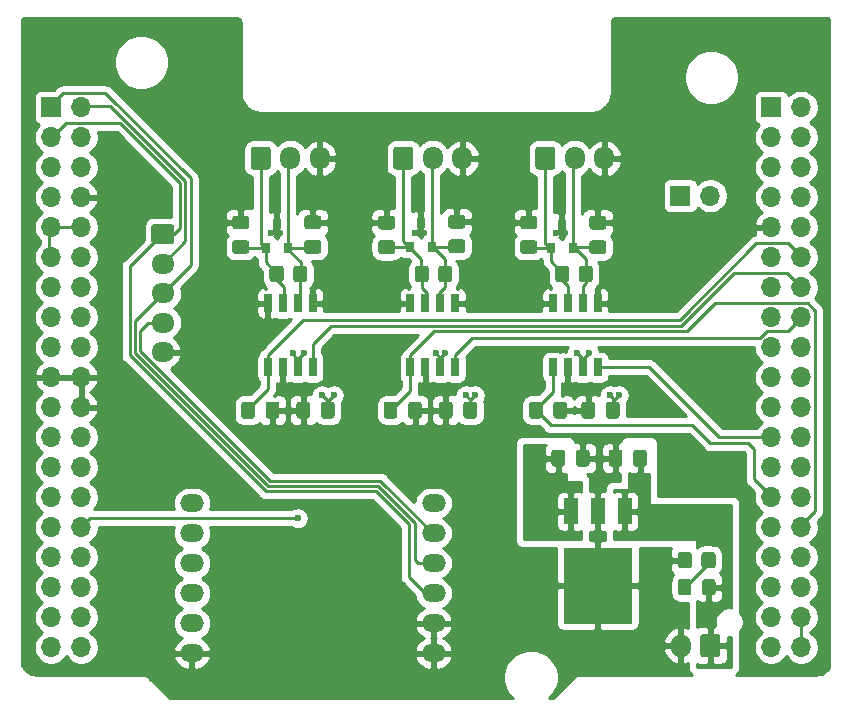
<source format=gtl>
G04 #@! TF.GenerationSoftware,KiCad,Pcbnew,(5.1.10)-1*
G04 #@! TF.CreationDate,2021-07-06T11:53:58+05:30*
G04 #@! TF.ProjectId,STM_Morpho,53544d5f-4d6f-4727-9068-6f2e6b696361,rev?*
G04 #@! TF.SameCoordinates,PX7bfa480PY7270e00*
G04 #@! TF.FileFunction,Copper,L1,Top*
G04 #@! TF.FilePolarity,Positive*
%FSLAX46Y46*%
G04 Gerber Fmt 4.6, Leading zero omitted, Abs format (unit mm)*
G04 Created by KiCad (PCBNEW (5.1.10)-1) date 2021-07-06 11:53:58*
%MOMM*%
%LPD*%
G01*
G04 APERTURE LIST*
G04 #@! TA.AperFunction,ComponentPad*
%ADD10O,1.700000X1.700000*%
G04 #@! TD*
G04 #@! TA.AperFunction,ComponentPad*
%ADD11R,1.700000X1.700000*%
G04 #@! TD*
G04 #@! TA.AperFunction,SMDPad,CuDef*
%ADD12R,0.800000X0.900000*%
G04 #@! TD*
G04 #@! TA.AperFunction,ComponentPad*
%ADD13O,2.000000X1.500000*%
G04 #@! TD*
G04 #@! TA.AperFunction,ComponentPad*
%ADD14O,1.950000X1.700000*%
G04 #@! TD*
G04 #@! TA.AperFunction,SMDPad,CuDef*
%ADD15R,5.800000X6.400000*%
G04 #@! TD*
G04 #@! TA.AperFunction,SMDPad,CuDef*
%ADD16R,1.200000X2.200000*%
G04 #@! TD*
G04 #@! TA.AperFunction,ComponentPad*
%ADD17O,1.700000X2.000000*%
G04 #@! TD*
G04 #@! TA.AperFunction,SMDPad,CuDef*
%ADD18R,0.650000X1.528000*%
G04 #@! TD*
G04 #@! TA.AperFunction,ComponentPad*
%ADD19O,1.700000X1.950000*%
G04 #@! TD*
G04 #@! TA.AperFunction,ViaPad*
%ADD20C,0.600000*%
G04 #@! TD*
G04 #@! TA.AperFunction,Conductor*
%ADD21C,0.250000*%
G04 #@! TD*
G04 #@! TA.AperFunction,Conductor*
%ADD22C,0.254000*%
G04 #@! TD*
G04 #@! TA.AperFunction,Conductor*
%ADD23C,0.100000*%
G04 #@! TD*
G04 APERTURE END LIST*
D10*
G04 #@! TO.P,CN10,38*
G04 #@! TO.N,/NC*
X66750000Y3040000D03*
G04 #@! TO.P,CN10,37*
G04 #@! TO.N,N/C*
X64210000Y3040000D03*
G04 #@! TO.P,CN10,36*
G04 #@! TO.N,/NC*
X66750000Y5580000D03*
G04 #@! TO.P,CN10,35*
G04 #@! TO.N,N/C*
X64210000Y5580000D03*
G04 #@! TO.P,CN10,34*
X66750000Y8120000D03*
G04 #@! TO.P,CN10,33*
X64210000Y8120000D03*
G04 #@! TO.P,CN10,32*
X66750000Y10660000D03*
G04 #@! TO.P,CN10,31*
X64210000Y10660000D03*
G04 #@! TO.P,CN10,30*
G04 #@! TO.N,FDCAN2TX*
X66750000Y13200000D03*
G04 #@! TO.P,CN10,29*
G04 #@! TO.N,N/C*
X64210000Y13200000D03*
G04 #@! TO.P,CN10,28*
X66750000Y15740000D03*
G04 #@! TO.P,CN10,27*
G04 #@! TO.N,FDCAN3TX*
X64210000Y15740000D03*
G04 #@! TO.P,CN10,26*
G04 #@! TO.N,N/C*
X66750000Y18280000D03*
G04 #@! TO.P,CN10,25*
X64210000Y18280000D03*
G04 #@! TO.P,CN10,24*
X66750000Y20820000D03*
G04 #@! TO.P,CN10,23*
G04 #@! TO.N,FDCAN3RX*
X64210000Y20820000D03*
G04 #@! TO.P,CN10,22*
G04 #@! TO.N,N/C*
X66750000Y23360000D03*
G04 #@! TO.P,CN10,21*
X64210000Y23360000D03*
G04 #@! TO.P,CN10,20*
G04 #@! TO.N,GND*
X66750000Y25900000D03*
G04 #@! TO.P,CN10,19*
G04 #@! TO.N,N/C*
X64210000Y25900000D03*
G04 #@! TO.P,CN10,18*
X66750000Y28440000D03*
G04 #@! TO.P,CN10,17*
X64210000Y28440000D03*
G04 #@! TO.P,CN10,16*
G04 #@! TO.N,FDCAN2RX*
X66750000Y30980000D03*
G04 #@! TO.P,CN10,15*
G04 #@! TO.N,N/C*
X64210000Y30980000D03*
G04 #@! TO.P,CN10,14*
G04 #@! TO.N,FDCAN1RX*
X66750000Y33520000D03*
G04 #@! TO.P,CN10,13*
G04 #@! TO.N,N/C*
X64210000Y33520000D03*
G04 #@! TO.P,CN10,12*
G04 #@! TO.N,FDCAN1TX*
X66750000Y36060000D03*
G04 #@! TO.P,CN10,11*
G04 #@! TO.N,N/C*
X64210000Y36060000D03*
G04 #@! TO.P,CN10,10*
G04 #@! TO.N,/NC*
X66750000Y38600000D03*
G04 #@! TO.P,CN10,9*
G04 #@! TO.N,GND*
X64210000Y38600000D03*
G04 #@! TO.P,CN10,8*
G04 #@! TO.N,N/C*
X66750000Y41140000D03*
G04 #@! TO.P,CN10,7*
X64210000Y41140000D03*
G04 #@! TO.P,CN10,6*
X66750000Y43680000D03*
G04 #@! TO.P,CN10,5*
X64210000Y43680000D03*
G04 #@! TO.P,CN10,4*
X66750000Y46220000D03*
G04 #@! TO.P,CN10,3*
X64210000Y46220000D03*
G04 #@! TO.P,CN10,2*
X66750000Y48760000D03*
D11*
G04 #@! TO.P,CN10,1*
X64210000Y48760000D03*
G04 #@! TD*
G04 #@! TO.P,R3,2*
G04 #@! TO.N,Net-(C14-Pad2)*
G04 #@! TA.AperFunction,SMDPad,CuDef*
G36*
G01*
X47914000Y34195599D02*
X47914000Y35095601D01*
G75*
G02*
X48163999Y35345600I249999J0D01*
G01*
X48864001Y35345600D01*
G75*
G02*
X49114000Y35095601I0J-249999D01*
G01*
X49114000Y34195599D01*
G75*
G02*
X48864001Y33945600I-249999J0D01*
G01*
X48163999Y33945600D01*
G75*
G02*
X47914000Y34195599I0J249999D01*
G01*
G37*
G04 #@! TD.AperFunction*
G04 #@! TO.P,R3,1*
G04 #@! TO.N,Net-(C13-Pad1)*
G04 #@! TA.AperFunction,SMDPad,CuDef*
G36*
G01*
X45914000Y34195599D02*
X45914000Y35095601D01*
G75*
G02*
X46163999Y35345600I249999J0D01*
G01*
X46864001Y35345600D01*
G75*
G02*
X47114000Y35095601I0J-249999D01*
G01*
X47114000Y34195599D01*
G75*
G02*
X46864001Y33945600I-249999J0D01*
G01*
X46163999Y33945600D01*
G75*
G02*
X45914000Y34195599I0J249999D01*
G01*
G37*
G04 #@! TD.AperFunction*
G04 #@! TD*
G04 #@! TO.P,R2,2*
G04 #@! TO.N,Net-(C12-Pad2)*
G04 #@! TA.AperFunction,SMDPad,CuDef*
G36*
G01*
X36020200Y34195599D02*
X36020200Y35095601D01*
G75*
G02*
X36270199Y35345600I249999J0D01*
G01*
X36970201Y35345600D01*
G75*
G02*
X37220200Y35095601I0J-249999D01*
G01*
X37220200Y34195599D01*
G75*
G02*
X36970201Y33945600I-249999J0D01*
G01*
X36270199Y33945600D01*
G75*
G02*
X36020200Y34195599I0J249999D01*
G01*
G37*
G04 #@! TD.AperFunction*
G04 #@! TO.P,R2,1*
G04 #@! TO.N,Net-(C11-Pad1)*
G04 #@! TA.AperFunction,SMDPad,CuDef*
G36*
G01*
X34020200Y34195599D02*
X34020200Y35095601D01*
G75*
G02*
X34270199Y35345600I249999J0D01*
G01*
X34970201Y35345600D01*
G75*
G02*
X35220200Y35095601I0J-249999D01*
G01*
X35220200Y34195599D01*
G75*
G02*
X34970201Y33945600I-249999J0D01*
G01*
X34270199Y33945600D01*
G75*
G02*
X34020200Y34195599I0J249999D01*
G01*
G37*
G04 #@! TD.AperFunction*
G04 #@! TD*
G04 #@! TO.P,R1,2*
G04 #@! TO.N,/L1*
G04 #@! TA.AperFunction,SMDPad,CuDef*
G36*
G01*
X23733200Y34195599D02*
X23733200Y35095601D01*
G75*
G02*
X23983199Y35345600I249999J0D01*
G01*
X24683201Y35345600D01*
G75*
G02*
X24933200Y35095601I0J-249999D01*
G01*
X24933200Y34195599D01*
G75*
G02*
X24683201Y33945600I-249999J0D01*
G01*
X23983199Y33945600D01*
G75*
G02*
X23733200Y34195599I0J249999D01*
G01*
G37*
G04 #@! TD.AperFunction*
G04 #@! TO.P,R1,1*
G04 #@! TO.N,/H1*
G04 #@! TA.AperFunction,SMDPad,CuDef*
G36*
G01*
X21733200Y34195599D02*
X21733200Y35095601D01*
G75*
G02*
X21983199Y35345600I249999J0D01*
G01*
X22683201Y35345600D01*
G75*
G02*
X22933200Y35095601I0J-249999D01*
G01*
X22933200Y34195599D01*
G75*
G02*
X22683201Y33945600I-249999J0D01*
G01*
X21983199Y33945600D01*
G75*
G02*
X21733200Y34195599I0J249999D01*
G01*
G37*
G04 #@! TD.AperFunction*
G04 #@! TD*
D12*
G04 #@! TO.P,D4,3*
G04 #@! TO.N,GND*
X46482000Y38820600D03*
G04 #@! TO.P,D4,2*
G04 #@! TO.N,Net-(C14-Pad2)*
X47432000Y36820600D03*
G04 #@! TO.P,D4,1*
G04 #@! TO.N,Net-(C13-Pad1)*
X45532000Y36820600D03*
G04 #@! TD*
G04 #@! TO.P,D3,3*
G04 #@! TO.N,GND*
X34544000Y38963600D03*
G04 #@! TO.P,D3,2*
G04 #@! TO.N,Net-(C12-Pad2)*
X35494000Y36963600D03*
G04 #@! TO.P,D3,1*
G04 #@! TO.N,Net-(C11-Pad1)*
X33594000Y36963600D03*
G04 #@! TD*
G04 #@! TO.P,D2,3*
G04 #@! TO.N,GND*
X22352000Y38862000D03*
G04 #@! TO.P,D2,2*
G04 #@! TO.N,/L1*
X23302000Y36862000D03*
G04 #@! TO.P,D2,1*
G04 #@! TO.N,/H1*
X21402000Y36862000D03*
G04 #@! TD*
G04 #@! TO.P,C14,2*
G04 #@! TO.N,Net-(C14-Pad2)*
G04 #@! TA.AperFunction,SMDPad,CuDef*
G36*
G01*
X49055000Y37497600D02*
X50005000Y37497600D01*
G75*
G02*
X50255000Y37247600I0J-250000D01*
G01*
X50255000Y36572600D01*
G75*
G02*
X50005000Y36322600I-250000J0D01*
G01*
X49055000Y36322600D01*
G75*
G02*
X48805000Y36572600I0J250000D01*
G01*
X48805000Y37247600D01*
G75*
G02*
X49055000Y37497600I250000J0D01*
G01*
G37*
G04 #@! TD.AperFunction*
G04 #@! TO.P,C14,1*
G04 #@! TO.N,GND*
G04 #@! TA.AperFunction,SMDPad,CuDef*
G36*
G01*
X49055000Y39572600D02*
X50005000Y39572600D01*
G75*
G02*
X50255000Y39322600I0J-250000D01*
G01*
X50255000Y38647600D01*
G75*
G02*
X50005000Y38397600I-250000J0D01*
G01*
X49055000Y38397600D01*
G75*
G02*
X48805000Y38647600I0J250000D01*
G01*
X48805000Y39322600D01*
G75*
G02*
X49055000Y39572600I250000J0D01*
G01*
G37*
G04 #@! TD.AperFunction*
G04 #@! TD*
G04 #@! TO.P,C13,2*
G04 #@! TO.N,GND*
G04 #@! TA.AperFunction,SMDPad,CuDef*
G36*
G01*
X44163000Y38419100D02*
X43213000Y38419100D01*
G75*
G02*
X42963000Y38669100I0J250000D01*
G01*
X42963000Y39344100D01*
G75*
G02*
X43213000Y39594100I250000J0D01*
G01*
X44163000Y39594100D01*
G75*
G02*
X44413000Y39344100I0J-250000D01*
G01*
X44413000Y38669100D01*
G75*
G02*
X44163000Y38419100I-250000J0D01*
G01*
G37*
G04 #@! TD.AperFunction*
G04 #@! TO.P,C13,1*
G04 #@! TO.N,Net-(C13-Pad1)*
G04 #@! TA.AperFunction,SMDPad,CuDef*
G36*
G01*
X44163000Y36344100D02*
X43213000Y36344100D01*
G75*
G02*
X42963000Y36594100I0J250000D01*
G01*
X42963000Y37269100D01*
G75*
G02*
X43213000Y37519100I250000J0D01*
G01*
X44163000Y37519100D01*
G75*
G02*
X44413000Y37269100I0J-250000D01*
G01*
X44413000Y36594100D01*
G75*
G02*
X44163000Y36344100I-250000J0D01*
G01*
G37*
G04 #@! TD.AperFunction*
G04 #@! TD*
G04 #@! TO.P,C12,2*
G04 #@! TO.N,Net-(C12-Pad2)*
G04 #@! TA.AperFunction,SMDPad,CuDef*
G36*
G01*
X37117000Y37577700D02*
X38067000Y37577700D01*
G75*
G02*
X38317000Y37327700I0J-250000D01*
G01*
X38317000Y36652700D01*
G75*
G02*
X38067000Y36402700I-250000J0D01*
G01*
X37117000Y36402700D01*
G75*
G02*
X36867000Y36652700I0J250000D01*
G01*
X36867000Y37327700D01*
G75*
G02*
X37117000Y37577700I250000J0D01*
G01*
G37*
G04 #@! TD.AperFunction*
G04 #@! TO.P,C12,1*
G04 #@! TO.N,GND*
G04 #@! TA.AperFunction,SMDPad,CuDef*
G36*
G01*
X37117000Y39652700D02*
X38067000Y39652700D01*
G75*
G02*
X38317000Y39402700I0J-250000D01*
G01*
X38317000Y38727700D01*
G75*
G02*
X38067000Y38477700I-250000J0D01*
G01*
X37117000Y38477700D01*
G75*
G02*
X36867000Y38727700I0J250000D01*
G01*
X36867000Y39402700D01*
G75*
G02*
X37117000Y39652700I250000J0D01*
G01*
G37*
G04 #@! TD.AperFunction*
G04 #@! TD*
G04 #@! TO.P,C11,2*
G04 #@! TO.N,GND*
G04 #@! TA.AperFunction,SMDPad,CuDef*
G36*
G01*
X32123400Y38401500D02*
X31173400Y38401500D01*
G75*
G02*
X30923400Y38651500I0J250000D01*
G01*
X30923400Y39326500D01*
G75*
G02*
X31173400Y39576500I250000J0D01*
G01*
X32123400Y39576500D01*
G75*
G02*
X32373400Y39326500I0J-250000D01*
G01*
X32373400Y38651500D01*
G75*
G02*
X32123400Y38401500I-250000J0D01*
G01*
G37*
G04 #@! TD.AperFunction*
G04 #@! TO.P,C11,1*
G04 #@! TO.N,Net-(C11-Pad1)*
G04 #@! TA.AperFunction,SMDPad,CuDef*
G36*
G01*
X32123400Y36326500D02*
X31173400Y36326500D01*
G75*
G02*
X30923400Y36576500I0J250000D01*
G01*
X30923400Y37251500D01*
G75*
G02*
X31173400Y37501500I250000J0D01*
G01*
X32123400Y37501500D01*
G75*
G02*
X32373400Y37251500I0J-250000D01*
G01*
X32373400Y36576500D01*
G75*
G02*
X32123400Y36326500I-250000J0D01*
G01*
G37*
G04 #@! TD.AperFunction*
G04 #@! TD*
G04 #@! TO.P,C10,2*
G04 #@! TO.N,/L1*
G04 #@! TA.AperFunction,SMDPad,CuDef*
G36*
G01*
X24925000Y37523000D02*
X25875000Y37523000D01*
G75*
G02*
X26125000Y37273000I0J-250000D01*
G01*
X26125000Y36598000D01*
G75*
G02*
X25875000Y36348000I-250000J0D01*
G01*
X24925000Y36348000D01*
G75*
G02*
X24675000Y36598000I0J250000D01*
G01*
X24675000Y37273000D01*
G75*
G02*
X24925000Y37523000I250000J0D01*
G01*
G37*
G04 #@! TD.AperFunction*
G04 #@! TO.P,C10,1*
G04 #@! TO.N,GND*
G04 #@! TA.AperFunction,SMDPad,CuDef*
G36*
G01*
X24925000Y39598000D02*
X25875000Y39598000D01*
G75*
G02*
X26125000Y39348000I0J-250000D01*
G01*
X26125000Y38673000D01*
G75*
G02*
X25875000Y38423000I-250000J0D01*
G01*
X24925000Y38423000D01*
G75*
G02*
X24675000Y38673000I0J250000D01*
G01*
X24675000Y39348000D01*
G75*
G02*
X24925000Y39598000I250000J0D01*
G01*
G37*
G04 #@! TD.AperFunction*
G04 #@! TD*
G04 #@! TO.P,C9,2*
G04 #@! TO.N,GND*
G04 #@! TA.AperFunction,SMDPad,CuDef*
G36*
G01*
X19779000Y38419100D02*
X18829000Y38419100D01*
G75*
G02*
X18579000Y38669100I0J250000D01*
G01*
X18579000Y39344100D01*
G75*
G02*
X18829000Y39594100I250000J0D01*
G01*
X19779000Y39594100D01*
G75*
G02*
X20029000Y39344100I0J-250000D01*
G01*
X20029000Y38669100D01*
G75*
G02*
X19779000Y38419100I-250000J0D01*
G01*
G37*
G04 #@! TD.AperFunction*
G04 #@! TO.P,C9,1*
G04 #@! TO.N,/H1*
G04 #@! TA.AperFunction,SMDPad,CuDef*
G36*
G01*
X19779000Y36344100D02*
X18829000Y36344100D01*
G75*
G02*
X18579000Y36594100I0J250000D01*
G01*
X18579000Y37269100D01*
G75*
G02*
X18829000Y37519100I250000J0D01*
G01*
X19779000Y37519100D01*
G75*
G02*
X20029000Y37269100I0J-250000D01*
G01*
X20029000Y36594100D01*
G75*
G02*
X19779000Y36344100I-250000J0D01*
G01*
G37*
G04 #@! TD.AperFunction*
G04 #@! TD*
G04 #@! TO.P,R4,2*
G04 #@! TO.N,Net-(D1-Pad1)*
G04 #@! TA.AperFunction,SMDPad,CuDef*
G36*
G01*
X58312000Y9963999D02*
X58312000Y10864001D01*
G75*
G02*
X58561999Y11114000I249999J0D01*
G01*
X59262001Y11114000D01*
G75*
G02*
X59512000Y10864001I0J-249999D01*
G01*
X59512000Y9963999D01*
G75*
G02*
X59262001Y9714000I-249999J0D01*
G01*
X58561999Y9714000D01*
G75*
G02*
X58312000Y9963999I0J249999D01*
G01*
G37*
G04 #@! TD.AperFunction*
G04 #@! TO.P,R4,1*
G04 #@! TO.N,GND*
G04 #@! TA.AperFunction,SMDPad,CuDef*
G36*
G01*
X56312000Y9963999D02*
X56312000Y10864001D01*
G75*
G02*
X56561999Y11114000I249999J0D01*
G01*
X57262001Y11114000D01*
G75*
G02*
X57512000Y10864001I0J-249999D01*
G01*
X57512000Y9963999D01*
G75*
G02*
X57262001Y9714000I-249999J0D01*
G01*
X56561999Y9714000D01*
G75*
G02*
X56312000Y9963999I0J249999D01*
G01*
G37*
G04 #@! TD.AperFunction*
G04 #@! TD*
G04 #@! TO.P,D1,2*
G04 #@! TO.N,V_IN*
G04 #@! TA.AperFunction,SMDPad,CuDef*
G36*
G01*
X58362000Y7677999D02*
X58362000Y8578001D01*
G75*
G02*
X58611999Y8828000I249999J0D01*
G01*
X59262001Y8828000D01*
G75*
G02*
X59512000Y8578001I0J-249999D01*
G01*
X59512000Y7677999D01*
G75*
G02*
X59262001Y7428000I-249999J0D01*
G01*
X58611999Y7428000D01*
G75*
G02*
X58362000Y7677999I0J249999D01*
G01*
G37*
G04 #@! TD.AperFunction*
G04 #@! TO.P,D1,1*
G04 #@! TO.N,Net-(D1-Pad1)*
G04 #@! TA.AperFunction,SMDPad,CuDef*
G36*
G01*
X56312000Y7677999D02*
X56312000Y8578001D01*
G75*
G02*
X56561999Y8828000I249999J0D01*
G01*
X57212001Y8828000D01*
G75*
G02*
X57462000Y8578001I0J-249999D01*
G01*
X57462000Y7677999D01*
G75*
G02*
X57212001Y7428000I-249999J0D01*
G01*
X56561999Y7428000D01*
G75*
G02*
X56312000Y7677999I0J249999D01*
G01*
G37*
G04 #@! TD.AperFunction*
G04 #@! TD*
D13*
G04 #@! TO.P,J1,6*
G04 #@! TO.N,INT*
X35630000Y15240000D03*
G04 #@! TO.P,J1,7*
G04 #@! TO.N,SPI_MISO*
X15170000Y15240000D03*
G04 #@! TO.P,J1,5*
G04 #@! TO.N,SPI_CS*
X35630000Y12700000D03*
G04 #@! TO.P,J1,8*
G04 #@! TO.N,RST*
X15170000Y12700000D03*
G04 #@! TO.P,J1,4*
G04 #@! TO.N,SPI_SCLK*
X35630000Y10160000D03*
G04 #@! TO.P,J1,9*
G04 #@! TO.N,N/C*
X15170000Y10160000D03*
G04 #@! TO.P,J1,3*
G04 #@! TO.N,SPI_MOSI*
X35630000Y7620000D03*
G04 #@! TO.P,J1,10*
G04 #@! TO.N,+3V3*
X15170000Y7620000D03*
G04 #@! TO.P,J1,2*
G04 #@! TO.N,GND*
X35630000Y5080000D03*
G04 #@! TO.P,J1,11*
G04 #@! TO.N,+3V3*
X15170000Y5080000D03*
G04 #@! TO.P,J1,1*
G04 #@! TO.N,GND*
X35630000Y2540000D03*
G04 #@! TO.P,J1,12*
X15170000Y2540000D03*
G04 #@! TD*
D11*
G04 #@! TO.P,J3,1*
G04 #@! TO.N,E5V*
X56515000Y41275000D03*
D10*
G04 #@! TO.P,J3,2*
G04 #@! TO.N,V_IN*
X59055000Y41275000D03*
G04 #@! TD*
G04 #@! TO.P,CN7,38*
G04 #@! TO.N,N/C*
X5790000Y3040000D03*
G04 #@! TO.P,CN7,37*
X3250000Y3040000D03*
G04 #@! TO.P,CN7,36*
X5790000Y5580000D03*
G04 #@! TO.P,CN7,35*
X3250000Y5580000D03*
G04 #@! TO.P,CN7,34*
X5790000Y8120000D03*
G04 #@! TO.P,CN7,33*
X3250000Y8120000D03*
G04 #@! TO.P,CN7,32*
X5790000Y10660000D03*
G04 #@! TO.P,CN7,31*
X3250000Y10660000D03*
G04 #@! TO.P,CN7,30*
G04 #@! TO.N,INT*
X5790000Y13200000D03*
G04 #@! TO.P,CN7,29*
G04 #@! TO.N,N/C*
X3250000Y13200000D03*
G04 #@! TO.P,CN7,28*
G04 #@! TO.N,RST*
X5790000Y15740000D03*
G04 #@! TO.P,CN7,27*
G04 #@! TO.N,N/C*
X3250000Y15740000D03*
G04 #@! TO.P,CN7,26*
G04 #@! TO.N,/NC*
X5790000Y18280000D03*
G04 #@! TO.P,CN7,25*
G04 #@! TO.N,N/C*
X3250000Y18280000D03*
G04 #@! TO.P,CN7,24*
X5790000Y20820000D03*
G04 #@! TO.P,CN7,23*
X3250000Y20820000D03*
G04 #@! TO.P,CN7,22*
G04 #@! TO.N,GND*
X5790000Y23360000D03*
G04 #@! TO.P,CN7,21*
G04 #@! TO.N,N/C*
X3250000Y23360000D03*
G04 #@! TO.P,CN7,20*
G04 #@! TO.N,GND*
X5790000Y25900000D03*
G04 #@! TO.P,CN7,19*
X3250000Y25900000D03*
G04 #@! TO.P,CN7,18*
G04 #@! TO.N,N/C*
X5790000Y28440000D03*
G04 #@! TO.P,CN7,17*
G04 #@! TO.N,SPI_CS*
X3250000Y28440000D03*
G04 #@! TO.P,CN7,16*
G04 #@! TO.N,N/C*
X5790000Y30980000D03*
G04 #@! TO.P,CN7,15*
X3250000Y30980000D03*
G04 #@! TO.P,CN7,14*
X5790000Y33520000D03*
G04 #@! TO.P,CN7,13*
X3250000Y33520000D03*
G04 #@! TO.P,CN7,12*
X5790000Y36060000D03*
G04 #@! TO.P,CN7,11*
G04 #@! TO.N,/NC*
X3250000Y36060000D03*
G04 #@! TO.P,CN7,10*
X5790000Y38600000D03*
G04 #@! TO.P,CN7,9*
X3250000Y38600000D03*
G04 #@! TO.P,CN7,8*
G04 #@! TO.N,GND*
X5790000Y41140000D03*
G04 #@! TO.P,CN7,7*
G04 #@! TO.N,N/C*
X3250000Y41140000D03*
G04 #@! TO.P,CN7,6*
G04 #@! TO.N,E5V*
X5790000Y43680000D03*
G04 #@! TO.P,CN7,5*
G04 #@! TO.N,N/C*
X3250000Y43680000D03*
G04 #@! TO.P,CN7,4*
X5790000Y46220000D03*
G04 #@! TO.P,CN7,3*
G04 #@! TO.N,SPI_MOSI*
X3250000Y46220000D03*
G04 #@! TO.P,CN7,2*
G04 #@! TO.N,SPI_MISO*
X5790000Y48760000D03*
D11*
G04 #@! TO.P,CN7,1*
G04 #@! TO.N,SPI_SCLK*
X3250000Y48760000D03*
G04 #@! TD*
G04 #@! TO.P,SPI1,1*
G04 #@! TO.N,SPI_MOSI*
G04 #@! TA.AperFunction,ComponentPad*
G36*
G01*
X11975000Y38870000D02*
X13425000Y38870000D01*
G75*
G02*
X13675000Y38620000I0J-250000D01*
G01*
X13675000Y37420000D01*
G75*
G02*
X13425000Y37170000I-250000J0D01*
G01*
X11975000Y37170000D01*
G75*
G02*
X11725000Y37420000I0J250000D01*
G01*
X11725000Y38620000D01*
G75*
G02*
X11975000Y38870000I250000J0D01*
G01*
G37*
G04 #@! TD.AperFunction*
D14*
G04 #@! TO.P,SPI1,2*
G04 #@! TO.N,SPI_MISO*
X12700000Y35520000D03*
G04 #@! TO.P,SPI1,3*
G04 #@! TO.N,SPI_SCLK*
X12700000Y33020000D03*
G04 #@! TO.P,SPI1,4*
G04 #@! TO.N,SPI_CS*
X12700000Y30520000D03*
G04 #@! TO.P,SPI1,5*
G04 #@! TO.N,GND*
X12700000Y28020000D03*
G04 #@! TD*
G04 #@! TO.P,C6,2*
G04 #@! TO.N,GND*
G04 #@! TA.AperFunction,SMDPad,CuDef*
G36*
G01*
X45767500Y22639000D02*
X45767500Y23589000D01*
G75*
G02*
X46017500Y23839000I250000J0D01*
G01*
X46692500Y23839000D01*
G75*
G02*
X46942500Y23589000I0J-250000D01*
G01*
X46942500Y22639000D01*
G75*
G02*
X46692500Y22389000I-250000J0D01*
G01*
X46017500Y22389000D01*
G75*
G02*
X45767500Y22639000I0J250000D01*
G01*
G37*
G04 #@! TD.AperFunction*
G04 #@! TO.P,C6,1*
G04 #@! TO.N,FDCAN3TX*
G04 #@! TA.AperFunction,SMDPad,CuDef*
G36*
G01*
X43692500Y22639000D02*
X43692500Y23589000D01*
G75*
G02*
X43942500Y23839000I250000J0D01*
G01*
X44617500Y23839000D01*
G75*
G02*
X44867500Y23589000I0J-250000D01*
G01*
X44867500Y22639000D01*
G75*
G02*
X44617500Y22389000I-250000J0D01*
G01*
X43942500Y22389000D01*
G75*
G02*
X43692500Y22639000I0J250000D01*
G01*
G37*
G04 #@! TD.AperFunction*
G04 #@! TD*
G04 #@! TO.P,C5,2*
G04 #@! TO.N,GND*
G04 #@! TA.AperFunction,SMDPad,CuDef*
G36*
G01*
X33470000Y22639000D02*
X33470000Y23589000D01*
G75*
G02*
X33720000Y23839000I250000J0D01*
G01*
X34395000Y23839000D01*
G75*
G02*
X34645000Y23589000I0J-250000D01*
G01*
X34645000Y22639000D01*
G75*
G02*
X34395000Y22389000I-250000J0D01*
G01*
X33720000Y22389000D01*
G75*
G02*
X33470000Y22639000I0J250000D01*
G01*
G37*
G04 #@! TD.AperFunction*
G04 #@! TO.P,C5,1*
G04 #@! TO.N,FDCAN2TX*
G04 #@! TA.AperFunction,SMDPad,CuDef*
G36*
G01*
X31395000Y22639000D02*
X31395000Y23589000D01*
G75*
G02*
X31645000Y23839000I250000J0D01*
G01*
X32320000Y23839000D01*
G75*
G02*
X32570000Y23589000I0J-250000D01*
G01*
X32570000Y22639000D01*
G75*
G02*
X32320000Y22389000I-250000J0D01*
G01*
X31645000Y22389000D01*
G75*
G02*
X31395000Y22639000I0J250000D01*
G01*
G37*
G04 #@! TD.AperFunction*
G04 #@! TD*
G04 #@! TO.P,C4,2*
G04 #@! TO.N,GND*
G04 #@! TA.AperFunction,SMDPad,CuDef*
G36*
G01*
X21405000Y22639000D02*
X21405000Y23589000D01*
G75*
G02*
X21655000Y23839000I250000J0D01*
G01*
X22330000Y23839000D01*
G75*
G02*
X22580000Y23589000I0J-250000D01*
G01*
X22580000Y22639000D01*
G75*
G02*
X22330000Y22389000I-250000J0D01*
G01*
X21655000Y22389000D01*
G75*
G02*
X21405000Y22639000I0J250000D01*
G01*
G37*
G04 #@! TD.AperFunction*
G04 #@! TO.P,C4,1*
G04 #@! TO.N,FDCAN1TX*
G04 #@! TA.AperFunction,SMDPad,CuDef*
G36*
G01*
X19330000Y22639000D02*
X19330000Y23589000D01*
G75*
G02*
X19580000Y23839000I250000J0D01*
G01*
X20255000Y23839000D01*
G75*
G02*
X20505000Y23589000I0J-250000D01*
G01*
X20505000Y22639000D01*
G75*
G02*
X20255000Y22389000I-250000J0D01*
G01*
X19580000Y22389000D01*
G75*
G02*
X19330000Y22639000I0J250000D01*
G01*
G37*
G04 #@! TD.AperFunction*
G04 #@! TD*
D15*
G04 #@! TO.P,U1,2*
G04 #@! TO.N,GND*
X49530000Y8255000D03*
D16*
G04 #@! TO.P,U1,3*
G04 #@! TO.N,+3V3*
X47250000Y14555000D03*
G04 #@! TO.P,U1,2*
G04 #@! TO.N,GND*
X49530000Y14555000D03*
G04 #@! TO.P,U1,1*
G04 #@! TO.N,V_IN*
X51810000Y14555000D03*
G04 #@! TD*
D17*
G04 #@! TO.P,J2,2*
G04 #@! TO.N,GND*
X56555000Y3175000D03*
G04 #@! TO.P,J2,1*
G04 #@! TO.N,V_IN*
G04 #@! TA.AperFunction,ComponentPad*
G36*
G01*
X59905000Y3925000D02*
X59905000Y2425000D01*
G75*
G02*
X59655000Y2175000I-250000J0D01*
G01*
X58455000Y2175000D01*
G75*
G02*
X58205000Y2425000I0J250000D01*
G01*
X58205000Y3925000D01*
G75*
G02*
X58455000Y4175000I250000J0D01*
G01*
X59655000Y4175000D01*
G75*
G02*
X59905000Y3925000I0J-250000D01*
G01*
G37*
G04 #@! TD.AperFunction*
G04 #@! TD*
G04 #@! TO.P,C7,2*
G04 #@! TO.N,GND*
G04 #@! TA.AperFunction,SMDPad,CuDef*
G36*
G01*
X47672500Y18575000D02*
X47672500Y19525000D01*
G75*
G02*
X47922500Y19775000I250000J0D01*
G01*
X48597500Y19775000D01*
G75*
G02*
X48847500Y19525000I0J-250000D01*
G01*
X48847500Y18575000D01*
G75*
G02*
X48597500Y18325000I-250000J0D01*
G01*
X47922500Y18325000D01*
G75*
G02*
X47672500Y18575000I0J250000D01*
G01*
G37*
G04 #@! TD.AperFunction*
G04 #@! TO.P,C7,1*
G04 #@! TO.N,+3V3*
G04 #@! TA.AperFunction,SMDPad,CuDef*
G36*
G01*
X45597500Y18575000D02*
X45597500Y19525000D01*
G75*
G02*
X45847500Y19775000I250000J0D01*
G01*
X46522500Y19775000D01*
G75*
G02*
X46772500Y19525000I0J-250000D01*
G01*
X46772500Y18575000D01*
G75*
G02*
X46522500Y18325000I-250000J0D01*
G01*
X45847500Y18325000D01*
G75*
G02*
X45597500Y18575000I0J250000D01*
G01*
G37*
G04 #@! TD.AperFunction*
G04 #@! TD*
G04 #@! TO.P,C8,2*
G04 #@! TO.N,GND*
G04 #@! TA.AperFunction,SMDPad,CuDef*
G36*
G01*
X51620000Y19525000D02*
X51620000Y18575000D01*
G75*
G02*
X51370000Y18325000I-250000J0D01*
G01*
X50695000Y18325000D01*
G75*
G02*
X50445000Y18575000I0J250000D01*
G01*
X50445000Y19525000D01*
G75*
G02*
X50695000Y19775000I250000J0D01*
G01*
X51370000Y19775000D01*
G75*
G02*
X51620000Y19525000I0J-250000D01*
G01*
G37*
G04 #@! TD.AperFunction*
G04 #@! TO.P,C8,1*
G04 #@! TO.N,V_IN*
G04 #@! TA.AperFunction,SMDPad,CuDef*
G36*
G01*
X53695000Y19525000D02*
X53695000Y18575000D01*
G75*
G02*
X53445000Y18325000I-250000J0D01*
G01*
X52770000Y18325000D01*
G75*
G02*
X52520000Y18575000I0J250000D01*
G01*
X52520000Y19525000D01*
G75*
G02*
X52770000Y19775000I250000J0D01*
G01*
X53445000Y19775000D01*
G75*
G02*
X53695000Y19525000I0J-250000D01*
G01*
G37*
G04 #@! TD.AperFunction*
G04 #@! TD*
G04 #@! TO.P,C3,2*
G04 #@! TO.N,+3V3*
G04 #@! TA.AperFunction,SMDPad,CuDef*
G36*
G01*
X50212500Y22639000D02*
X50212500Y23589000D01*
G75*
G02*
X50462500Y23839000I250000J0D01*
G01*
X51137500Y23839000D01*
G75*
G02*
X51387500Y23589000I0J-250000D01*
G01*
X51387500Y22639000D01*
G75*
G02*
X51137500Y22389000I-250000J0D01*
G01*
X50462500Y22389000D01*
G75*
G02*
X50212500Y22639000I0J250000D01*
G01*
G37*
G04 #@! TD.AperFunction*
G04 #@! TO.P,C3,1*
G04 #@! TO.N,GND*
G04 #@! TA.AperFunction,SMDPad,CuDef*
G36*
G01*
X48137500Y22639000D02*
X48137500Y23589000D01*
G75*
G02*
X48387500Y23839000I250000J0D01*
G01*
X49062500Y23839000D01*
G75*
G02*
X49312500Y23589000I0J-250000D01*
G01*
X49312500Y22639000D01*
G75*
G02*
X49062500Y22389000I-250000J0D01*
G01*
X48387500Y22389000D01*
G75*
G02*
X48137500Y22639000I0J250000D01*
G01*
G37*
G04 #@! TD.AperFunction*
G04 #@! TD*
G04 #@! TO.P,C2,2*
G04 #@! TO.N,+3V3*
G04 #@! TA.AperFunction,SMDPad,CuDef*
G36*
G01*
X38147500Y22639000D02*
X38147500Y23589000D01*
G75*
G02*
X38397500Y23839000I250000J0D01*
G01*
X39072500Y23839000D01*
G75*
G02*
X39322500Y23589000I0J-250000D01*
G01*
X39322500Y22639000D01*
G75*
G02*
X39072500Y22389000I-250000J0D01*
G01*
X38397500Y22389000D01*
G75*
G02*
X38147500Y22639000I0J250000D01*
G01*
G37*
G04 #@! TD.AperFunction*
G04 #@! TO.P,C2,1*
G04 #@! TO.N,GND*
G04 #@! TA.AperFunction,SMDPad,CuDef*
G36*
G01*
X36072500Y22639000D02*
X36072500Y23589000D01*
G75*
G02*
X36322500Y23839000I250000J0D01*
G01*
X36997500Y23839000D01*
G75*
G02*
X37247500Y23589000I0J-250000D01*
G01*
X37247500Y22639000D01*
G75*
G02*
X36997500Y22389000I-250000J0D01*
G01*
X36322500Y22389000D01*
G75*
G02*
X36072500Y22639000I0J250000D01*
G01*
G37*
G04 #@! TD.AperFunction*
G04 #@! TD*
G04 #@! TO.P,C1,2*
G04 #@! TO.N,+3V3*
G04 #@! TA.AperFunction,SMDPad,CuDef*
G36*
G01*
X26082500Y22639000D02*
X26082500Y23589000D01*
G75*
G02*
X26332500Y23839000I250000J0D01*
G01*
X27007500Y23839000D01*
G75*
G02*
X27257500Y23589000I0J-250000D01*
G01*
X27257500Y22639000D01*
G75*
G02*
X27007500Y22389000I-250000J0D01*
G01*
X26332500Y22389000D01*
G75*
G02*
X26082500Y22639000I0J250000D01*
G01*
G37*
G04 #@! TD.AperFunction*
G04 #@! TO.P,C1,1*
G04 #@! TO.N,GND*
G04 #@! TA.AperFunction,SMDPad,CuDef*
G36*
G01*
X24007500Y22639000D02*
X24007500Y23589000D01*
G75*
G02*
X24257500Y23839000I250000J0D01*
G01*
X24932500Y23839000D01*
G75*
G02*
X25182500Y23589000I0J-250000D01*
G01*
X25182500Y22639000D01*
G75*
G02*
X24932500Y22389000I-250000J0D01*
G01*
X24257500Y22389000D01*
G75*
G02*
X24007500Y22639000I0J250000D01*
G01*
G37*
G04 #@! TD.AperFunction*
G04 #@! TD*
D18*
G04 #@! TO.P,IC3,8*
G04 #@! TO.N,GND*
X45720000Y32175000D03*
G04 #@! TO.P,IC3,7*
G04 #@! TO.N,Net-(C13-Pad1)*
X46990000Y32175000D03*
G04 #@! TO.P,IC3,6*
G04 #@! TO.N,Net-(C14-Pad2)*
X48260000Y32175000D03*
G04 #@! TO.P,IC3,5*
G04 #@! TO.N,GND*
X49530000Y32175000D03*
G04 #@! TO.P,IC3,4*
G04 #@! TO.N,FDCAN3RX*
X49530000Y26753000D03*
G04 #@! TO.P,IC3,3*
G04 #@! TO.N,+3V3*
X48260000Y26753000D03*
G04 #@! TO.P,IC3,2*
G04 #@! TO.N,GND*
X46990000Y26753000D03*
G04 #@! TO.P,IC3,1*
G04 #@! TO.N,FDCAN3TX*
X45720000Y26753000D03*
G04 #@! TD*
G04 #@! TO.P,IC2,8*
G04 #@! TO.N,GND*
X33655000Y32175000D03*
G04 #@! TO.P,IC2,7*
G04 #@! TO.N,Net-(C11-Pad1)*
X34925000Y32175000D03*
G04 #@! TO.P,IC2,6*
G04 #@! TO.N,Net-(C12-Pad2)*
X36195000Y32175000D03*
G04 #@! TO.P,IC2,5*
G04 #@! TO.N,GND*
X37465000Y32175000D03*
G04 #@! TO.P,IC2,4*
G04 #@! TO.N,FDCAN2RX*
X37465000Y26753000D03*
G04 #@! TO.P,IC2,3*
G04 #@! TO.N,+3V3*
X36195000Y26753000D03*
G04 #@! TO.P,IC2,2*
G04 #@! TO.N,GND*
X34925000Y26753000D03*
G04 #@! TO.P,IC2,1*
G04 #@! TO.N,FDCAN2TX*
X33655000Y26753000D03*
G04 #@! TD*
G04 #@! TO.P,IC1,8*
G04 #@! TO.N,GND*
X21590000Y32175000D03*
G04 #@! TO.P,IC1,7*
G04 #@! TO.N,/H1*
X22860000Y32175000D03*
G04 #@! TO.P,IC1,6*
G04 #@! TO.N,/L1*
X24130000Y32175000D03*
G04 #@! TO.P,IC1,5*
G04 #@! TO.N,GND*
X25400000Y32175000D03*
G04 #@! TO.P,IC1,4*
G04 #@! TO.N,FDCAN1RX*
X25400000Y26753000D03*
G04 #@! TO.P,IC1,3*
G04 #@! TO.N,+3V3*
X24130000Y26753000D03*
G04 #@! TO.P,IC1,2*
G04 #@! TO.N,GND*
X22860000Y26753000D03*
G04 #@! TO.P,IC1,1*
G04 #@! TO.N,FDCAN1TX*
X21590000Y26753000D03*
G04 #@! TD*
D19*
G04 #@! TO.P,CAN3,3*
G04 #@! TO.N,GND*
X50085000Y44450000D03*
G04 #@! TO.P,CAN3,2*
G04 #@! TO.N,Net-(C14-Pad2)*
X47585000Y44450000D03*
G04 #@! TO.P,CAN3,1*
G04 #@! TO.N,Net-(C13-Pad1)*
G04 #@! TA.AperFunction,ComponentPad*
G36*
G01*
X44235000Y43725000D02*
X44235000Y45175000D01*
G75*
G02*
X44485000Y45425000I250000J0D01*
G01*
X45685000Y45425000D01*
G75*
G02*
X45935000Y45175000I0J-250000D01*
G01*
X45935000Y43725000D01*
G75*
G02*
X45685000Y43475000I-250000J0D01*
G01*
X44485000Y43475000D01*
G75*
G02*
X44235000Y43725000I0J250000D01*
G01*
G37*
G04 #@! TD.AperFunction*
G04 #@! TD*
G04 #@! TO.P,CAN2,3*
G04 #@! TO.N,GND*
X38060000Y44450000D03*
G04 #@! TO.P,CAN2,2*
G04 #@! TO.N,Net-(C12-Pad2)*
X35560000Y44450000D03*
G04 #@! TO.P,CAN2,1*
G04 #@! TO.N,Net-(C11-Pad1)*
G04 #@! TA.AperFunction,ComponentPad*
G36*
G01*
X32210000Y43725000D02*
X32210000Y45175000D01*
G75*
G02*
X32460000Y45425000I250000J0D01*
G01*
X33660000Y45425000D01*
G75*
G02*
X33910000Y45175000I0J-250000D01*
G01*
X33910000Y43725000D01*
G75*
G02*
X33660000Y43475000I-250000J0D01*
G01*
X32460000Y43475000D01*
G75*
G02*
X32210000Y43725000I0J250000D01*
G01*
G37*
G04 #@! TD.AperFunction*
G04 #@! TD*
G04 #@! TO.P,CAN1,3*
G04 #@! TO.N,GND*
X25995000Y44450000D03*
G04 #@! TO.P,CAN1,2*
G04 #@! TO.N,/L1*
X23495000Y44450000D03*
G04 #@! TO.P,CAN1,1*
G04 #@! TO.N,/H1*
G04 #@! TA.AperFunction,ComponentPad*
G36*
G01*
X20145000Y43725000D02*
X20145000Y45175000D01*
G75*
G02*
X20395000Y45425000I250000J0D01*
G01*
X21595000Y45425000D01*
G75*
G02*
X21845000Y45175000I0J-250000D01*
G01*
X21845000Y43725000D01*
G75*
G02*
X21595000Y43475000I-250000J0D01*
G01*
X20395000Y43475000D01*
G75*
G02*
X20145000Y43725000I0J250000D01*
G01*
G37*
G04 #@! TD.AperFunction*
G04 #@! TD*
D20*
G04 #@! TO.N,GND*
X25146000Y5080000D03*
X26416000Y5080000D03*
X27686000Y5080000D03*
X17145000Y48260000D03*
X17145000Y49530000D03*
X17145000Y50800000D03*
X53975000Y48260000D03*
X53975000Y49530000D03*
X53975000Y50800000D03*
X45974000Y38100000D03*
X46736000Y38100000D03*
X34036000Y38100000D03*
X34798000Y38100000D03*
X21844000Y38100000D03*
X22606000Y38100000D03*
X53975000Y23495000D03*
X55245000Y23495000D03*
X53975000Y27940000D03*
X55245000Y27940000D03*
X55245000Y17145000D03*
X56515000Y17145000D03*
X53975000Y33020000D03*
X55245000Y33020000D03*
G04 #@! TO.N,+3V3*
X44450000Y16510000D03*
X44450000Y15240000D03*
X44450000Y13970000D03*
X45720000Y16510000D03*
X46990000Y16510000D03*
X47752000Y27940000D03*
X48768000Y27940000D03*
X50546000Y24384000D03*
X51308000Y24384000D03*
X38354000Y24384000D03*
X39116000Y24384000D03*
X35814000Y27940000D03*
X36576000Y27940000D03*
X26162000Y24384000D03*
X27178000Y24384000D03*
X24638000Y27940000D03*
X23748999Y27940000D03*
G04 #@! TO.N,INT*
X24130000Y13970000D03*
G04 #@! TO.N,V_IN*
X59436000Y11811000D03*
X59436000Y13081000D03*
X59436000Y14351000D03*
G04 #@! TD*
D21*
G04 #@! TO.N,GND*
X46482000Y38608000D02*
X45974000Y38100000D01*
X46482000Y38820600D02*
X46482000Y38608000D01*
X46482000Y38354000D02*
X46736000Y38100000D01*
X46482000Y38820600D02*
X46482000Y38354000D01*
X34544000Y38608000D02*
X34036000Y38100000D01*
X34544000Y38963600D02*
X34544000Y38608000D01*
X34544000Y38354000D02*
X34798000Y38100000D01*
X34544000Y38963600D02*
X34544000Y38354000D01*
X22352000Y38608000D02*
X21844000Y38100000D01*
X22352000Y38862000D02*
X22352000Y38608000D01*
X22352000Y38354000D02*
X22606000Y38100000D01*
X22352000Y38862000D02*
X22352000Y38354000D01*
G04 #@! TO.N,/NC*
X66750000Y5580000D02*
X66750000Y3040000D01*
X5790000Y38600000D02*
X3310000Y38600000D01*
X3310000Y38600000D02*
X3048000Y38338000D01*
X3048000Y38338000D02*
X3048000Y36322000D01*
G04 #@! TO.N,SPI_CS*
X12700000Y30520000D02*
X11470000Y30520000D01*
X11470000Y30520000D02*
X11399990Y30449990D01*
X11399990Y30449990D02*
X10795000Y29845000D01*
X10795000Y28138285D02*
X21788285Y17145000D01*
X10795000Y29845000D02*
X10795000Y28138285D01*
X21788285Y17145000D02*
X31115000Y17145000D01*
X31115000Y17145000D02*
X35560000Y12700000D01*
G04 #@! TO.N,SPI_MOSI*
X12894016Y38214016D02*
X12894016Y38314986D01*
X12700000Y38020000D02*
X12894016Y38214016D01*
X13675000Y38020000D02*
X14154990Y38499990D01*
X12700000Y38020000D02*
X13675000Y38020000D01*
X14154990Y38499990D02*
X14154990Y42358600D01*
X9118589Y47395001D02*
X4469001Y47395001D01*
X14154990Y42358600D02*
X9118589Y47395001D01*
X4469001Y47395001D02*
X3302000Y46228000D01*
X9894980Y27765485D02*
X9894980Y35294980D01*
X21415483Y16244982D02*
X9894980Y27765485D01*
X30742199Y16244981D02*
X21415483Y16244982D01*
X33528000Y13459180D02*
X30742199Y16244981D01*
X33528000Y9017000D02*
X33528000Y13459180D01*
X34925000Y7620000D02*
X33528000Y9017000D01*
X9894980Y35294980D02*
X12700000Y38100000D01*
X35630000Y7620000D02*
X34925000Y7620000D01*
G04 #@! TO.N,SPI_MISO*
X15170000Y15170000D02*
X15170000Y15240000D01*
X8255000Y48895000D02*
X5715000Y48895000D01*
X14605000Y42545000D02*
X8255000Y48895000D01*
X12700000Y35520000D02*
X14605000Y37425000D01*
X14605000Y37425000D02*
X14605000Y42545000D01*
G04 #@! TO.N,SPI_SCLK*
X15055011Y42731400D02*
X7851410Y49935001D01*
X12700000Y33020000D02*
X15055011Y35375011D01*
X15055011Y35375011D02*
X15055011Y42731400D01*
X7851410Y49935001D02*
X4215001Y49935001D01*
X10344990Y30664990D02*
X12700000Y33020000D01*
X21601884Y16694991D02*
X10344990Y27951885D01*
X30928600Y16694990D02*
X21601884Y16694991D01*
X34036000Y13587590D02*
X30928600Y16694990D01*
X34036000Y10414000D02*
X34036000Y13587590D01*
X34290000Y10160000D02*
X34036000Y10414000D01*
X10344990Y27951885D02*
X10344990Y30664990D01*
X35630000Y10160000D02*
X34290000Y10160000D01*
X4215001Y49935001D02*
X3048000Y48768000D01*
G04 #@! TO.N,FDCAN2TX*
X33655000Y26753000D02*
X33655000Y24765000D01*
X33655000Y24765000D02*
X32004000Y23114000D01*
X66548000Y13208000D02*
X66548000Y12954000D01*
X67925001Y31544001D02*
X67925001Y14585001D01*
X67314001Y32155001D02*
X67925001Y31544001D01*
X59460001Y32155001D02*
X67314001Y32155001D01*
X57080990Y29775990D02*
X59460001Y32155001D01*
X35663990Y29775990D02*
X57080990Y29775990D01*
X33655000Y27767000D02*
X35663990Y29775990D01*
X67925001Y14585001D02*
X66548000Y13208000D01*
X33655000Y26753000D02*
X33655000Y27767000D01*
G04 #@! TO.N,FDCAN3TX*
X45720000Y26753000D02*
X45720000Y24638000D01*
X45720000Y24638000D02*
X44196000Y23114000D01*
X64008000Y16002000D02*
X64262000Y15748000D01*
X62230000Y20320000D02*
X62738000Y19812000D01*
X62738000Y17272000D02*
X64008000Y16002000D01*
X59055000Y20320000D02*
X62230000Y20320000D01*
X62738000Y19812000D02*
X62738000Y17272000D01*
X57531000Y21844000D02*
X59055000Y20320000D01*
X45550000Y21844000D02*
X57531000Y21844000D01*
X44280000Y23114000D02*
X45550000Y21844000D01*
G04 #@! TO.N,FDCAN3RX*
X59817000Y20828000D02*
X64262000Y20828000D01*
X53892000Y26753000D02*
X59817000Y20828000D01*
X49530000Y26753000D02*
X53892000Y26753000D01*
G04 #@! TO.N,FDCAN2RX*
X66802000Y31242000D02*
X66802000Y30988000D01*
X63840999Y29804999D02*
X65618999Y29804999D01*
X38908000Y29210000D02*
X63246000Y29210000D01*
X63246000Y29210000D02*
X63840999Y29804999D01*
X37465000Y27767000D02*
X38908000Y29210000D01*
X37465000Y26753000D02*
X37465000Y27767000D01*
X65618999Y29804999D02*
X66802000Y30988000D01*
G04 #@! TO.N,FDCAN1RX*
X25400000Y28702000D02*
X25400000Y26924000D01*
X26924000Y30226000D02*
X25400000Y28702000D01*
X56593998Y30226000D02*
X26924000Y30226000D01*
X61062999Y34695001D02*
X56593998Y30226000D01*
X65574999Y34695001D02*
X61062999Y34695001D01*
X66750000Y33520000D02*
X65574999Y34695001D01*
G04 #@! TO.N,FDCAN1TX*
X21590000Y27767000D02*
X24557000Y30734000D01*
X21590000Y26753000D02*
X21590000Y27767000D01*
X62966589Y37235001D02*
X65634999Y37235001D01*
X56465588Y30734000D02*
X62966589Y37235001D01*
X24557000Y30734000D02*
X56465588Y30734000D01*
X65634999Y37235001D02*
X66802000Y36068000D01*
X21590000Y26753000D02*
X21590000Y24892000D01*
X21590000Y24892000D02*
X19812000Y23114000D01*
G04 #@! TO.N,+3V3*
X48260000Y27432000D02*
X47752000Y27940000D01*
X48260000Y26753000D02*
X48260000Y27432000D01*
X48260000Y27432000D02*
X48768000Y27940000D01*
X50800000Y24130000D02*
X50546000Y24384000D01*
X50800000Y23114000D02*
X50800000Y24130000D01*
X50800000Y23876000D02*
X51308000Y24384000D01*
X50800000Y23114000D02*
X50800000Y23876000D01*
X38735000Y24003000D02*
X38354000Y24384000D01*
X38735000Y23114000D02*
X38735000Y24003000D01*
X38735000Y24003000D02*
X39116000Y24384000D01*
X36195000Y27559000D02*
X35814000Y27940000D01*
X36195000Y26753000D02*
X36195000Y27559000D01*
X36195000Y27559000D02*
X36576000Y27940000D01*
X26670000Y23114000D02*
X26670000Y23876000D01*
X26670000Y23876000D02*
X26162000Y24384000D01*
X26670000Y23876000D02*
X27178000Y24384000D01*
X24130000Y27432000D02*
X24638000Y27940000D01*
X24130000Y26753000D02*
X24130000Y27432000D01*
X24130000Y27432000D02*
X23748999Y27813001D01*
X23748999Y27813001D02*
X23748999Y27940000D01*
G04 #@! TO.N,INT*
X6560000Y13970000D02*
X5790000Y13200000D01*
X24130000Y13970000D02*
X6560000Y13970000D01*
G04 #@! TO.N,Net-(D1-Pad1)*
X58912000Y10414000D02*
X58912000Y10144000D01*
X58912000Y10144000D02*
X58166000Y9398000D01*
X58166000Y9398000D02*
X56896000Y8128000D01*
G04 #@! TO.N,Net-(C11-Pad1)*
X33060000Y44450000D02*
X33060000Y41950000D01*
X33060000Y41950000D02*
X33060000Y37425000D01*
X33060000Y37425000D02*
X34544000Y35941000D01*
X34544000Y35941000D02*
X34544000Y34417000D01*
X34544000Y34417000D02*
X34671000Y34290000D01*
X34671000Y34290000D02*
X34671000Y34417000D01*
X34671000Y34417000D02*
X34671000Y34671000D01*
X33594000Y36963600D02*
X31756600Y36963600D01*
X31756600Y36963600D02*
X31623000Y36830000D01*
X31623000Y36830000D02*
X31623000Y36957000D01*
X31623000Y36957000D02*
X31877000Y36957000D01*
X31877000Y36957000D02*
X31750000Y36957000D01*
X34620200Y34645600D02*
X34620200Y33451800D01*
X34620200Y33451800D02*
X35052000Y33020000D01*
X35052000Y33020000D02*
X35052000Y32004000D01*
X35052000Y32004000D02*
X35052000Y32258000D01*
G04 #@! TO.N,Net-(C12-Pad2)*
X36620200Y34645600D02*
X36620200Y35896800D01*
X36620200Y35896800D02*
X35560000Y36957000D01*
X35494000Y36963600D02*
X35494000Y44389000D01*
X35494000Y44389000D02*
X35555000Y44450000D01*
X36620200Y34645600D02*
X36620200Y33572200D01*
X36620200Y33572200D02*
X36068000Y33020000D01*
X36068000Y33020000D02*
X36068000Y32004000D01*
X35494000Y36963600D02*
X37471600Y36963600D01*
X37471600Y36963600D02*
X37592000Y37084000D01*
G04 #@! TO.N,Net-(C13-Pad1)*
X45085000Y44450000D02*
X45085000Y41910000D01*
X46736000Y32258000D02*
X46990000Y32258000D01*
X45532000Y36820600D02*
X43951400Y36820600D01*
X45085000Y41910000D02*
X45085000Y37211000D01*
X45475400Y36820600D02*
X45085000Y37211000D01*
X45532000Y36820600D02*
X45475400Y36820600D01*
X45532000Y36820600D02*
X45532000Y35748000D01*
X45532000Y35748000D02*
X46609000Y34671000D01*
X46609000Y34671000D02*
X46609000Y34544000D01*
X46609000Y34544000D02*
X46482000Y34544000D01*
X46482000Y34544000D02*
X46609000Y34671000D01*
X46514000Y34645600D02*
X46514000Y34131000D01*
X46514000Y34131000D02*
X46990000Y33655000D01*
X46990000Y33655000D02*
X46990000Y32385000D01*
X46990000Y32385000D02*
X46990000Y31750000D01*
G04 #@! TO.N,Net-(C14-Pad2)*
X49530000Y36910100D02*
X47578100Y36910100D01*
X48514000Y34645600D02*
X48514000Y35941000D01*
X48514000Y35941000D02*
X47625000Y36830000D01*
X47625000Y36830000D02*
X47498000Y36703000D01*
X47498000Y36703000D02*
X47498000Y36830000D01*
X47432000Y36820600D02*
X47432000Y44257000D01*
X48514000Y34645600D02*
X48514000Y33909000D01*
X48514000Y33909000D02*
X48260000Y33655000D01*
X48260000Y33655000D02*
X48260000Y32385000D01*
G04 #@! TO.N,/H1*
X20995000Y44450000D02*
X20995000Y42077000D01*
X20995000Y42077000D02*
X20995000Y37298000D01*
X20995000Y42077000D02*
X20995000Y41870000D01*
X21402000Y36862000D02*
X19399000Y36862000D01*
X19399000Y36862000D02*
X19304000Y36957000D01*
X19304000Y36957000D02*
X19431000Y36957000D01*
X20995000Y37298000D02*
X20995000Y37171000D01*
X20995000Y37171000D02*
X21336000Y36830000D01*
X21336000Y36830000D02*
X21336000Y36957000D01*
X21402000Y36862000D02*
X21402000Y35621000D01*
X21402000Y35621000D02*
X22225000Y34798000D01*
X22225000Y34798000D02*
X22352000Y34671000D01*
X22352000Y34671000D02*
X22352000Y34544000D01*
X22352000Y34544000D02*
X22352000Y34417000D01*
X22352000Y34417000D02*
X22352000Y34290000D01*
X22352000Y34290000D02*
X22352000Y34798000D01*
X22352000Y34798000D02*
X22352000Y34163000D01*
X22352000Y34163000D02*
X22987000Y33528000D01*
X22987000Y33528000D02*
X22987000Y32131000D01*
X22987000Y32131000D02*
X22987000Y32004000D01*
G04 #@! TO.N,/L1*
X23495000Y37211000D02*
X23241000Y36957000D01*
X23241000Y36957000D02*
X23241000Y36830000D01*
X24333200Y34645600D02*
X24333200Y32334200D01*
X24333200Y32334200D02*
X24130000Y32131000D01*
X23302000Y36862000D02*
X23302000Y44257000D01*
X23302000Y44257000D02*
X23495000Y44450000D01*
X23302000Y36862000D02*
X25305000Y36862000D01*
X25305000Y36862000D02*
X25400000Y36957000D01*
X25400000Y36957000D02*
X25527000Y36957000D01*
X24384000Y35626000D02*
X24384000Y34544000D01*
X23302000Y36708000D02*
X24384000Y35626000D01*
X23302000Y36862000D02*
X23302000Y36708000D01*
G04 #@! TD*
D22*
G04 #@! TO.N,GND*
X19055665Y56281137D02*
X19109214Y56264970D01*
X19158597Y56238712D01*
X19201945Y56203359D01*
X19237600Y56160260D01*
X19264201Y56111063D01*
X19280742Y56057625D01*
X19290000Y55969545D01*
X19290001Y49965123D01*
X19292989Y49934787D01*
X19292946Y49928668D01*
X19293914Y49918802D01*
X19314315Y49724705D01*
X19327250Y49661690D01*
X19339312Y49598460D01*
X19342177Y49588970D01*
X19399889Y49402532D01*
X19424829Y49343203D01*
X19448932Y49283545D01*
X19453586Y49274792D01*
X19546411Y49103115D01*
X19582371Y49049802D01*
X19617633Y48995917D01*
X19623898Y48988235D01*
X19748302Y48837857D01*
X19793957Y48792520D01*
X19838987Y48746537D01*
X19846625Y48740218D01*
X19997867Y48616868D01*
X20051487Y48581243D01*
X20104564Y48544901D01*
X20113284Y48540186D01*
X20285606Y48448561D01*
X20345076Y48424049D01*
X20404248Y48398688D01*
X20413718Y48395757D01*
X20600554Y48339348D01*
X20663684Y48326848D01*
X20726623Y48313470D01*
X20736481Y48312434D01*
X20930209Y48293439D01*
X20965123Y48290000D01*
X49034877Y48290000D01*
X49065222Y48292989D01*
X49071332Y48292946D01*
X49081198Y48293914D01*
X49275295Y48314315D01*
X49338310Y48327250D01*
X49401540Y48339312D01*
X49411030Y48342177D01*
X49597468Y48399889D01*
X49656797Y48424829D01*
X49716455Y48448932D01*
X49725208Y48453586D01*
X49896885Y48546411D01*
X49950198Y48582371D01*
X50004083Y48617633D01*
X50011765Y48623898D01*
X50162143Y48748302D01*
X50207480Y48793957D01*
X50253463Y48838987D01*
X50259782Y48846625D01*
X50383132Y48997867D01*
X50418757Y49051487D01*
X50455099Y49104564D01*
X50459814Y49113284D01*
X50551439Y49285606D01*
X50575951Y49345076D01*
X50601312Y49404248D01*
X50604243Y49413718D01*
X50660652Y49600554D01*
X50673152Y49663684D01*
X50686530Y49726623D01*
X50687566Y49736481D01*
X50706611Y49930715D01*
X50710000Y49965123D01*
X50710000Y51530340D01*
X56791316Y51530340D01*
X56791316Y51069660D01*
X56881190Y50617831D01*
X57057485Y50192218D01*
X57313425Y49809176D01*
X57639176Y49483425D01*
X58022218Y49227485D01*
X58447831Y49051190D01*
X58899660Y48961316D01*
X59360340Y48961316D01*
X59812169Y49051190D01*
X60237782Y49227485D01*
X60620824Y49483425D01*
X60946575Y49809176D01*
X61202515Y50192218D01*
X61378810Y50617831D01*
X61468684Y51069660D01*
X61468684Y51530340D01*
X61378810Y51982169D01*
X61202515Y52407782D01*
X60946575Y52790824D01*
X60620824Y53116575D01*
X60237782Y53372515D01*
X59812169Y53548810D01*
X59360340Y53638684D01*
X58899660Y53638684D01*
X58447831Y53548810D01*
X58022218Y53372515D01*
X57639176Y53116575D01*
X57313425Y52790824D01*
X57057485Y52407782D01*
X56881190Y51982169D01*
X56791316Y51530340D01*
X50710000Y51530340D01*
X50710000Y55965278D01*
X50718863Y56055665D01*
X50735030Y56109214D01*
X50761288Y56158597D01*
X50796641Y56201945D01*
X50839740Y56237600D01*
X50888937Y56264201D01*
X50942375Y56280742D01*
X51030455Y56290000D01*
X68965278Y56290000D01*
X69055665Y56281137D01*
X69088000Y56271375D01*
X69088000Y1318793D01*
X69071633Y1288011D01*
X68912929Y1093420D01*
X68719455Y933365D01*
X68498576Y813936D01*
X68258701Y739683D01*
X67976291Y710000D01*
X61252888Y710000D01*
X61312787Y742017D01*
X61409013Y820987D01*
X61487983Y917213D01*
X61546664Y1026996D01*
X61582799Y1146118D01*
X61595000Y1270000D01*
X61595000Y4368446D01*
X61614287Y4387733D01*
X61749443Y4590008D01*
X61842540Y4814764D01*
X61890000Y5053363D01*
X61890000Y5296637D01*
X61842540Y5535236D01*
X61749443Y5759992D01*
X61614287Y5962267D01*
X61595000Y5981554D01*
X61595000Y15240000D01*
X61582799Y15363882D01*
X61546664Y15483004D01*
X61487983Y15592787D01*
X61409013Y15689013D01*
X61312787Y15767983D01*
X61203004Y15826664D01*
X61083882Y15862799D01*
X60960000Y15875000D01*
X54610000Y15875000D01*
X54610000Y20320000D01*
X54597799Y20443882D01*
X54561664Y20563004D01*
X54502983Y20672787D01*
X54424013Y20769013D01*
X54327787Y20847983D01*
X54218004Y20906664D01*
X54098882Y20942799D01*
X53975000Y20955000D01*
X52070000Y20955000D01*
X51946118Y20942799D01*
X51826996Y20906664D01*
X51717213Y20847983D01*
X51620987Y20769013D01*
X51542017Y20672787D01*
X51483336Y20563004D01*
X51447201Y20443882D01*
X51443990Y20411280D01*
X51318250Y20410000D01*
X51159500Y20251250D01*
X51159500Y19177000D01*
X51179500Y19177000D01*
X51179500Y18923000D01*
X51159500Y18923000D01*
X51159500Y17848750D01*
X51318250Y17690000D01*
X51435000Y17688811D01*
X51435000Y17145000D01*
X50800000Y17145000D01*
X50676118Y17132799D01*
X50556996Y17096664D01*
X50447213Y17037983D01*
X50350987Y16959013D01*
X50272017Y16862787D01*
X50213336Y16753004D01*
X50177201Y16633882D01*
X50165000Y16510000D01*
X50165000Y16289625D01*
X50130000Y16293072D01*
X49815750Y16290000D01*
X49657000Y16131250D01*
X49657000Y14682000D01*
X49677000Y14682000D01*
X49677000Y14428000D01*
X49657000Y14428000D01*
X49657000Y12978750D01*
X49815750Y12820000D01*
X50130000Y12816928D01*
X50165000Y12820375D01*
X50165000Y12090410D01*
X49815750Y12090000D01*
X49657000Y11931250D01*
X49657000Y8382000D01*
X52906250Y8382000D01*
X53065000Y8540750D01*
X53068046Y11430000D01*
X55760887Y11430000D01*
X55722498Y11358180D01*
X55686188Y11238482D01*
X55673928Y11114000D01*
X55677000Y10699750D01*
X55835750Y10541000D01*
X56785000Y10541000D01*
X56785000Y10561000D01*
X57039000Y10561000D01*
X57039000Y10541000D01*
X57059000Y10541000D01*
X57059000Y10287000D01*
X57039000Y10287000D01*
X57039000Y10267000D01*
X56785000Y10267000D01*
X56785000Y10287000D01*
X55835750Y10287000D01*
X55677000Y10128250D01*
X55673928Y9714000D01*
X55686188Y9589518D01*
X55722498Y9469820D01*
X55781463Y9359506D01*
X55860815Y9262815D01*
X55932449Y9204026D01*
X55823595Y9071387D01*
X55741528Y8917851D01*
X55690992Y8751255D01*
X55673928Y8578001D01*
X55673928Y7677999D01*
X55690992Y7504745D01*
X55741528Y7338149D01*
X55823595Y7184613D01*
X55934038Y7050038D01*
X56068613Y6939595D01*
X56222149Y6857528D01*
X56388745Y6806992D01*
X56561999Y6789928D01*
X57150000Y6789928D01*
X57150000Y4682339D01*
X56924261Y4764554D01*
X56911890Y4766476D01*
X56682000Y4645155D01*
X56682000Y3302000D01*
X56702000Y3302000D01*
X56702000Y3048000D01*
X56682000Y3048000D01*
X56682000Y1704845D01*
X56911890Y1583524D01*
X56924261Y1585446D01*
X57150000Y1667661D01*
X57150000Y1270000D01*
X57162201Y1146118D01*
X57198336Y1026996D01*
X57257017Y917213D01*
X57335987Y820987D01*
X57432213Y742017D01*
X57492112Y710000D01*
X48034874Y710000D01*
X47999999Y713435D01*
X47965124Y710000D01*
X47965123Y710000D01*
X47860816Y699727D01*
X47726980Y659128D01*
X47603637Y593200D01*
X47495525Y504475D01*
X47473292Y477384D01*
X45705909Y-1290000D01*
X45401473Y-1290000D01*
X45694305Y-997168D01*
X45951334Y-612496D01*
X46128379Y-185072D01*
X46218636Y268680D01*
X46218636Y731320D01*
X46128379Y1185072D01*
X45951334Y1612496D01*
X45694305Y1997168D01*
X45367168Y2324305D01*
X44982496Y2581334D01*
X44555072Y2758379D01*
X44269123Y2815258D01*
X55083715Y2815258D01*
X55152904Y2532255D01*
X55275975Y2268188D01*
X55448198Y2033205D01*
X55662954Y1836336D01*
X55911991Y1685146D01*
X56185739Y1585446D01*
X56198110Y1583524D01*
X56428000Y1704845D01*
X56428000Y3048000D01*
X55227768Y3048000D01*
X55083715Y2815258D01*
X44269123Y2815258D01*
X44101320Y2848636D01*
X43638680Y2848636D01*
X43184928Y2758379D01*
X42757504Y2581334D01*
X42372832Y2324305D01*
X42045695Y1997168D01*
X41788666Y1612496D01*
X41611621Y1185072D01*
X41521364Y731320D01*
X41521364Y268680D01*
X41611621Y-185072D01*
X41788666Y-612496D01*
X42045695Y-997168D01*
X42338527Y-1290000D01*
X13294092Y-1290000D01*
X11526712Y477379D01*
X11504475Y504475D01*
X11396363Y593200D01*
X11273020Y659128D01*
X11139184Y699727D01*
X11034877Y710000D01*
X11034875Y710000D01*
X11000000Y713435D01*
X10965125Y710000D01*
X2034721Y710000D01*
X1750101Y737907D01*
X1509718Y810483D01*
X1288011Y928367D01*
X1093420Y1087071D01*
X933365Y1280545D01*
X813936Y1501424D01*
X762000Y1669204D01*
X762000Y23506260D01*
X1765000Y23506260D01*
X1765000Y23213740D01*
X1822068Y22926842D01*
X1934010Y22656589D01*
X2096525Y22413368D01*
X2303368Y22206525D01*
X2477760Y22090000D01*
X2303368Y21973475D01*
X2096525Y21766632D01*
X1934010Y21523411D01*
X1822068Y21253158D01*
X1765000Y20966260D01*
X1765000Y20673740D01*
X1822068Y20386842D01*
X1934010Y20116589D01*
X2096525Y19873368D01*
X2303368Y19666525D01*
X2477760Y19550000D01*
X2303368Y19433475D01*
X2096525Y19226632D01*
X1934010Y18983411D01*
X1822068Y18713158D01*
X1765000Y18426260D01*
X1765000Y18133740D01*
X1822068Y17846842D01*
X1934010Y17576589D01*
X2096525Y17333368D01*
X2303368Y17126525D01*
X2477760Y17010000D01*
X2303368Y16893475D01*
X2096525Y16686632D01*
X1934010Y16443411D01*
X1822068Y16173158D01*
X1765000Y15886260D01*
X1765000Y15593740D01*
X1822068Y15306842D01*
X1934010Y15036589D01*
X2096525Y14793368D01*
X2303368Y14586525D01*
X2477760Y14470000D01*
X2303368Y14353475D01*
X2096525Y14146632D01*
X1934010Y13903411D01*
X1822068Y13633158D01*
X1765000Y13346260D01*
X1765000Y13053740D01*
X1822068Y12766842D01*
X1934010Y12496589D01*
X2096525Y12253368D01*
X2303368Y12046525D01*
X2477760Y11930000D01*
X2303368Y11813475D01*
X2096525Y11606632D01*
X1934010Y11363411D01*
X1822068Y11093158D01*
X1765000Y10806260D01*
X1765000Y10513740D01*
X1822068Y10226842D01*
X1934010Y9956589D01*
X2096525Y9713368D01*
X2303368Y9506525D01*
X2477760Y9390000D01*
X2303368Y9273475D01*
X2096525Y9066632D01*
X1934010Y8823411D01*
X1822068Y8553158D01*
X1765000Y8266260D01*
X1765000Y7973740D01*
X1822068Y7686842D01*
X1934010Y7416589D01*
X2096525Y7173368D01*
X2303368Y6966525D01*
X2477760Y6850000D01*
X2303368Y6733475D01*
X2096525Y6526632D01*
X1934010Y6283411D01*
X1822068Y6013158D01*
X1765000Y5726260D01*
X1765000Y5433740D01*
X1822068Y5146842D01*
X1934010Y4876589D01*
X2096525Y4633368D01*
X2303368Y4426525D01*
X2477760Y4310000D01*
X2303368Y4193475D01*
X2096525Y3986632D01*
X1934010Y3743411D01*
X1822068Y3473158D01*
X1765000Y3186260D01*
X1765000Y2893740D01*
X1822068Y2606842D01*
X1934010Y2336589D01*
X2096525Y2093368D01*
X2303368Y1886525D01*
X2546589Y1724010D01*
X2816842Y1612068D01*
X3103740Y1555000D01*
X3396260Y1555000D01*
X3683158Y1612068D01*
X3953411Y1724010D01*
X4196632Y1886525D01*
X4403475Y2093368D01*
X4520000Y2267760D01*
X4636525Y2093368D01*
X4843368Y1886525D01*
X5086589Y1724010D01*
X5356842Y1612068D01*
X5643740Y1555000D01*
X5936260Y1555000D01*
X6223158Y1612068D01*
X6493411Y1724010D01*
X6736632Y1886525D01*
X6943475Y2093368D01*
X7013932Y2198815D01*
X13577682Y2198815D01*
X13596513Y2095764D01*
X13708610Y1846100D01*
X13867260Y1623103D01*
X14066366Y1435342D01*
X14298276Y1290032D01*
X14554079Y1192757D01*
X14823944Y1147256D01*
X15043000Y1308127D01*
X15043000Y2413000D01*
X15297000Y2413000D01*
X15297000Y1308127D01*
X15516056Y1147256D01*
X15785921Y1192757D01*
X16041724Y1290032D01*
X16273634Y1435342D01*
X16472740Y1623103D01*
X16631390Y1846100D01*
X16743487Y2095764D01*
X16762318Y2198815D01*
X34037682Y2198815D01*
X34056513Y2095764D01*
X34168610Y1846100D01*
X34327260Y1623103D01*
X34526366Y1435342D01*
X34758276Y1290032D01*
X35014079Y1192757D01*
X35283944Y1147256D01*
X35503000Y1308127D01*
X35503000Y2413000D01*
X35757000Y2413000D01*
X35757000Y1308127D01*
X35976056Y1147256D01*
X36245921Y1192757D01*
X36501724Y1290032D01*
X36733634Y1435342D01*
X36932740Y1623103D01*
X37091390Y1846100D01*
X37203487Y2095764D01*
X37222318Y2198815D01*
X37099656Y2413000D01*
X35757000Y2413000D01*
X35503000Y2413000D01*
X34160344Y2413000D01*
X34037682Y2198815D01*
X16762318Y2198815D01*
X16639656Y2413000D01*
X15297000Y2413000D01*
X15043000Y2413000D01*
X13700344Y2413000D01*
X13577682Y2198815D01*
X7013932Y2198815D01*
X7105990Y2336589D01*
X7217932Y2606842D01*
X7275000Y2893740D01*
X7275000Y3186260D01*
X7217932Y3473158D01*
X7105990Y3743411D01*
X6943475Y3986632D01*
X6736632Y4193475D01*
X6562240Y4310000D01*
X6736632Y4426525D01*
X6943475Y4633368D01*
X7105990Y4876589D01*
X7217932Y5146842D01*
X7275000Y5433740D01*
X7275000Y5726260D01*
X7217932Y6013158D01*
X7105990Y6283411D01*
X6943475Y6526632D01*
X6736632Y6733475D01*
X6562240Y6850000D01*
X6736632Y6966525D01*
X6943475Y7173368D01*
X7105990Y7416589D01*
X7217932Y7686842D01*
X7275000Y7973740D01*
X7275000Y8266260D01*
X7217932Y8553158D01*
X7105990Y8823411D01*
X6943475Y9066632D01*
X6736632Y9273475D01*
X6562240Y9390000D01*
X6736632Y9506525D01*
X6943475Y9713368D01*
X7105990Y9956589D01*
X7217932Y10226842D01*
X7275000Y10513740D01*
X7275000Y10806260D01*
X7217932Y11093158D01*
X7105990Y11363411D01*
X6943475Y11606632D01*
X6736632Y11813475D01*
X6562240Y11930000D01*
X6736632Y12046525D01*
X6943475Y12253368D01*
X7105990Y12496589D01*
X7217932Y12766842D01*
X7275000Y13053740D01*
X7275000Y13210000D01*
X13627386Y13210000D01*
X13555040Y12971507D01*
X13528299Y12700000D01*
X13555040Y12428493D01*
X13634236Y12167419D01*
X13762843Y11926812D01*
X13935919Y11715919D01*
X14146812Y11542843D01*
X14357927Y11430000D01*
X14146812Y11317157D01*
X13935919Y11144081D01*
X13762843Y10933188D01*
X13634236Y10692581D01*
X13555040Y10431507D01*
X13528299Y10160000D01*
X13555040Y9888493D01*
X13634236Y9627419D01*
X13762843Y9386812D01*
X13935919Y9175919D01*
X14146812Y9002843D01*
X14357927Y8890000D01*
X14146812Y8777157D01*
X13935919Y8604081D01*
X13762843Y8393188D01*
X13634236Y8152581D01*
X13555040Y7891507D01*
X13528299Y7620000D01*
X13555040Y7348493D01*
X13634236Y7087419D01*
X13762843Y6846812D01*
X13935919Y6635919D01*
X14146812Y6462843D01*
X14357927Y6350000D01*
X14146812Y6237157D01*
X13935919Y6064081D01*
X13762843Y5853188D01*
X13634236Y5612581D01*
X13555040Y5351507D01*
X13528299Y5080000D01*
X13555040Y4808493D01*
X13634236Y4547419D01*
X13762843Y4306812D01*
X13935919Y4095919D01*
X14146812Y3922843D01*
X14355028Y3811549D01*
X14298276Y3789968D01*
X14066366Y3644658D01*
X13867260Y3456897D01*
X13708610Y3233900D01*
X13596513Y2984236D01*
X13577682Y2881185D01*
X13700344Y2667000D01*
X15043000Y2667000D01*
X15043000Y2687000D01*
X15297000Y2687000D01*
X15297000Y2667000D01*
X16639656Y2667000D01*
X16762318Y2881185D01*
X16743487Y2984236D01*
X16631390Y3233900D01*
X16472740Y3456897D01*
X16273634Y3644658D01*
X16041724Y3789968D01*
X15984972Y3811549D01*
X16193188Y3922843D01*
X16404081Y4095919D01*
X16577157Y4306812D01*
X16705764Y4547419D01*
X16763823Y4738815D01*
X34037682Y4738815D01*
X34056513Y4635764D01*
X34168610Y4386100D01*
X34327260Y4163103D01*
X34526366Y3975342D01*
X34758276Y3830032D01*
X34810954Y3810000D01*
X34758276Y3789968D01*
X34526366Y3644658D01*
X34327260Y3456897D01*
X34168610Y3233900D01*
X34056513Y2984236D01*
X34037682Y2881185D01*
X34160344Y2667000D01*
X35503000Y2667000D01*
X35503000Y3771873D01*
X35451083Y3810000D01*
X35503000Y3848127D01*
X35503000Y4953000D01*
X35757000Y4953000D01*
X35757000Y3848127D01*
X35808917Y3810000D01*
X35757000Y3771873D01*
X35757000Y2667000D01*
X37099656Y2667000D01*
X37222318Y2881185D01*
X37203487Y2984236D01*
X37091390Y3233900D01*
X36932740Y3456897D01*
X36850192Y3534742D01*
X55083715Y3534742D01*
X55227768Y3302000D01*
X56428000Y3302000D01*
X56428000Y4645155D01*
X56198110Y4766476D01*
X56185739Y4764554D01*
X55911991Y4664854D01*
X55662954Y4513664D01*
X55448198Y4316795D01*
X55275975Y4081812D01*
X55152904Y3817745D01*
X55083715Y3534742D01*
X36850192Y3534742D01*
X36733634Y3644658D01*
X36501724Y3789968D01*
X36449046Y3810000D01*
X36501724Y3830032D01*
X36733634Y3975342D01*
X36932740Y4163103D01*
X37091390Y4386100D01*
X37203487Y4635764D01*
X37222318Y4738815D01*
X37099656Y4953000D01*
X35757000Y4953000D01*
X35503000Y4953000D01*
X34160344Y4953000D01*
X34037682Y4738815D01*
X16763823Y4738815D01*
X16784960Y4808493D01*
X16809238Y5055000D01*
X45991928Y5055000D01*
X46004188Y4930518D01*
X46040498Y4810820D01*
X46099463Y4700506D01*
X46178815Y4603815D01*
X46275506Y4524463D01*
X46385820Y4465498D01*
X46505518Y4429188D01*
X46630000Y4416928D01*
X49244250Y4420000D01*
X49403000Y4578750D01*
X49403000Y8128000D01*
X49657000Y8128000D01*
X49657000Y4578750D01*
X49815750Y4420000D01*
X52430000Y4416928D01*
X52554482Y4429188D01*
X52674180Y4465498D01*
X52784494Y4524463D01*
X52881185Y4603815D01*
X52960537Y4700506D01*
X53019502Y4810820D01*
X53055812Y4930518D01*
X53068072Y5055000D01*
X53065000Y7969250D01*
X52906250Y8128000D01*
X49657000Y8128000D01*
X49403000Y8128000D01*
X46153750Y8128000D01*
X45995000Y7969250D01*
X45991928Y5055000D01*
X16809238Y5055000D01*
X16811701Y5080000D01*
X16784960Y5351507D01*
X16705764Y5612581D01*
X16577157Y5853188D01*
X16404081Y6064081D01*
X16193188Y6237157D01*
X15982073Y6350000D01*
X16193188Y6462843D01*
X16404081Y6635919D01*
X16577157Y6846812D01*
X16705764Y7087419D01*
X16784960Y7348493D01*
X16811701Y7620000D01*
X16784960Y7891507D01*
X16705764Y8152581D01*
X16577157Y8393188D01*
X16404081Y8604081D01*
X16193188Y8777157D01*
X15982073Y8890000D01*
X16193188Y9002843D01*
X16404081Y9175919D01*
X16577157Y9386812D01*
X16705764Y9627419D01*
X16784960Y9888493D01*
X16811701Y10160000D01*
X16784960Y10431507D01*
X16705764Y10692581D01*
X16577157Y10933188D01*
X16404081Y11144081D01*
X16193188Y11317157D01*
X15982073Y11430000D01*
X16193188Y11542843D01*
X16404081Y11715919D01*
X16577157Y11926812D01*
X16705764Y12167419D01*
X16784960Y12428493D01*
X16811701Y12700000D01*
X16784960Y12971507D01*
X16712614Y13210000D01*
X23584465Y13210000D01*
X23687111Y13141414D01*
X23857271Y13070932D01*
X24037911Y13035000D01*
X24222089Y13035000D01*
X24402729Y13070932D01*
X24572889Y13141414D01*
X24726028Y13243738D01*
X24856262Y13373972D01*
X24958586Y13527111D01*
X25029068Y13697271D01*
X25065000Y13877911D01*
X25065000Y14062089D01*
X25029068Y14242729D01*
X24958586Y14412889D01*
X24856262Y14566028D01*
X24726028Y14696262D01*
X24572889Y14798586D01*
X24402729Y14869068D01*
X24222089Y14905000D01*
X24037911Y14905000D01*
X23857271Y14869068D01*
X23687111Y14798586D01*
X23584465Y14730000D01*
X16712614Y14730000D01*
X16784960Y14968493D01*
X16811701Y15240000D01*
X16784960Y15511507D01*
X16705764Y15772581D01*
X16577157Y16013188D01*
X16404081Y16224081D01*
X16193188Y16397157D01*
X15952581Y16525764D01*
X15691507Y16604960D01*
X15488037Y16625000D01*
X14851963Y16625000D01*
X14648493Y16604960D01*
X14387419Y16525764D01*
X14146812Y16397157D01*
X13935919Y16224081D01*
X13762843Y16013188D01*
X13634236Y15772581D01*
X13555040Y15511507D01*
X13528299Y15240000D01*
X13555040Y14968493D01*
X13627386Y14730000D01*
X6880107Y14730000D01*
X6943475Y14793368D01*
X7105990Y15036589D01*
X7217932Y15306842D01*
X7275000Y15593740D01*
X7275000Y15886260D01*
X7217932Y16173158D01*
X7105990Y16443411D01*
X6943475Y16686632D01*
X6736632Y16893475D01*
X6562240Y17010000D01*
X6736632Y17126525D01*
X6943475Y17333368D01*
X7105990Y17576589D01*
X7217932Y17846842D01*
X7275000Y18133740D01*
X7275000Y18426260D01*
X7217932Y18713158D01*
X7105990Y18983411D01*
X6943475Y19226632D01*
X6736632Y19433475D01*
X6562240Y19550000D01*
X6736632Y19666525D01*
X6943475Y19873368D01*
X7105990Y20116589D01*
X7217932Y20386842D01*
X7275000Y20673740D01*
X7275000Y20966260D01*
X7217932Y21253158D01*
X7105990Y21523411D01*
X6943475Y21766632D01*
X6736632Y21973475D01*
X6554466Y22095195D01*
X6671355Y22164822D01*
X6887588Y22359731D01*
X7061641Y22593080D01*
X7186825Y22855901D01*
X7231476Y23003110D01*
X7110155Y23233000D01*
X5917000Y23233000D01*
X5917000Y23213000D01*
X5663000Y23213000D01*
X5663000Y23233000D01*
X5643000Y23233000D01*
X5643000Y23487000D01*
X5663000Y23487000D01*
X5663000Y25773000D01*
X5917000Y25773000D01*
X5917000Y23487000D01*
X7110155Y23487000D01*
X7231476Y23716890D01*
X7186825Y23864099D01*
X7061641Y24126920D01*
X6887588Y24360269D01*
X6671355Y24555178D01*
X6545745Y24630000D01*
X6671355Y24704822D01*
X6887588Y24899731D01*
X7061641Y25133080D01*
X7186825Y25395901D01*
X7231476Y25543110D01*
X7110155Y25773000D01*
X5917000Y25773000D01*
X5663000Y25773000D01*
X3377000Y25773000D01*
X3377000Y25753000D01*
X3123000Y25753000D01*
X3123000Y25773000D01*
X1929845Y25773000D01*
X1808524Y25543110D01*
X1853175Y25395901D01*
X1978359Y25133080D01*
X2152412Y24899731D01*
X2368645Y24704822D01*
X2485534Y24635195D01*
X2303368Y24513475D01*
X2096525Y24306632D01*
X1934010Y24063411D01*
X1822068Y23793158D01*
X1765000Y23506260D01*
X762000Y23506260D01*
X762000Y49610000D01*
X1761928Y49610000D01*
X1761928Y47910000D01*
X1774188Y47785518D01*
X1810498Y47665820D01*
X1869463Y47555506D01*
X1948815Y47458815D01*
X2045506Y47379463D01*
X2155820Y47320498D01*
X2228380Y47298487D01*
X2096525Y47166632D01*
X1934010Y46923411D01*
X1822068Y46653158D01*
X1765000Y46366260D01*
X1765000Y46073740D01*
X1822068Y45786842D01*
X1934010Y45516589D01*
X2096525Y45273368D01*
X2303368Y45066525D01*
X2477760Y44950000D01*
X2303368Y44833475D01*
X2096525Y44626632D01*
X1934010Y44383411D01*
X1822068Y44113158D01*
X1765000Y43826260D01*
X1765000Y43533740D01*
X1822068Y43246842D01*
X1934010Y42976589D01*
X2096525Y42733368D01*
X2303368Y42526525D01*
X2477760Y42410000D01*
X2303368Y42293475D01*
X2096525Y42086632D01*
X1934010Y41843411D01*
X1822068Y41573158D01*
X1765000Y41286260D01*
X1765000Y40993740D01*
X1822068Y40706842D01*
X1934010Y40436589D01*
X2096525Y40193368D01*
X2303368Y39986525D01*
X2477760Y39870000D01*
X2303368Y39753475D01*
X2096525Y39546632D01*
X1934010Y39303411D01*
X1822068Y39033158D01*
X1765000Y38746260D01*
X1765000Y38453740D01*
X1822068Y38166842D01*
X1934010Y37896589D01*
X2096525Y37653368D01*
X2288000Y37461893D01*
X2288001Y37198108D01*
X2096525Y37006632D01*
X1934010Y36763411D01*
X1822068Y36493158D01*
X1765000Y36206260D01*
X1765000Y35913740D01*
X1822068Y35626842D01*
X1934010Y35356589D01*
X2096525Y35113368D01*
X2303368Y34906525D01*
X2477760Y34790000D01*
X2303368Y34673475D01*
X2096525Y34466632D01*
X1934010Y34223411D01*
X1822068Y33953158D01*
X1765000Y33666260D01*
X1765000Y33373740D01*
X1822068Y33086842D01*
X1934010Y32816589D01*
X2096525Y32573368D01*
X2303368Y32366525D01*
X2477760Y32250000D01*
X2303368Y32133475D01*
X2096525Y31926632D01*
X1934010Y31683411D01*
X1822068Y31413158D01*
X1765000Y31126260D01*
X1765000Y30833740D01*
X1822068Y30546842D01*
X1934010Y30276589D01*
X2096525Y30033368D01*
X2303368Y29826525D01*
X2477760Y29710000D01*
X2303368Y29593475D01*
X2096525Y29386632D01*
X1934010Y29143411D01*
X1822068Y28873158D01*
X1765000Y28586260D01*
X1765000Y28293740D01*
X1822068Y28006842D01*
X1934010Y27736589D01*
X2096525Y27493368D01*
X2303368Y27286525D01*
X2485534Y27164805D01*
X2368645Y27095178D01*
X2152412Y26900269D01*
X1978359Y26666920D01*
X1853175Y26404099D01*
X1808524Y26256890D01*
X1929845Y26027000D01*
X3123000Y26027000D01*
X3123000Y26047000D01*
X3377000Y26047000D01*
X3377000Y26027000D01*
X5663000Y26027000D01*
X5663000Y26047000D01*
X5917000Y26047000D01*
X5917000Y26027000D01*
X7110155Y26027000D01*
X7231476Y26256890D01*
X7186825Y26404099D01*
X7061641Y26666920D01*
X6887588Y26900269D01*
X6671355Y27095178D01*
X6554466Y27164805D01*
X6736632Y27286525D01*
X6943475Y27493368D01*
X7105990Y27736589D01*
X7217932Y28006842D01*
X7275000Y28293740D01*
X7275000Y28586260D01*
X7217932Y28873158D01*
X7105990Y29143411D01*
X6943475Y29386632D01*
X6736632Y29593475D01*
X6562240Y29710000D01*
X6736632Y29826525D01*
X6943475Y30033368D01*
X7105990Y30276589D01*
X7217932Y30546842D01*
X7275000Y30833740D01*
X7275000Y31126260D01*
X7217932Y31413158D01*
X7105990Y31683411D01*
X6943475Y31926632D01*
X6736632Y32133475D01*
X6562240Y32250000D01*
X6736632Y32366525D01*
X6943475Y32573368D01*
X7105990Y32816589D01*
X7217932Y33086842D01*
X7275000Y33373740D01*
X7275000Y33666260D01*
X7217932Y33953158D01*
X7105990Y34223411D01*
X6943475Y34466632D01*
X6736632Y34673475D01*
X6562240Y34790000D01*
X6736632Y34906525D01*
X6943475Y35113368D01*
X7105990Y35356589D01*
X7217932Y35626842D01*
X7275000Y35913740D01*
X7275000Y36206260D01*
X7217932Y36493158D01*
X7105990Y36763411D01*
X6943475Y37006632D01*
X6736632Y37213475D01*
X6562240Y37330000D01*
X6736632Y37446525D01*
X6943475Y37653368D01*
X7105990Y37896589D01*
X7217932Y38166842D01*
X7275000Y38453740D01*
X7275000Y38746260D01*
X7217932Y39033158D01*
X7105990Y39303411D01*
X6943475Y39546632D01*
X6736632Y39753475D01*
X6554466Y39875195D01*
X6671355Y39944822D01*
X6887588Y40139731D01*
X7061641Y40373080D01*
X7186825Y40635901D01*
X7231476Y40783110D01*
X7110155Y41013000D01*
X5917000Y41013000D01*
X5917000Y40993000D01*
X5663000Y40993000D01*
X5663000Y41013000D01*
X5643000Y41013000D01*
X5643000Y41267000D01*
X5663000Y41267000D01*
X5663000Y41287000D01*
X5917000Y41287000D01*
X5917000Y41267000D01*
X7110155Y41267000D01*
X7231476Y41496890D01*
X7186825Y41644099D01*
X7061641Y41906920D01*
X6887588Y42140269D01*
X6671355Y42335178D01*
X6554466Y42404805D01*
X6736632Y42526525D01*
X6943475Y42733368D01*
X7105990Y42976589D01*
X7217932Y43246842D01*
X7275000Y43533740D01*
X7275000Y43826260D01*
X7217932Y44113158D01*
X7105990Y44383411D01*
X6943475Y44626632D01*
X6736632Y44833475D01*
X6562240Y44950000D01*
X6736632Y45066525D01*
X6943475Y45273368D01*
X7105990Y45516589D01*
X7217932Y45786842D01*
X7275000Y46073740D01*
X7275000Y46366260D01*
X7221544Y46635001D01*
X8803788Y46635001D01*
X13394991Y42043797D01*
X13394990Y39508072D01*
X11975000Y39508072D01*
X11801746Y39491008D01*
X11635150Y39440472D01*
X11481614Y39358405D01*
X11347038Y39247962D01*
X11236595Y39113386D01*
X11154528Y38959850D01*
X11103992Y38793254D01*
X11086928Y38620000D01*
X11086928Y37561730D01*
X9383978Y35858779D01*
X9354980Y35834981D01*
X9331182Y35805983D01*
X9331181Y35805982D01*
X9260006Y35719256D01*
X9189434Y35587226D01*
X9164250Y35504201D01*
X9145978Y35443966D01*
X9144895Y35432974D01*
X9131304Y35294980D01*
X9134981Y35257648D01*
X9134980Y27802807D01*
X9131304Y27765485D01*
X9134980Y27728163D01*
X9134980Y27728153D01*
X9145977Y27616500D01*
X9176258Y27516676D01*
X9189434Y27473239D01*
X9260006Y27341209D01*
X9279947Y27316911D01*
X9354979Y27225484D01*
X9383983Y27201681D01*
X20851688Y15733975D01*
X20875482Y15704982D01*
X20904475Y15681188D01*
X20904480Y15681183D01*
X20991207Y15610008D01*
X21123236Y15539436D01*
X21266497Y15495979D01*
X21415483Y15481305D01*
X21452826Y15484983D01*
X30427398Y15484981D01*
X32768001Y13144377D01*
X32768000Y9054323D01*
X32764324Y9017000D01*
X32768000Y8979678D01*
X32768000Y8979668D01*
X32778997Y8868015D01*
X32810845Y8763026D01*
X32822454Y8724754D01*
X32893026Y8592724D01*
X32925497Y8553158D01*
X32987999Y8476999D01*
X33017003Y8453196D01*
X34003387Y7466812D01*
X34015040Y7348493D01*
X34094236Y7087419D01*
X34222843Y6846812D01*
X34395919Y6635919D01*
X34606812Y6462843D01*
X34815028Y6351549D01*
X34758276Y6329968D01*
X34526366Y6184658D01*
X34327260Y5996897D01*
X34168610Y5773900D01*
X34056513Y5524236D01*
X34037682Y5421185D01*
X34160344Y5207000D01*
X35503000Y5207000D01*
X35503000Y5227000D01*
X35757000Y5227000D01*
X35757000Y5207000D01*
X37099656Y5207000D01*
X37222318Y5421185D01*
X37203487Y5524236D01*
X37091390Y5773900D01*
X36932740Y5996897D01*
X36733634Y6184658D01*
X36501724Y6329968D01*
X36444972Y6351549D01*
X36653188Y6462843D01*
X36864081Y6635919D01*
X37037157Y6846812D01*
X37165764Y7087419D01*
X37244960Y7348493D01*
X37271701Y7620000D01*
X37244960Y7891507D01*
X37165764Y8152581D01*
X37037157Y8393188D01*
X36864081Y8604081D01*
X36653188Y8777157D01*
X36442073Y8890000D01*
X36653188Y9002843D01*
X36864081Y9175919D01*
X37037157Y9386812D01*
X37165764Y9627419D01*
X37244960Y9888493D01*
X37271701Y10160000D01*
X37244960Y10431507D01*
X37165764Y10692581D01*
X37037157Y10933188D01*
X36864081Y11144081D01*
X36653188Y11317157D01*
X36442073Y11430000D01*
X36653188Y11542843D01*
X36864081Y11715919D01*
X37037157Y11926812D01*
X37165764Y12167419D01*
X37244960Y12428493D01*
X37271701Y12700000D01*
X37244960Y12971507D01*
X37165764Y13232581D01*
X37037157Y13473188D01*
X36864081Y13684081D01*
X36653188Y13857157D01*
X36442073Y13970000D01*
X36653188Y14082843D01*
X36864081Y14255919D01*
X37037157Y14466812D01*
X37165764Y14707419D01*
X37244960Y14968493D01*
X37271701Y15240000D01*
X37244960Y15511507D01*
X37165764Y15772581D01*
X37037157Y16013188D01*
X36864081Y16224081D01*
X36653188Y16397157D01*
X36412581Y16525764D01*
X36151507Y16604960D01*
X35948037Y16625000D01*
X35311963Y16625000D01*
X35108493Y16604960D01*
X34847419Y16525764D01*
X34606812Y16397157D01*
X34395919Y16224081D01*
X34222843Y16013188D01*
X34094236Y15772581D01*
X34015040Y15511507D01*
X33997848Y15336953D01*
X31678804Y17655997D01*
X31655001Y17685001D01*
X31539276Y17779974D01*
X31407247Y17850546D01*
X31263986Y17894003D01*
X31152333Y17905000D01*
X31152322Y17905000D01*
X31115000Y17908676D01*
X31077678Y17905000D01*
X22103087Y17905000D01*
X19688087Y20320000D01*
X42545000Y20320000D01*
X42545000Y12065000D01*
X42557201Y11941118D01*
X42593336Y11821996D01*
X42652017Y11712213D01*
X42730987Y11615987D01*
X42827213Y11537017D01*
X42936996Y11478336D01*
X43056118Y11442201D01*
X43180000Y11430000D01*
X45991954Y11430000D01*
X45995000Y8540750D01*
X46153750Y8382000D01*
X49403000Y8382000D01*
X49403000Y11931250D01*
X49244250Y12090000D01*
X48895000Y12090410D01*
X48895000Y12820375D01*
X48930000Y12816928D01*
X49244250Y12820000D01*
X49403000Y12978750D01*
X49403000Y14428000D01*
X49383000Y14428000D01*
X49383000Y14682000D01*
X49403000Y14682000D01*
X49403000Y16131250D01*
X49244250Y16290000D01*
X48930000Y16293072D01*
X48895000Y16289625D01*
X48895000Y17145000D01*
X48882799Y17268882D01*
X48846664Y17388004D01*
X48787983Y17497787D01*
X48709013Y17594013D01*
X48612787Y17672983D01*
X48581634Y17689635D01*
X48847500Y17686928D01*
X48971982Y17699188D01*
X49091680Y17735498D01*
X49201994Y17794463D01*
X49298685Y17873815D01*
X49378037Y17970506D01*
X49437002Y18080820D01*
X49473312Y18200518D01*
X49485572Y18325000D01*
X49806928Y18325000D01*
X49819188Y18200518D01*
X49855498Y18080820D01*
X49914463Y17970506D01*
X49993815Y17873815D01*
X50090506Y17794463D01*
X50200820Y17735498D01*
X50320518Y17699188D01*
X50445000Y17686928D01*
X50746750Y17690000D01*
X50905500Y17848750D01*
X50905500Y18923000D01*
X49968750Y18923000D01*
X49810000Y18764250D01*
X49806928Y18325000D01*
X49485572Y18325000D01*
X49482500Y18764250D01*
X49323750Y18923000D01*
X48387000Y18923000D01*
X48387000Y18903000D01*
X48133000Y18903000D01*
X48133000Y18923000D01*
X48113000Y18923000D01*
X48113000Y19177000D01*
X48133000Y19177000D01*
X48133000Y20251250D01*
X48387000Y20251250D01*
X48387000Y19177000D01*
X49323750Y19177000D01*
X49482500Y19335750D01*
X49485572Y19775000D01*
X49806928Y19775000D01*
X49810000Y19335750D01*
X49968750Y19177000D01*
X50905500Y19177000D01*
X50905500Y20251250D01*
X50746750Y20410000D01*
X50445000Y20413072D01*
X50320518Y20400812D01*
X50200820Y20364502D01*
X50090506Y20305537D01*
X49993815Y20226185D01*
X49914463Y20129494D01*
X49855498Y20019180D01*
X49819188Y19899482D01*
X49806928Y19775000D01*
X49485572Y19775000D01*
X49473312Y19899482D01*
X49437002Y20019180D01*
X49378037Y20129494D01*
X49298685Y20226185D01*
X49201994Y20305537D01*
X49091680Y20364502D01*
X48971982Y20400812D01*
X48847500Y20413072D01*
X48545750Y20410000D01*
X48387000Y20251250D01*
X48133000Y20251250D01*
X47974250Y20410000D01*
X47672500Y20413072D01*
X47616378Y20407545D01*
X47612799Y20443882D01*
X47576664Y20563004D01*
X47517983Y20672787D01*
X47439013Y20769013D01*
X47342787Y20847983D01*
X47233004Y20906664D01*
X47113882Y20942799D01*
X46990000Y20955000D01*
X43180000Y20955000D01*
X43056118Y20942799D01*
X42936996Y20906664D01*
X42827213Y20847983D01*
X42730987Y20769013D01*
X42652017Y20672787D01*
X42593336Y20563004D01*
X42557201Y20443882D01*
X42545000Y20320000D01*
X19688087Y20320000D01*
X13367532Y26640554D01*
X13602570Y26754947D01*
X13834429Y26930951D01*
X14027496Y27148807D01*
X14174352Y27400142D01*
X14266476Y27663110D01*
X14145155Y27893000D01*
X12827000Y27893000D01*
X12827000Y27873000D01*
X12573000Y27873000D01*
X12573000Y27893000D01*
X12553000Y27893000D01*
X12553000Y28147000D01*
X12573000Y28147000D01*
X12573000Y28167000D01*
X12827000Y28167000D01*
X12827000Y28147000D01*
X14145155Y28147000D01*
X14266476Y28376890D01*
X14174352Y28639858D01*
X14027496Y28891193D01*
X13834429Y29109049D01*
X13628278Y29265538D01*
X13654014Y29279294D01*
X13880134Y29464866D01*
X14065706Y29690986D01*
X14203599Y29948966D01*
X14288513Y30228889D01*
X14317185Y30520000D01*
X14288513Y30811111D01*
X14203599Y31091034D01*
X14065706Y31349014D01*
X14014836Y31411000D01*
X20626928Y31411000D01*
X20639188Y31286518D01*
X20675498Y31166820D01*
X20734463Y31056506D01*
X20813815Y30959815D01*
X20910506Y30880463D01*
X21020820Y30821498D01*
X21140518Y30785188D01*
X21265000Y30772928D01*
X21304250Y30776000D01*
X21463000Y30934750D01*
X21463000Y32048000D01*
X20788750Y32048000D01*
X20630000Y31889250D01*
X20626928Y31411000D01*
X14014836Y31411000D01*
X13880134Y31575134D01*
X13654014Y31760706D01*
X13636626Y31770000D01*
X13654014Y31779294D01*
X13880134Y31964866D01*
X14065706Y32190986D01*
X14203599Y32448966D01*
X14288513Y32728889D01*
X14317185Y33020000D01*
X14288513Y33311111D01*
X14236704Y33481902D01*
X15566020Y34811217D01*
X15595012Y34835010D01*
X15618806Y34864003D01*
X15618810Y34864007D01*
X15686908Y34946986D01*
X15689985Y34950735D01*
X15760557Y35082764D01*
X15804014Y35226025D01*
X15815011Y35337678D01*
X15815011Y35337687D01*
X15818687Y35375010D01*
X15815011Y35412333D01*
X15815011Y38419100D01*
X17940928Y38419100D01*
X17953188Y38294618D01*
X17989498Y38174920D01*
X18048463Y38064606D01*
X18127815Y37967915D01*
X18207594Y37902442D01*
X18201038Y37897062D01*
X18090595Y37762486D01*
X18008528Y37608950D01*
X17957992Y37442354D01*
X17940928Y37269100D01*
X17940928Y36594100D01*
X17957992Y36420846D01*
X18008528Y36254250D01*
X18090595Y36100714D01*
X18201038Y35966138D01*
X18335614Y35855695D01*
X18489150Y35773628D01*
X18655746Y35723092D01*
X18829000Y35706028D01*
X19779000Y35706028D01*
X19952254Y35723092D01*
X20118850Y35773628D01*
X20272386Y35855695D01*
X20406962Y35966138D01*
X20476704Y36051120D01*
X20550815Y35960815D01*
X20642001Y35885981D01*
X20642001Y35658332D01*
X20638324Y35621000D01*
X20642001Y35583667D01*
X20652998Y35472014D01*
X20664089Y35435451D01*
X20696454Y35328754D01*
X20767026Y35196724D01*
X20808659Y35145995D01*
X20862000Y35080999D01*
X20890998Y35057201D01*
X21095128Y34853071D01*
X21095128Y34195599D01*
X21112192Y34022345D01*
X21162728Y33855749D01*
X21244795Y33702213D01*
X21355238Y33567638D01*
X21462998Y33479202D01*
X21462998Y33415252D01*
X21304250Y33574000D01*
X21265000Y33577072D01*
X21140518Y33564812D01*
X21020820Y33528502D01*
X20910506Y33469537D01*
X20813815Y33390185D01*
X20734463Y33293494D01*
X20675498Y33183180D01*
X20639188Y33063482D01*
X20626928Y32939000D01*
X20630000Y32460750D01*
X20788750Y32302000D01*
X21463000Y32302000D01*
X21463000Y32322000D01*
X21717000Y32322000D01*
X21717000Y32302000D01*
X21737000Y32302000D01*
X21737000Y32048000D01*
X21717000Y32048000D01*
X21717000Y30934750D01*
X21875750Y30776000D01*
X21915000Y30772928D01*
X22039482Y30785188D01*
X22159180Y30821498D01*
X22225000Y30856680D01*
X22290820Y30821498D01*
X22410518Y30785188D01*
X22535000Y30772928D01*
X23185000Y30772928D01*
X23309482Y30785188D01*
X23429180Y30821498D01*
X23495000Y30856680D01*
X23560820Y30821498D01*
X23567630Y30819432D01*
X21078998Y28330799D01*
X21050000Y28307001D01*
X21026202Y28278003D01*
X21026201Y28278002D01*
X20955026Y28191276D01*
X20884454Y28059246D01*
X20871090Y28015189D01*
X20813815Y27968185D01*
X20734463Y27871494D01*
X20675498Y27761180D01*
X20639188Y27641482D01*
X20626928Y27517000D01*
X20626928Y25989000D01*
X20639188Y25864518D01*
X20675498Y25744820D01*
X20734463Y25634506D01*
X20813815Y25537815D01*
X20830001Y25524532D01*
X20830001Y25206803D01*
X20100271Y24477072D01*
X19580000Y24477072D01*
X19406746Y24460008D01*
X19240150Y24409472D01*
X19086614Y24327405D01*
X18952038Y24216962D01*
X18841595Y24082386D01*
X18759528Y23928850D01*
X18708992Y23762254D01*
X18691928Y23589000D01*
X18691928Y22639000D01*
X18708992Y22465746D01*
X18759528Y22299150D01*
X18841595Y22145614D01*
X18952038Y22011038D01*
X19086614Y21900595D01*
X19240150Y21818528D01*
X19406746Y21767992D01*
X19580000Y21750928D01*
X20255000Y21750928D01*
X20428254Y21767992D01*
X20594850Y21818528D01*
X20748386Y21900595D01*
X20882962Y22011038D01*
X20888342Y22017594D01*
X20953815Y21937815D01*
X21050506Y21858463D01*
X21160820Y21799498D01*
X21280518Y21763188D01*
X21405000Y21750928D01*
X21706750Y21754000D01*
X21865500Y21912750D01*
X21865500Y22987000D01*
X22119500Y22987000D01*
X22119500Y21912750D01*
X22278250Y21754000D01*
X22580000Y21750928D01*
X22704482Y21763188D01*
X22824180Y21799498D01*
X22934494Y21858463D01*
X23031185Y21937815D01*
X23110537Y22034506D01*
X23169502Y22144820D01*
X23205812Y22264518D01*
X23218072Y22389000D01*
X23369428Y22389000D01*
X23381688Y22264518D01*
X23417998Y22144820D01*
X23476963Y22034506D01*
X23556315Y21937815D01*
X23653006Y21858463D01*
X23763320Y21799498D01*
X23883018Y21763188D01*
X24007500Y21750928D01*
X24309250Y21754000D01*
X24468000Y21912750D01*
X24468000Y22987000D01*
X23531250Y22987000D01*
X23372500Y22828250D01*
X23369428Y22389000D01*
X23218072Y22389000D01*
X23215000Y22828250D01*
X23056250Y22987000D01*
X22119500Y22987000D01*
X21865500Y22987000D01*
X21845500Y22987000D01*
X21845500Y23241000D01*
X21865500Y23241000D01*
X21865500Y23261000D01*
X22119500Y23261000D01*
X22119500Y23241000D01*
X23056250Y23241000D01*
X23215000Y23399750D01*
X23218072Y23839000D01*
X23369428Y23839000D01*
X23372500Y23399750D01*
X23531250Y23241000D01*
X24468000Y23241000D01*
X24468000Y24315250D01*
X24722000Y24315250D01*
X24722000Y23241000D01*
X24742000Y23241000D01*
X24742000Y22987000D01*
X24722000Y22987000D01*
X24722000Y21912750D01*
X24880750Y21754000D01*
X25182500Y21750928D01*
X25306982Y21763188D01*
X25426680Y21799498D01*
X25536994Y21858463D01*
X25633685Y21937815D01*
X25699158Y22017594D01*
X25704538Y22011038D01*
X25839114Y21900595D01*
X25992650Y21818528D01*
X26159246Y21767992D01*
X26332500Y21750928D01*
X27007500Y21750928D01*
X27180754Y21767992D01*
X27347350Y21818528D01*
X27500886Y21900595D01*
X27635462Y22011038D01*
X27745905Y22145614D01*
X27827972Y22299150D01*
X27878508Y22465746D01*
X27895572Y22639000D01*
X27895572Y23589000D01*
X27878511Y23762221D01*
X27904262Y23787972D01*
X28006586Y23941111D01*
X28077068Y24111271D01*
X28113000Y24291911D01*
X28113000Y24476089D01*
X28077068Y24656729D01*
X28006586Y24826889D01*
X27904262Y24980028D01*
X27774028Y25110262D01*
X27620889Y25212586D01*
X27450729Y25283068D01*
X27270089Y25319000D01*
X27085911Y25319000D01*
X26905271Y25283068D01*
X26735111Y25212586D01*
X26670000Y25169080D01*
X26604889Y25212586D01*
X26434729Y25283068D01*
X26254089Y25319000D01*
X26069911Y25319000D01*
X25889271Y25283068D01*
X25719111Y25212586D01*
X25565972Y25110262D01*
X25435738Y24980028D01*
X25333414Y24826889D01*
X25262932Y24656729D01*
X25227000Y24476089D01*
X25227000Y24472689D01*
X25182500Y24477072D01*
X24880750Y24474000D01*
X24722000Y24315250D01*
X24468000Y24315250D01*
X24309250Y24474000D01*
X24007500Y24477072D01*
X23883018Y24464812D01*
X23763320Y24428502D01*
X23653006Y24369537D01*
X23556315Y24290185D01*
X23476963Y24193494D01*
X23417998Y24083180D01*
X23381688Y23963482D01*
X23369428Y23839000D01*
X23218072Y23839000D01*
X23205812Y23963482D01*
X23169502Y24083180D01*
X23110537Y24193494D01*
X23031185Y24290185D01*
X22934494Y24369537D01*
X22824180Y24428502D01*
X22704482Y24464812D01*
X22580000Y24477072D01*
X22278250Y24474000D01*
X22119502Y24315252D01*
X22119502Y24343383D01*
X22130001Y24351999D01*
X22224974Y24467724D01*
X22295546Y24599753D01*
X22339003Y24743014D01*
X22350000Y24854667D01*
X22350000Y24854675D01*
X22353676Y24892000D01*
X22350000Y24929325D01*
X22350000Y25381546D01*
X22410518Y25363188D01*
X22535000Y25350928D01*
X22574250Y25354000D01*
X22733000Y25512750D01*
X22733000Y26626000D01*
X22713000Y26626000D01*
X22713000Y26880000D01*
X22733000Y26880000D01*
X22733000Y26900000D01*
X22987000Y26900000D01*
X22987000Y26880000D01*
X23007000Y26880000D01*
X23007000Y26626000D01*
X22987000Y26626000D01*
X22987000Y25512750D01*
X23145750Y25354000D01*
X23185000Y25350928D01*
X23309482Y25363188D01*
X23429180Y25399498D01*
X23495000Y25434680D01*
X23560820Y25399498D01*
X23680518Y25363188D01*
X23805000Y25350928D01*
X24455000Y25350928D01*
X24579482Y25363188D01*
X24699180Y25399498D01*
X24765000Y25434680D01*
X24830820Y25399498D01*
X24950518Y25363188D01*
X25075000Y25350928D01*
X25725000Y25350928D01*
X25849482Y25363188D01*
X25969180Y25399498D01*
X26079494Y25458463D01*
X26176185Y25537815D01*
X26255537Y25634506D01*
X26314502Y25744820D01*
X26350812Y25864518D01*
X26363072Y25989000D01*
X26363072Y27517000D01*
X26350812Y27641482D01*
X26314502Y27761180D01*
X26255537Y27871494D01*
X26176185Y27968185D01*
X26160000Y27981468D01*
X26160000Y28387199D01*
X27238803Y29466000D01*
X34279198Y29466000D01*
X33143998Y28330799D01*
X33115000Y28307001D01*
X33091202Y28278003D01*
X33091201Y28278002D01*
X33020026Y28191276D01*
X32949454Y28059246D01*
X32936090Y28015189D01*
X32878815Y27968185D01*
X32799463Y27871494D01*
X32740498Y27761180D01*
X32704188Y27641482D01*
X32691928Y27517000D01*
X32691928Y25989000D01*
X32704188Y25864518D01*
X32740498Y25744820D01*
X32799463Y25634506D01*
X32878815Y25537815D01*
X32895001Y25524532D01*
X32895001Y25079803D01*
X32292270Y24477072D01*
X31645000Y24477072D01*
X31471746Y24460008D01*
X31305150Y24409472D01*
X31151614Y24327405D01*
X31017038Y24216962D01*
X30906595Y24082386D01*
X30824528Y23928850D01*
X30773992Y23762254D01*
X30756928Y23589000D01*
X30756928Y22639000D01*
X30773992Y22465746D01*
X30824528Y22299150D01*
X30906595Y22145614D01*
X31017038Y22011038D01*
X31151614Y21900595D01*
X31305150Y21818528D01*
X31471746Y21767992D01*
X31645000Y21750928D01*
X32320000Y21750928D01*
X32493254Y21767992D01*
X32659850Y21818528D01*
X32813386Y21900595D01*
X32947962Y22011038D01*
X32953342Y22017594D01*
X33018815Y21937815D01*
X33115506Y21858463D01*
X33225820Y21799498D01*
X33345518Y21763188D01*
X33470000Y21750928D01*
X33771750Y21754000D01*
X33930500Y21912750D01*
X33930500Y22987000D01*
X34184500Y22987000D01*
X34184500Y21912750D01*
X34343250Y21754000D01*
X34645000Y21750928D01*
X34769482Y21763188D01*
X34889180Y21799498D01*
X34999494Y21858463D01*
X35096185Y21937815D01*
X35175537Y22034506D01*
X35234502Y22144820D01*
X35270812Y22264518D01*
X35283072Y22389000D01*
X35434428Y22389000D01*
X35446688Y22264518D01*
X35482998Y22144820D01*
X35541963Y22034506D01*
X35621315Y21937815D01*
X35718006Y21858463D01*
X35828320Y21799498D01*
X35948018Y21763188D01*
X36072500Y21750928D01*
X36374250Y21754000D01*
X36533000Y21912750D01*
X36533000Y22987000D01*
X35596250Y22987000D01*
X35437500Y22828250D01*
X35434428Y22389000D01*
X35283072Y22389000D01*
X35280000Y22828250D01*
X35121250Y22987000D01*
X34184500Y22987000D01*
X33930500Y22987000D01*
X33910500Y22987000D01*
X33910500Y23241000D01*
X33930500Y23241000D01*
X33930500Y23261000D01*
X34184500Y23261000D01*
X34184500Y23241000D01*
X35121250Y23241000D01*
X35280000Y23399750D01*
X35283072Y23839000D01*
X35434428Y23839000D01*
X35437500Y23399750D01*
X35596250Y23241000D01*
X36533000Y23241000D01*
X36533000Y24315250D01*
X36787000Y24315250D01*
X36787000Y23241000D01*
X36807000Y23241000D01*
X36807000Y22987000D01*
X36787000Y22987000D01*
X36787000Y21912750D01*
X36945750Y21754000D01*
X37247500Y21750928D01*
X37371982Y21763188D01*
X37491680Y21799498D01*
X37601994Y21858463D01*
X37698685Y21937815D01*
X37764158Y22017594D01*
X37769538Y22011038D01*
X37904114Y21900595D01*
X38057650Y21818528D01*
X38224246Y21767992D01*
X38397500Y21750928D01*
X39072500Y21750928D01*
X39245754Y21767992D01*
X39412350Y21818528D01*
X39565886Y21900595D01*
X39700462Y22011038D01*
X39810905Y22145614D01*
X39892972Y22299150D01*
X39943508Y22465746D01*
X39960572Y22639000D01*
X39960572Y23589000D01*
X39943508Y23762254D01*
X39906530Y23884156D01*
X39944586Y23941111D01*
X40015068Y24111271D01*
X40051000Y24291911D01*
X40051000Y24476089D01*
X40015068Y24656729D01*
X39944586Y24826889D01*
X39842262Y24980028D01*
X39712028Y25110262D01*
X39558889Y25212586D01*
X39388729Y25283068D01*
X39208089Y25319000D01*
X39023911Y25319000D01*
X38843271Y25283068D01*
X38735000Y25238221D01*
X38626729Y25283068D01*
X38446089Y25319000D01*
X38261911Y25319000D01*
X38081271Y25283068D01*
X37911111Y25212586D01*
X37757972Y25110262D01*
X37627738Y24980028D01*
X37525414Y24826889D01*
X37454932Y24656729D01*
X37419000Y24476089D01*
X37419000Y24450549D01*
X37371982Y24464812D01*
X37247500Y24477072D01*
X36945750Y24474000D01*
X36787000Y24315250D01*
X36533000Y24315250D01*
X36374250Y24474000D01*
X36072500Y24477072D01*
X35948018Y24464812D01*
X35828320Y24428502D01*
X35718006Y24369537D01*
X35621315Y24290185D01*
X35541963Y24193494D01*
X35482998Y24083180D01*
X35446688Y23963482D01*
X35434428Y23839000D01*
X35283072Y23839000D01*
X35270812Y23963482D01*
X35234502Y24083180D01*
X35175537Y24193494D01*
X35096185Y24290185D01*
X34999494Y24369537D01*
X34889180Y24428502D01*
X34769482Y24464812D01*
X34645000Y24477072D01*
X34360979Y24474180D01*
X34404003Y24616014D01*
X34415000Y24727667D01*
X34418677Y24765000D01*
X34415000Y24802333D01*
X34415000Y25381546D01*
X34475518Y25363188D01*
X34600000Y25350928D01*
X34639250Y25354000D01*
X34798000Y25512750D01*
X34798000Y26626000D01*
X34778000Y26626000D01*
X34778000Y26880000D01*
X34798000Y26880000D01*
X34798000Y26900000D01*
X35052000Y26900000D01*
X35052000Y26880000D01*
X35072000Y26880000D01*
X35072000Y26626000D01*
X35052000Y26626000D01*
X35052000Y25512750D01*
X35210750Y25354000D01*
X35250000Y25350928D01*
X35374482Y25363188D01*
X35494180Y25399498D01*
X35560000Y25434680D01*
X35625820Y25399498D01*
X35745518Y25363188D01*
X35870000Y25350928D01*
X36520000Y25350928D01*
X36644482Y25363188D01*
X36764180Y25399498D01*
X36830000Y25434680D01*
X36895820Y25399498D01*
X37015518Y25363188D01*
X37140000Y25350928D01*
X37790000Y25350928D01*
X37914482Y25363188D01*
X38034180Y25399498D01*
X38144494Y25458463D01*
X38241185Y25537815D01*
X38320537Y25634506D01*
X38379502Y25744820D01*
X38415812Y25864518D01*
X38428072Y25989000D01*
X38428072Y27517000D01*
X38415812Y27641482D01*
X38415456Y27642655D01*
X39222802Y28450000D01*
X46968256Y28450000D01*
X46923414Y28382889D01*
X46852932Y28212729D01*
X46818188Y28038062D01*
X46704250Y28152000D01*
X46665000Y28155072D01*
X46540518Y28142812D01*
X46420820Y28106502D01*
X46355000Y28071320D01*
X46289180Y28106502D01*
X46169482Y28142812D01*
X46045000Y28155072D01*
X45395000Y28155072D01*
X45270518Y28142812D01*
X45150820Y28106502D01*
X45040506Y28047537D01*
X44943815Y27968185D01*
X44864463Y27871494D01*
X44805498Y27761180D01*
X44769188Y27641482D01*
X44756928Y27517000D01*
X44756928Y25989000D01*
X44769188Y25864518D01*
X44805498Y25744820D01*
X44864463Y25634506D01*
X44943815Y25537815D01*
X44960001Y25524532D01*
X44960001Y24952804D01*
X44484270Y24477072D01*
X43942500Y24477072D01*
X43769246Y24460008D01*
X43602650Y24409472D01*
X43449114Y24327405D01*
X43314538Y24216962D01*
X43204095Y24082386D01*
X43122028Y23928850D01*
X43071492Y23762254D01*
X43054428Y23589000D01*
X43054428Y22639000D01*
X43071492Y22465746D01*
X43122028Y22299150D01*
X43204095Y22145614D01*
X43314538Y22011038D01*
X43449114Y21900595D01*
X43602650Y21818528D01*
X43769246Y21767992D01*
X43942500Y21750928D01*
X44568270Y21750928D01*
X44986200Y21332998D01*
X45009999Y21303999D01*
X45125724Y21209026D01*
X45257753Y21138454D01*
X45401014Y21094997D01*
X45512667Y21084000D01*
X45512676Y21084000D01*
X45549999Y21080324D01*
X45587322Y21084000D01*
X57216199Y21084000D01*
X58491205Y19808992D01*
X58514999Y19779999D01*
X58543992Y19756205D01*
X58543996Y19756201D01*
X58602813Y19707932D01*
X58630724Y19685026D01*
X58762753Y19614454D01*
X58906014Y19570997D01*
X59017667Y19560000D01*
X59017676Y19560000D01*
X59054999Y19556324D01*
X59092322Y19560000D01*
X61915199Y19560000D01*
X61978000Y19497198D01*
X61978001Y17309332D01*
X61974324Y17272000D01*
X61978001Y17234667D01*
X61988998Y17123014D01*
X61994151Y17106028D01*
X62032454Y16979754D01*
X62103026Y16847724D01*
X62156367Y16782729D01*
X62198000Y16731999D01*
X62226998Y16708201D01*
X62778745Y16156453D01*
X62725000Y15886260D01*
X62725000Y15593740D01*
X62782068Y15306842D01*
X62894010Y15036589D01*
X63056525Y14793368D01*
X63263368Y14586525D01*
X63437760Y14470000D01*
X63263368Y14353475D01*
X63056525Y14146632D01*
X62894010Y13903411D01*
X62782068Y13633158D01*
X62725000Y13346260D01*
X62725000Y13053740D01*
X62782068Y12766842D01*
X62894010Y12496589D01*
X63056525Y12253368D01*
X63263368Y12046525D01*
X63437760Y11930000D01*
X63263368Y11813475D01*
X63056525Y11606632D01*
X62894010Y11363411D01*
X62782068Y11093158D01*
X62725000Y10806260D01*
X62725000Y10513740D01*
X62782068Y10226842D01*
X62894010Y9956589D01*
X63056525Y9713368D01*
X63263368Y9506525D01*
X63437760Y9390000D01*
X63263368Y9273475D01*
X63056525Y9066632D01*
X62894010Y8823411D01*
X62782068Y8553158D01*
X62725000Y8266260D01*
X62725000Y7973740D01*
X62782068Y7686842D01*
X62894010Y7416589D01*
X63056525Y7173368D01*
X63263368Y6966525D01*
X63437760Y6850000D01*
X63263368Y6733475D01*
X63056525Y6526632D01*
X62894010Y6283411D01*
X62782068Y6013158D01*
X62725000Y5726260D01*
X62725000Y5433740D01*
X62782068Y5146842D01*
X62894010Y4876589D01*
X63056525Y4633368D01*
X63263368Y4426525D01*
X63437760Y4310000D01*
X63263368Y4193475D01*
X63056525Y3986632D01*
X62894010Y3743411D01*
X62782068Y3473158D01*
X62725000Y3186260D01*
X62725000Y2893740D01*
X62782068Y2606842D01*
X62894010Y2336589D01*
X63056525Y2093368D01*
X63263368Y1886525D01*
X63506589Y1724010D01*
X63776842Y1612068D01*
X64063740Y1555000D01*
X64356260Y1555000D01*
X64643158Y1612068D01*
X64913411Y1724010D01*
X65156632Y1886525D01*
X65363475Y2093368D01*
X65480000Y2267760D01*
X65596525Y2093368D01*
X65803368Y1886525D01*
X66046589Y1724010D01*
X66316842Y1612068D01*
X66603740Y1555000D01*
X66896260Y1555000D01*
X67183158Y1612068D01*
X67453411Y1724010D01*
X67696632Y1886525D01*
X67903475Y2093368D01*
X68065990Y2336589D01*
X68177932Y2606842D01*
X68235000Y2893740D01*
X68235000Y3186260D01*
X68177932Y3473158D01*
X68065990Y3743411D01*
X67903475Y3986632D01*
X67696632Y4193475D01*
X67522240Y4310000D01*
X67696632Y4426525D01*
X67903475Y4633368D01*
X68065990Y4876589D01*
X68177932Y5146842D01*
X68235000Y5433740D01*
X68235000Y5726260D01*
X68177932Y6013158D01*
X68065990Y6283411D01*
X67903475Y6526632D01*
X67696632Y6733475D01*
X67522240Y6850000D01*
X67696632Y6966525D01*
X67903475Y7173368D01*
X68065990Y7416589D01*
X68177932Y7686842D01*
X68235000Y7973740D01*
X68235000Y8266260D01*
X68177932Y8553158D01*
X68065990Y8823411D01*
X67903475Y9066632D01*
X67696632Y9273475D01*
X67522240Y9390000D01*
X67696632Y9506525D01*
X67903475Y9713368D01*
X68065990Y9956589D01*
X68177932Y10226842D01*
X68235000Y10513740D01*
X68235000Y10806260D01*
X68177932Y11093158D01*
X68065990Y11363411D01*
X67903475Y11606632D01*
X67696632Y11813475D01*
X67522240Y11930000D01*
X67696632Y12046525D01*
X67903475Y12253368D01*
X68065990Y12496589D01*
X68177932Y12766842D01*
X68235000Y13053740D01*
X68235000Y13346260D01*
X68177932Y13633158D01*
X68139864Y13725062D01*
X68436009Y14021206D01*
X68465002Y14045000D01*
X68488796Y14073993D01*
X68488800Y14073997D01*
X68559974Y14160724D01*
X68559975Y14160725D01*
X68630547Y14292754D01*
X68674004Y14436015D01*
X68685001Y14547668D01*
X68685001Y14547677D01*
X68688677Y14585000D01*
X68685001Y14622323D01*
X68685001Y31506679D01*
X68688677Y31544002D01*
X68685001Y31581325D01*
X68685001Y31581334D01*
X68674004Y31692987D01*
X68630547Y31836248D01*
X68559975Y31968277D01*
X68529004Y32006015D01*
X68488800Y32055005D01*
X68488796Y32055009D01*
X68465002Y32084002D01*
X68436010Y32107795D01*
X67930296Y32613508D01*
X68065990Y32816589D01*
X68177932Y33086842D01*
X68235000Y33373740D01*
X68235000Y33666260D01*
X68177932Y33953158D01*
X68065990Y34223411D01*
X67903475Y34466632D01*
X67696632Y34673475D01*
X67522240Y34790000D01*
X67696632Y34906525D01*
X67903475Y35113368D01*
X68065990Y35356589D01*
X68177932Y35626842D01*
X68235000Y35913740D01*
X68235000Y36206260D01*
X68177932Y36493158D01*
X68065990Y36763411D01*
X67903475Y37006632D01*
X67696632Y37213475D01*
X67522240Y37330000D01*
X67696632Y37446525D01*
X67903475Y37653368D01*
X68065990Y37896589D01*
X68177932Y38166842D01*
X68235000Y38453740D01*
X68235000Y38746260D01*
X68177932Y39033158D01*
X68065990Y39303411D01*
X67903475Y39546632D01*
X67696632Y39753475D01*
X67522240Y39870000D01*
X67696632Y39986525D01*
X67903475Y40193368D01*
X68065990Y40436589D01*
X68177932Y40706842D01*
X68235000Y40993740D01*
X68235000Y41286260D01*
X68177932Y41573158D01*
X68065990Y41843411D01*
X67903475Y42086632D01*
X67696632Y42293475D01*
X67522240Y42410000D01*
X67696632Y42526525D01*
X67903475Y42733368D01*
X68065990Y42976589D01*
X68177932Y43246842D01*
X68235000Y43533740D01*
X68235000Y43826260D01*
X68177932Y44113158D01*
X68065990Y44383411D01*
X67903475Y44626632D01*
X67696632Y44833475D01*
X67522240Y44950000D01*
X67696632Y45066525D01*
X67903475Y45273368D01*
X68065990Y45516589D01*
X68177932Y45786842D01*
X68235000Y46073740D01*
X68235000Y46366260D01*
X68177932Y46653158D01*
X68065990Y46923411D01*
X67903475Y47166632D01*
X67696632Y47373475D01*
X67522240Y47490000D01*
X67696632Y47606525D01*
X67903475Y47813368D01*
X68065990Y48056589D01*
X68177932Y48326842D01*
X68235000Y48613740D01*
X68235000Y48906260D01*
X68177932Y49193158D01*
X68065990Y49463411D01*
X67903475Y49706632D01*
X67696632Y49913475D01*
X67453411Y50075990D01*
X67183158Y50187932D01*
X66896260Y50245000D01*
X66603740Y50245000D01*
X66316842Y50187932D01*
X66046589Y50075990D01*
X65803368Y49913475D01*
X65671513Y49781620D01*
X65649502Y49854180D01*
X65590537Y49964494D01*
X65511185Y50061185D01*
X65414494Y50140537D01*
X65304180Y50199502D01*
X65184482Y50235812D01*
X65060000Y50248072D01*
X63360000Y50248072D01*
X63235518Y50235812D01*
X63115820Y50199502D01*
X63005506Y50140537D01*
X62908815Y50061185D01*
X62829463Y49964494D01*
X62770498Y49854180D01*
X62734188Y49734482D01*
X62721928Y49610000D01*
X62721928Y47910000D01*
X62734188Y47785518D01*
X62770498Y47665820D01*
X62829463Y47555506D01*
X62908815Y47458815D01*
X63005506Y47379463D01*
X63115820Y47320498D01*
X63188380Y47298487D01*
X63056525Y47166632D01*
X62894010Y46923411D01*
X62782068Y46653158D01*
X62725000Y46366260D01*
X62725000Y46073740D01*
X62782068Y45786842D01*
X62894010Y45516589D01*
X63056525Y45273368D01*
X63263368Y45066525D01*
X63437760Y44950000D01*
X63263368Y44833475D01*
X63056525Y44626632D01*
X62894010Y44383411D01*
X62782068Y44113158D01*
X62725000Y43826260D01*
X62725000Y43533740D01*
X62782068Y43246842D01*
X62894010Y42976589D01*
X63056525Y42733368D01*
X63263368Y42526525D01*
X63437760Y42410000D01*
X63263368Y42293475D01*
X63056525Y42086632D01*
X62894010Y41843411D01*
X62782068Y41573158D01*
X62725000Y41286260D01*
X62725000Y40993740D01*
X62782068Y40706842D01*
X62894010Y40436589D01*
X63056525Y40193368D01*
X63263368Y39986525D01*
X63445534Y39864805D01*
X63328645Y39795178D01*
X63112412Y39600269D01*
X62938359Y39366920D01*
X62813175Y39104099D01*
X62768524Y38956890D01*
X62889845Y38727000D01*
X64083000Y38727000D01*
X64083000Y38747000D01*
X64337000Y38747000D01*
X64337000Y38727000D01*
X64357000Y38727000D01*
X64357000Y38473000D01*
X64337000Y38473000D01*
X64337000Y38453000D01*
X64083000Y38453000D01*
X64083000Y38473000D01*
X62889845Y38473000D01*
X62768524Y38243110D01*
X62813175Y38095901D01*
X62864283Y37988602D01*
X62817603Y37984004D01*
X62674342Y37940547D01*
X62542313Y37869975D01*
X62426588Y37775002D01*
X62402790Y37746004D01*
X56150787Y31494000D01*
X50492539Y31494000D01*
X50490000Y31889250D01*
X50331250Y32048000D01*
X49657000Y32048000D01*
X49657000Y32028000D01*
X49403000Y32028000D01*
X49403000Y32048000D01*
X49383000Y32048000D01*
X49383000Y32302000D01*
X49403000Y32302000D01*
X49403000Y33415250D01*
X49657000Y33415250D01*
X49657000Y32302000D01*
X50331250Y32302000D01*
X50490000Y32460750D01*
X50493072Y32939000D01*
X50480812Y33063482D01*
X50444502Y33183180D01*
X50385537Y33293494D01*
X50306185Y33390185D01*
X50209494Y33469537D01*
X50099180Y33528502D01*
X49979482Y33564812D01*
X49855000Y33577072D01*
X49815750Y33574000D01*
X49657000Y33415250D01*
X49403000Y33415250D01*
X49359402Y33458848D01*
X49491962Y33567638D01*
X49602405Y33702213D01*
X49684472Y33855749D01*
X49735008Y34022345D01*
X49752072Y34195599D01*
X49752072Y35095601D01*
X49735008Y35268855D01*
X49684472Y35435451D01*
X49602405Y35588987D01*
X49523996Y35684528D01*
X50005000Y35684528D01*
X50178254Y35701592D01*
X50344850Y35752128D01*
X50498386Y35834195D01*
X50632962Y35944638D01*
X50743405Y36079214D01*
X50825472Y36232750D01*
X50876008Y36399346D01*
X50893072Y36572600D01*
X50893072Y37247600D01*
X50876008Y37420854D01*
X50825472Y37587450D01*
X50743405Y37740986D01*
X50632962Y37875562D01*
X50626406Y37880942D01*
X50706185Y37946415D01*
X50785537Y38043106D01*
X50844502Y38153420D01*
X50880812Y38273118D01*
X50893072Y38397600D01*
X50890000Y38699350D01*
X50731250Y38858100D01*
X49657000Y38858100D01*
X49657000Y38838100D01*
X49403000Y38838100D01*
X49403000Y38858100D01*
X49383000Y38858100D01*
X49383000Y39112100D01*
X49403000Y39112100D01*
X49403000Y40048850D01*
X49657000Y40048850D01*
X49657000Y39112100D01*
X50731250Y39112100D01*
X50890000Y39270850D01*
X50893072Y39572600D01*
X50880812Y39697082D01*
X50844502Y39816780D01*
X50785537Y39927094D01*
X50706185Y40023785D01*
X50609494Y40103137D01*
X50499180Y40162102D01*
X50379482Y40198412D01*
X50255000Y40210672D01*
X49815750Y40207600D01*
X49657000Y40048850D01*
X49403000Y40048850D01*
X49244250Y40207600D01*
X48805000Y40210672D01*
X48680518Y40198412D01*
X48560820Y40162102D01*
X48450506Y40103137D01*
X48353815Y40023785D01*
X48274463Y39927094D01*
X48215498Y39816780D01*
X48192000Y39739317D01*
X48192000Y42125000D01*
X55026928Y42125000D01*
X55026928Y40425000D01*
X55039188Y40300518D01*
X55075498Y40180820D01*
X55134463Y40070506D01*
X55213815Y39973815D01*
X55310506Y39894463D01*
X55420820Y39835498D01*
X55540518Y39799188D01*
X55665000Y39786928D01*
X57365000Y39786928D01*
X57489482Y39799188D01*
X57609180Y39835498D01*
X57719494Y39894463D01*
X57816185Y39973815D01*
X57895537Y40070506D01*
X57954502Y40180820D01*
X57976513Y40253380D01*
X58108368Y40121525D01*
X58351589Y39959010D01*
X58621842Y39847068D01*
X58908740Y39790000D01*
X59201260Y39790000D01*
X59488158Y39847068D01*
X59758411Y39959010D01*
X60001632Y40121525D01*
X60208475Y40328368D01*
X60370990Y40571589D01*
X60482932Y40841842D01*
X60540000Y41128740D01*
X60540000Y41421260D01*
X60482932Y41708158D01*
X60370990Y41978411D01*
X60208475Y42221632D01*
X60001632Y42428475D01*
X59758411Y42590990D01*
X59488158Y42702932D01*
X59201260Y42760000D01*
X58908740Y42760000D01*
X58621842Y42702932D01*
X58351589Y42590990D01*
X58108368Y42428475D01*
X57976513Y42296620D01*
X57954502Y42369180D01*
X57895537Y42479494D01*
X57816185Y42576185D01*
X57719494Y42655537D01*
X57609180Y42714502D01*
X57489482Y42750812D01*
X57365000Y42763072D01*
X55665000Y42763072D01*
X55540518Y42750812D01*
X55420820Y42714502D01*
X55310506Y42655537D01*
X55213815Y42576185D01*
X55134463Y42479494D01*
X55075498Y42369180D01*
X55039188Y42249482D01*
X55026928Y42125000D01*
X48192000Y42125000D01*
X48192000Y42965625D01*
X48414014Y43084294D01*
X48640134Y43269866D01*
X48825706Y43495986D01*
X48839462Y43521722D01*
X48995951Y43315571D01*
X49213807Y43122504D01*
X49465142Y42975648D01*
X49728110Y42883524D01*
X49958000Y43004845D01*
X49958000Y44323000D01*
X50212000Y44323000D01*
X50212000Y43004845D01*
X50441890Y42883524D01*
X50704858Y42975648D01*
X50956193Y43122504D01*
X51174049Y43315571D01*
X51350053Y43547430D01*
X51477442Y43809170D01*
X51551320Y44090733D01*
X51411165Y44323000D01*
X50212000Y44323000D01*
X49958000Y44323000D01*
X49938000Y44323000D01*
X49938000Y44577000D01*
X49958000Y44577000D01*
X49958000Y45895155D01*
X50212000Y45895155D01*
X50212000Y44577000D01*
X51411165Y44577000D01*
X51551320Y44809267D01*
X51477442Y45090830D01*
X51350053Y45352570D01*
X51174049Y45584429D01*
X50956193Y45777496D01*
X50704858Y45924352D01*
X50441890Y46016476D01*
X50212000Y45895155D01*
X49958000Y45895155D01*
X49728110Y46016476D01*
X49465142Y45924352D01*
X49213807Y45777496D01*
X48995951Y45584429D01*
X48839462Y45378278D01*
X48825706Y45404014D01*
X48640134Y45630134D01*
X48414013Y45815706D01*
X48156033Y45953599D01*
X47876110Y46038513D01*
X47585000Y46067185D01*
X47293889Y46038513D01*
X47013966Y45953599D01*
X46755986Y45815706D01*
X46529866Y45630134D01*
X46477777Y45566663D01*
X46423405Y45668386D01*
X46312962Y45802962D01*
X46178386Y45913405D01*
X46024850Y45995472D01*
X45858254Y46046008D01*
X45685000Y46063072D01*
X44485000Y46063072D01*
X44311746Y46046008D01*
X44145150Y45995472D01*
X43991614Y45913405D01*
X43857038Y45802962D01*
X43746595Y45668386D01*
X43664528Y45514850D01*
X43613992Y45348254D01*
X43596928Y45175000D01*
X43596928Y43725000D01*
X43613992Y43551746D01*
X43664528Y43385150D01*
X43746595Y43231614D01*
X43857038Y43097038D01*
X43991614Y42986595D01*
X44145150Y42904528D01*
X44311746Y42853992D01*
X44325001Y42852687D01*
X44325001Y41947342D01*
X44325000Y41947332D01*
X44325000Y40231557D01*
X43973750Y40229100D01*
X43815000Y40070350D01*
X43815000Y39133600D01*
X43835000Y39133600D01*
X43835000Y38879600D01*
X43815000Y38879600D01*
X43815000Y38859600D01*
X43561000Y38859600D01*
X43561000Y38879600D01*
X42486750Y38879600D01*
X42328000Y38720850D01*
X42324928Y38419100D01*
X42337188Y38294618D01*
X42373498Y38174920D01*
X42432463Y38064606D01*
X42511815Y37967915D01*
X42591594Y37902442D01*
X42585038Y37897062D01*
X42474595Y37762486D01*
X42392528Y37608950D01*
X42341992Y37442354D01*
X42324928Y37269100D01*
X42324928Y36594100D01*
X42341992Y36420846D01*
X42392528Y36254250D01*
X42474595Y36100714D01*
X42585038Y35966138D01*
X42719614Y35855695D01*
X42873150Y35773628D01*
X43039746Y35723092D01*
X43213000Y35706028D01*
X44163000Y35706028D01*
X44336254Y35723092D01*
X44502850Y35773628D01*
X44656386Y35855695D01*
X44707422Y35897579D01*
X44772001Y35844581D01*
X44772001Y35785332D01*
X44768324Y35748000D01*
X44772001Y35710667D01*
X44782998Y35599014D01*
X44790890Y35572997D01*
X44826454Y35455754D01*
X44897026Y35323724D01*
X44957903Y35249546D01*
X44992000Y35207999D01*
X45020998Y35184201D01*
X45275928Y34929271D01*
X45275928Y34195599D01*
X45292992Y34022345D01*
X45343528Y33855749D01*
X45425595Y33702213D01*
X45536038Y33567638D01*
X45592998Y33520892D01*
X45592998Y33415252D01*
X45434250Y33574000D01*
X45395000Y33577072D01*
X45270518Y33564812D01*
X45150820Y33528502D01*
X45040506Y33469537D01*
X44943815Y33390185D01*
X44864463Y33293494D01*
X44805498Y33183180D01*
X44769188Y33063482D01*
X44756928Y32939000D01*
X44760000Y32460750D01*
X44918750Y32302000D01*
X45593000Y32302000D01*
X45593000Y32322000D01*
X45847000Y32322000D01*
X45847000Y32302000D01*
X45867000Y32302000D01*
X45867000Y32048000D01*
X45847000Y32048000D01*
X45847000Y32028000D01*
X45593000Y32028000D01*
X45593000Y32048000D01*
X44918750Y32048000D01*
X44760000Y31889250D01*
X44757461Y31494000D01*
X38427539Y31494000D01*
X38425000Y31889250D01*
X38266250Y32048000D01*
X37592000Y32048000D01*
X37592000Y32028000D01*
X37338000Y32028000D01*
X37338000Y32048000D01*
X37318000Y32048000D01*
X37318000Y32302000D01*
X37338000Y32302000D01*
X37338000Y32322000D01*
X37592000Y32322000D01*
X37592000Y32302000D01*
X38266250Y32302000D01*
X38425000Y32460750D01*
X38428072Y32939000D01*
X38415812Y33063482D01*
X38379502Y33183180D01*
X38320537Y33293494D01*
X38241185Y33390185D01*
X38144494Y33469537D01*
X38034180Y33528502D01*
X37914482Y33564812D01*
X37790000Y33577072D01*
X37750750Y33574000D01*
X37592002Y33415252D01*
X37592002Y33562583D01*
X37598162Y33567638D01*
X37708605Y33702213D01*
X37790672Y33855749D01*
X37841208Y34022345D01*
X37858272Y34195599D01*
X37858272Y35095601D01*
X37841208Y35268855D01*
X37790672Y35435451D01*
X37708605Y35588987D01*
X37598162Y35723562D01*
X37548123Y35764628D01*
X38067000Y35764628D01*
X38240254Y35781692D01*
X38406850Y35832228D01*
X38560386Y35914295D01*
X38694962Y36024738D01*
X38805405Y36159314D01*
X38887472Y36312850D01*
X38938008Y36479446D01*
X38955072Y36652700D01*
X38955072Y37327700D01*
X38938008Y37500954D01*
X38887472Y37667550D01*
X38805405Y37821086D01*
X38694962Y37955662D01*
X38688406Y37961042D01*
X38768185Y38026515D01*
X38847537Y38123206D01*
X38906502Y38233520D01*
X38942812Y38353218D01*
X38955072Y38477700D01*
X38952000Y38779450D01*
X38793250Y38938200D01*
X37719000Y38938200D01*
X37719000Y38918200D01*
X37465000Y38918200D01*
X37465000Y38938200D01*
X37445000Y38938200D01*
X37445000Y39192200D01*
X37465000Y39192200D01*
X37465000Y40128950D01*
X37719000Y40128950D01*
X37719000Y39192200D01*
X38793250Y39192200D01*
X38952000Y39350950D01*
X38954475Y39594100D01*
X42324928Y39594100D01*
X42328000Y39292350D01*
X42486750Y39133600D01*
X43561000Y39133600D01*
X43561000Y40070350D01*
X43402250Y40229100D01*
X42963000Y40232172D01*
X42838518Y40219912D01*
X42718820Y40183602D01*
X42608506Y40124637D01*
X42511815Y40045285D01*
X42432463Y39948594D01*
X42373498Y39838280D01*
X42337188Y39718582D01*
X42324928Y39594100D01*
X38954475Y39594100D01*
X38955072Y39652700D01*
X38942812Y39777182D01*
X38906502Y39896880D01*
X38847537Y40007194D01*
X38768185Y40103885D01*
X38671494Y40183237D01*
X38561180Y40242202D01*
X38441482Y40278512D01*
X38317000Y40290772D01*
X37877750Y40287700D01*
X37719000Y40128950D01*
X37465000Y40128950D01*
X37306250Y40287700D01*
X36867000Y40290772D01*
X36742518Y40278512D01*
X36622820Y40242202D01*
X36512506Y40183237D01*
X36415815Y40103885D01*
X36336463Y40007194D01*
X36277498Y39896880D01*
X36254000Y39819417D01*
X36254000Y43012128D01*
X36389014Y43084294D01*
X36615134Y43269866D01*
X36800706Y43495986D01*
X36814462Y43521722D01*
X36970951Y43315571D01*
X37188807Y43122504D01*
X37440142Y42975648D01*
X37703110Y42883524D01*
X37933000Y43004845D01*
X37933000Y44323000D01*
X38187000Y44323000D01*
X38187000Y43004845D01*
X38416890Y42883524D01*
X38679858Y42975648D01*
X38931193Y43122504D01*
X39149049Y43315571D01*
X39325053Y43547430D01*
X39452442Y43809170D01*
X39526320Y44090733D01*
X39386165Y44323000D01*
X38187000Y44323000D01*
X37933000Y44323000D01*
X37913000Y44323000D01*
X37913000Y44577000D01*
X37933000Y44577000D01*
X37933000Y45895155D01*
X38187000Y45895155D01*
X38187000Y44577000D01*
X39386165Y44577000D01*
X39526320Y44809267D01*
X39452442Y45090830D01*
X39325053Y45352570D01*
X39149049Y45584429D01*
X38931193Y45777496D01*
X38679858Y45924352D01*
X38416890Y46016476D01*
X38187000Y45895155D01*
X37933000Y45895155D01*
X37703110Y46016476D01*
X37440142Y45924352D01*
X37188807Y45777496D01*
X36970951Y45584429D01*
X36814462Y45378278D01*
X36800706Y45404014D01*
X36615134Y45630134D01*
X36389013Y45815706D01*
X36131033Y45953599D01*
X35851110Y46038513D01*
X35560000Y46067185D01*
X35268889Y46038513D01*
X34988966Y45953599D01*
X34730986Y45815706D01*
X34504866Y45630134D01*
X34452777Y45566663D01*
X34398405Y45668386D01*
X34287962Y45802962D01*
X34153386Y45913405D01*
X33999850Y45995472D01*
X33833254Y46046008D01*
X33660000Y46063072D01*
X32460000Y46063072D01*
X32286746Y46046008D01*
X32120150Y45995472D01*
X31966614Y45913405D01*
X31832038Y45802962D01*
X31721595Y45668386D01*
X31639528Y45514850D01*
X31588992Y45348254D01*
X31571928Y45175000D01*
X31571928Y43725000D01*
X31588992Y43551746D01*
X31639528Y43385150D01*
X31721595Y43231614D01*
X31832038Y43097038D01*
X31966614Y42986595D01*
X32120150Y42904528D01*
X32286746Y42853992D01*
X32300001Y42852687D01*
X32300001Y41987342D01*
X32300000Y41987332D01*
X32300000Y40214059D01*
X31934150Y40211500D01*
X31775400Y40052750D01*
X31775400Y39116000D01*
X31795400Y39116000D01*
X31795400Y38862000D01*
X31775400Y38862000D01*
X31775400Y38842000D01*
X31521400Y38842000D01*
X31521400Y38862000D01*
X30447150Y38862000D01*
X30288400Y38703250D01*
X30285328Y38401500D01*
X30297588Y38277018D01*
X30333898Y38157320D01*
X30392863Y38047006D01*
X30472215Y37950315D01*
X30551994Y37884842D01*
X30545438Y37879462D01*
X30434995Y37744886D01*
X30352928Y37591350D01*
X30302392Y37424754D01*
X30285328Y37251500D01*
X30285328Y36576500D01*
X30302392Y36403246D01*
X30352928Y36236650D01*
X30434995Y36083114D01*
X30545438Y35948538D01*
X30680014Y35838095D01*
X30833550Y35756028D01*
X31000146Y35705492D01*
X31173400Y35688428D01*
X32123400Y35688428D01*
X32296654Y35705492D01*
X32463250Y35756028D01*
X32616786Y35838095D01*
X32751362Y35948538D01*
X32803767Y36012394D01*
X32839506Y35983063D01*
X32949820Y35924098D01*
X33069518Y35887788D01*
X33194000Y35875528D01*
X33534670Y35875528D01*
X33666624Y35743575D01*
X33642238Y35723562D01*
X33531795Y35588987D01*
X33449728Y35435451D01*
X33399192Y35268855D01*
X33382128Y35095601D01*
X33382128Y34195599D01*
X33399192Y34022345D01*
X33449728Y33855749D01*
X33531795Y33702213D01*
X33637017Y33574000D01*
X33527998Y33574000D01*
X33527998Y33415252D01*
X33369250Y33574000D01*
X33330000Y33577072D01*
X33205518Y33564812D01*
X33085820Y33528502D01*
X32975506Y33469537D01*
X32878815Y33390185D01*
X32799463Y33293494D01*
X32740498Y33183180D01*
X32704188Y33063482D01*
X32691928Y32939000D01*
X32695000Y32460750D01*
X32853750Y32302000D01*
X33528000Y32302000D01*
X33528000Y32322000D01*
X33782000Y32322000D01*
X33782000Y32302000D01*
X33802000Y32302000D01*
X33802000Y32048000D01*
X33782000Y32048000D01*
X33782000Y32028000D01*
X33528000Y32028000D01*
X33528000Y32048000D01*
X32853750Y32048000D01*
X32695000Y31889250D01*
X32692461Y31494000D01*
X26362539Y31494000D01*
X26360000Y31889250D01*
X26201250Y32048000D01*
X25527000Y32048000D01*
X25527000Y32028000D01*
X25273000Y32028000D01*
X25273000Y32048000D01*
X25253000Y32048000D01*
X25253000Y32302000D01*
X25273000Y32302000D01*
X25273000Y33415250D01*
X25527000Y33415250D01*
X25527000Y32302000D01*
X26201250Y32302000D01*
X26360000Y32460750D01*
X26363072Y32939000D01*
X26350812Y33063482D01*
X26314502Y33183180D01*
X26255537Y33293494D01*
X26176185Y33390185D01*
X26079494Y33469537D01*
X25969180Y33528502D01*
X25849482Y33564812D01*
X25725000Y33577072D01*
X25685750Y33574000D01*
X25527000Y33415250D01*
X25273000Y33415250D01*
X25206503Y33481747D01*
X25311162Y33567638D01*
X25421605Y33702213D01*
X25503672Y33855749D01*
X25554208Y34022345D01*
X25571272Y34195599D01*
X25571272Y35095601D01*
X25554208Y35268855D01*
X25503672Y35435451D01*
X25421605Y35588987D01*
X25322351Y35709928D01*
X25875000Y35709928D01*
X26048254Y35726992D01*
X26214850Y35777528D01*
X26368386Y35859595D01*
X26502962Y35970038D01*
X26613405Y36104614D01*
X26695472Y36258150D01*
X26746008Y36424746D01*
X26763072Y36598000D01*
X26763072Y37273000D01*
X26746008Y37446254D01*
X26695472Y37612850D01*
X26613405Y37766386D01*
X26502962Y37900962D01*
X26496406Y37906342D01*
X26576185Y37971815D01*
X26655537Y38068506D01*
X26714502Y38178820D01*
X26750812Y38298518D01*
X26763072Y38423000D01*
X26760000Y38724750D01*
X26601250Y38883500D01*
X25527000Y38883500D01*
X25527000Y38863500D01*
X25273000Y38863500D01*
X25273000Y38883500D01*
X25253000Y38883500D01*
X25253000Y39137500D01*
X25273000Y39137500D01*
X25273000Y40074250D01*
X25527000Y40074250D01*
X25527000Y39137500D01*
X26601250Y39137500D01*
X26760000Y39296250D01*
X26762853Y39576500D01*
X30285328Y39576500D01*
X30288400Y39274750D01*
X30447150Y39116000D01*
X31521400Y39116000D01*
X31521400Y40052750D01*
X31362650Y40211500D01*
X30923400Y40214572D01*
X30798918Y40202312D01*
X30679220Y40166002D01*
X30568906Y40107037D01*
X30472215Y40027685D01*
X30392863Y39930994D01*
X30333898Y39820680D01*
X30297588Y39700982D01*
X30285328Y39576500D01*
X26762853Y39576500D01*
X26763072Y39598000D01*
X26750812Y39722482D01*
X26714502Y39842180D01*
X26655537Y39952494D01*
X26576185Y40049185D01*
X26479494Y40128537D01*
X26369180Y40187502D01*
X26249482Y40223812D01*
X26125000Y40236072D01*
X25685750Y40233000D01*
X25527000Y40074250D01*
X25273000Y40074250D01*
X25114250Y40233000D01*
X24675000Y40236072D01*
X24550518Y40223812D01*
X24430820Y40187502D01*
X24320506Y40128537D01*
X24223815Y40049185D01*
X24144463Y39952494D01*
X24085498Y39842180D01*
X24062000Y39764717D01*
X24062000Y42945177D01*
X24066034Y42946401D01*
X24324014Y43084294D01*
X24550134Y43269866D01*
X24735706Y43495986D01*
X24749462Y43521722D01*
X24905951Y43315571D01*
X25123807Y43122504D01*
X25375142Y42975648D01*
X25638110Y42883524D01*
X25868000Y43004845D01*
X25868000Y44323000D01*
X26122000Y44323000D01*
X26122000Y43004845D01*
X26351890Y42883524D01*
X26614858Y42975648D01*
X26866193Y43122504D01*
X27084049Y43315571D01*
X27260053Y43547430D01*
X27387442Y43809170D01*
X27461320Y44090733D01*
X27321165Y44323000D01*
X26122000Y44323000D01*
X25868000Y44323000D01*
X25848000Y44323000D01*
X25848000Y44577000D01*
X25868000Y44577000D01*
X25868000Y45895155D01*
X26122000Y45895155D01*
X26122000Y44577000D01*
X27321165Y44577000D01*
X27461320Y44809267D01*
X27387442Y45090830D01*
X27260053Y45352570D01*
X27084049Y45584429D01*
X26866193Y45777496D01*
X26614858Y45924352D01*
X26351890Y46016476D01*
X26122000Y45895155D01*
X25868000Y45895155D01*
X25638110Y46016476D01*
X25375142Y45924352D01*
X25123807Y45777496D01*
X24905951Y45584429D01*
X24749462Y45378278D01*
X24735706Y45404014D01*
X24550134Y45630134D01*
X24324013Y45815706D01*
X24066033Y45953599D01*
X23786110Y46038513D01*
X23495000Y46067185D01*
X23203889Y46038513D01*
X22923966Y45953599D01*
X22665986Y45815706D01*
X22439866Y45630134D01*
X22387777Y45566663D01*
X22333405Y45668386D01*
X22222962Y45802962D01*
X22088386Y45913405D01*
X21934850Y45995472D01*
X21768254Y46046008D01*
X21595000Y46063072D01*
X20395000Y46063072D01*
X20221746Y46046008D01*
X20055150Y45995472D01*
X19901614Y45913405D01*
X19767038Y45802962D01*
X19656595Y45668386D01*
X19574528Y45514850D01*
X19523992Y45348254D01*
X19506928Y45175000D01*
X19506928Y43725000D01*
X19523992Y43551746D01*
X19574528Y43385150D01*
X19656595Y43231614D01*
X19767038Y43097038D01*
X19901614Y42986595D01*
X20055150Y42904528D01*
X20221746Y42853992D01*
X20235001Y42852687D01*
X20235001Y42114342D01*
X20235000Y42114332D01*
X20235000Y40195184D01*
X20153482Y40219912D01*
X20029000Y40232172D01*
X19589750Y40229100D01*
X19431000Y40070350D01*
X19431000Y39133600D01*
X19451000Y39133600D01*
X19451000Y38879600D01*
X19431000Y38879600D01*
X19431000Y38859600D01*
X19177000Y38859600D01*
X19177000Y38879600D01*
X18102750Y38879600D01*
X17944000Y38720850D01*
X17940928Y38419100D01*
X15815011Y38419100D01*
X15815011Y39594100D01*
X17940928Y39594100D01*
X17944000Y39292350D01*
X18102750Y39133600D01*
X19177000Y39133600D01*
X19177000Y40070350D01*
X19018250Y40229100D01*
X18579000Y40232172D01*
X18454518Y40219912D01*
X18334820Y40183602D01*
X18224506Y40124637D01*
X18127815Y40045285D01*
X18048463Y39948594D01*
X17989498Y39838280D01*
X17953188Y39718582D01*
X17940928Y39594100D01*
X15815011Y39594100D01*
X15815011Y42694078D01*
X15818687Y42731401D01*
X15815011Y42768724D01*
X15815011Y42768733D01*
X15804014Y42880386D01*
X15760557Y43023647D01*
X15689985Y43155676D01*
X15595012Y43271401D01*
X15566014Y43295199D01*
X8415214Y50445998D01*
X8391411Y50475002D01*
X8275686Y50569975D01*
X8143657Y50640547D01*
X8000396Y50684004D01*
X7888743Y50695001D01*
X7888732Y50695001D01*
X7851410Y50698677D01*
X7814088Y50695001D01*
X4252326Y50695001D01*
X4215001Y50698677D01*
X4177676Y50695001D01*
X4177668Y50695001D01*
X4066015Y50684004D01*
X3922754Y50640547D01*
X3790725Y50569975D01*
X3675000Y50475002D01*
X3651202Y50446004D01*
X3453270Y50248072D01*
X2400000Y50248072D01*
X2275518Y50235812D01*
X2155820Y50199502D01*
X2045506Y50140537D01*
X1948815Y50061185D01*
X1869463Y49964494D01*
X1810498Y49854180D01*
X1774188Y49734482D01*
X1761928Y49610000D01*
X762000Y49610000D01*
X762000Y52810340D01*
X8531316Y52810340D01*
X8531316Y52349660D01*
X8621190Y51897831D01*
X8797485Y51472218D01*
X9053425Y51089176D01*
X9379176Y50763425D01*
X9762218Y50507485D01*
X10187831Y50331190D01*
X10639660Y50241316D01*
X11100340Y50241316D01*
X11552169Y50331190D01*
X11977782Y50507485D01*
X12360824Y50763425D01*
X12686575Y51089176D01*
X12942515Y51472218D01*
X13118810Y51897831D01*
X13208684Y52349660D01*
X13208684Y52810340D01*
X13118810Y53262169D01*
X12942515Y53687782D01*
X12686575Y54070824D01*
X12360824Y54396575D01*
X11977782Y54652515D01*
X11552169Y54828810D01*
X11100340Y54918684D01*
X10639660Y54918684D01*
X10187831Y54828810D01*
X9762218Y54652515D01*
X9379176Y54396575D01*
X9053425Y54070824D01*
X8797485Y53687782D01*
X8621190Y53262169D01*
X8531316Y52810340D01*
X762000Y52810340D01*
X762000Y56159470D01*
X796641Y56201945D01*
X839740Y56237600D01*
X888937Y56264201D01*
X942375Y56280742D01*
X1030455Y56290000D01*
X18965278Y56290000D01*
X19055665Y56281137D01*
G04 #@! TA.AperFunction,Conductor*
D23*
G36*
X19055665Y56281137D02*
G01*
X19109214Y56264970D01*
X19158597Y56238712D01*
X19201945Y56203359D01*
X19237600Y56160260D01*
X19264201Y56111063D01*
X19280742Y56057625D01*
X19290000Y55969545D01*
X19290001Y49965123D01*
X19292989Y49934787D01*
X19292946Y49928668D01*
X19293914Y49918802D01*
X19314315Y49724705D01*
X19327250Y49661690D01*
X19339312Y49598460D01*
X19342177Y49588970D01*
X19399889Y49402532D01*
X19424829Y49343203D01*
X19448932Y49283545D01*
X19453586Y49274792D01*
X19546411Y49103115D01*
X19582371Y49049802D01*
X19617633Y48995917D01*
X19623898Y48988235D01*
X19748302Y48837857D01*
X19793957Y48792520D01*
X19838987Y48746537D01*
X19846625Y48740218D01*
X19997867Y48616868D01*
X20051487Y48581243D01*
X20104564Y48544901D01*
X20113284Y48540186D01*
X20285606Y48448561D01*
X20345076Y48424049D01*
X20404248Y48398688D01*
X20413718Y48395757D01*
X20600554Y48339348D01*
X20663684Y48326848D01*
X20726623Y48313470D01*
X20736481Y48312434D01*
X20930209Y48293439D01*
X20965123Y48290000D01*
X49034877Y48290000D01*
X49065222Y48292989D01*
X49071332Y48292946D01*
X49081198Y48293914D01*
X49275295Y48314315D01*
X49338310Y48327250D01*
X49401540Y48339312D01*
X49411030Y48342177D01*
X49597468Y48399889D01*
X49656797Y48424829D01*
X49716455Y48448932D01*
X49725208Y48453586D01*
X49896885Y48546411D01*
X49950198Y48582371D01*
X50004083Y48617633D01*
X50011765Y48623898D01*
X50162143Y48748302D01*
X50207480Y48793957D01*
X50253463Y48838987D01*
X50259782Y48846625D01*
X50383132Y48997867D01*
X50418757Y49051487D01*
X50455099Y49104564D01*
X50459814Y49113284D01*
X50551439Y49285606D01*
X50575951Y49345076D01*
X50601312Y49404248D01*
X50604243Y49413718D01*
X50660652Y49600554D01*
X50673152Y49663684D01*
X50686530Y49726623D01*
X50687566Y49736481D01*
X50706611Y49930715D01*
X50710000Y49965123D01*
X50710000Y51530340D01*
X56791316Y51530340D01*
X56791316Y51069660D01*
X56881190Y50617831D01*
X57057485Y50192218D01*
X57313425Y49809176D01*
X57639176Y49483425D01*
X58022218Y49227485D01*
X58447831Y49051190D01*
X58899660Y48961316D01*
X59360340Y48961316D01*
X59812169Y49051190D01*
X60237782Y49227485D01*
X60620824Y49483425D01*
X60946575Y49809176D01*
X61202515Y50192218D01*
X61378810Y50617831D01*
X61468684Y51069660D01*
X61468684Y51530340D01*
X61378810Y51982169D01*
X61202515Y52407782D01*
X60946575Y52790824D01*
X60620824Y53116575D01*
X60237782Y53372515D01*
X59812169Y53548810D01*
X59360340Y53638684D01*
X58899660Y53638684D01*
X58447831Y53548810D01*
X58022218Y53372515D01*
X57639176Y53116575D01*
X57313425Y52790824D01*
X57057485Y52407782D01*
X56881190Y51982169D01*
X56791316Y51530340D01*
X50710000Y51530340D01*
X50710000Y55965278D01*
X50718863Y56055665D01*
X50735030Y56109214D01*
X50761288Y56158597D01*
X50796641Y56201945D01*
X50839740Y56237600D01*
X50888937Y56264201D01*
X50942375Y56280742D01*
X51030455Y56290000D01*
X68965278Y56290000D01*
X69055665Y56281137D01*
X69088000Y56271375D01*
X69088000Y1318793D01*
X69071633Y1288011D01*
X68912929Y1093420D01*
X68719455Y933365D01*
X68498576Y813936D01*
X68258701Y739683D01*
X67976291Y710000D01*
X61252888Y710000D01*
X61312787Y742017D01*
X61409013Y820987D01*
X61487983Y917213D01*
X61546664Y1026996D01*
X61582799Y1146118D01*
X61595000Y1270000D01*
X61595000Y4368446D01*
X61614287Y4387733D01*
X61749443Y4590008D01*
X61842540Y4814764D01*
X61890000Y5053363D01*
X61890000Y5296637D01*
X61842540Y5535236D01*
X61749443Y5759992D01*
X61614287Y5962267D01*
X61595000Y5981554D01*
X61595000Y15240000D01*
X61582799Y15363882D01*
X61546664Y15483004D01*
X61487983Y15592787D01*
X61409013Y15689013D01*
X61312787Y15767983D01*
X61203004Y15826664D01*
X61083882Y15862799D01*
X60960000Y15875000D01*
X54610000Y15875000D01*
X54610000Y20320000D01*
X54597799Y20443882D01*
X54561664Y20563004D01*
X54502983Y20672787D01*
X54424013Y20769013D01*
X54327787Y20847983D01*
X54218004Y20906664D01*
X54098882Y20942799D01*
X53975000Y20955000D01*
X52070000Y20955000D01*
X51946118Y20942799D01*
X51826996Y20906664D01*
X51717213Y20847983D01*
X51620987Y20769013D01*
X51542017Y20672787D01*
X51483336Y20563004D01*
X51447201Y20443882D01*
X51443990Y20411280D01*
X51318250Y20410000D01*
X51159500Y20251250D01*
X51159500Y19177000D01*
X51179500Y19177000D01*
X51179500Y18923000D01*
X51159500Y18923000D01*
X51159500Y17848750D01*
X51318250Y17690000D01*
X51435000Y17688811D01*
X51435000Y17145000D01*
X50800000Y17145000D01*
X50676118Y17132799D01*
X50556996Y17096664D01*
X50447213Y17037983D01*
X50350987Y16959013D01*
X50272017Y16862787D01*
X50213336Y16753004D01*
X50177201Y16633882D01*
X50165000Y16510000D01*
X50165000Y16289625D01*
X50130000Y16293072D01*
X49815750Y16290000D01*
X49657000Y16131250D01*
X49657000Y14682000D01*
X49677000Y14682000D01*
X49677000Y14428000D01*
X49657000Y14428000D01*
X49657000Y12978750D01*
X49815750Y12820000D01*
X50130000Y12816928D01*
X50165000Y12820375D01*
X50165000Y12090410D01*
X49815750Y12090000D01*
X49657000Y11931250D01*
X49657000Y8382000D01*
X52906250Y8382000D01*
X53065000Y8540750D01*
X53068046Y11430000D01*
X55760887Y11430000D01*
X55722498Y11358180D01*
X55686188Y11238482D01*
X55673928Y11114000D01*
X55677000Y10699750D01*
X55835750Y10541000D01*
X56785000Y10541000D01*
X56785000Y10561000D01*
X57039000Y10561000D01*
X57039000Y10541000D01*
X57059000Y10541000D01*
X57059000Y10287000D01*
X57039000Y10287000D01*
X57039000Y10267000D01*
X56785000Y10267000D01*
X56785000Y10287000D01*
X55835750Y10287000D01*
X55677000Y10128250D01*
X55673928Y9714000D01*
X55686188Y9589518D01*
X55722498Y9469820D01*
X55781463Y9359506D01*
X55860815Y9262815D01*
X55932449Y9204026D01*
X55823595Y9071387D01*
X55741528Y8917851D01*
X55690992Y8751255D01*
X55673928Y8578001D01*
X55673928Y7677999D01*
X55690992Y7504745D01*
X55741528Y7338149D01*
X55823595Y7184613D01*
X55934038Y7050038D01*
X56068613Y6939595D01*
X56222149Y6857528D01*
X56388745Y6806992D01*
X56561999Y6789928D01*
X57150000Y6789928D01*
X57150000Y4682339D01*
X56924261Y4764554D01*
X56911890Y4766476D01*
X56682000Y4645155D01*
X56682000Y3302000D01*
X56702000Y3302000D01*
X56702000Y3048000D01*
X56682000Y3048000D01*
X56682000Y1704845D01*
X56911890Y1583524D01*
X56924261Y1585446D01*
X57150000Y1667661D01*
X57150000Y1270000D01*
X57162201Y1146118D01*
X57198336Y1026996D01*
X57257017Y917213D01*
X57335987Y820987D01*
X57432213Y742017D01*
X57492112Y710000D01*
X48034874Y710000D01*
X47999999Y713435D01*
X47965124Y710000D01*
X47965123Y710000D01*
X47860816Y699727D01*
X47726980Y659128D01*
X47603637Y593200D01*
X47495525Y504475D01*
X47473292Y477384D01*
X45705909Y-1290000D01*
X45401473Y-1290000D01*
X45694305Y-997168D01*
X45951334Y-612496D01*
X46128379Y-185072D01*
X46218636Y268680D01*
X46218636Y731320D01*
X46128379Y1185072D01*
X45951334Y1612496D01*
X45694305Y1997168D01*
X45367168Y2324305D01*
X44982496Y2581334D01*
X44555072Y2758379D01*
X44269123Y2815258D01*
X55083715Y2815258D01*
X55152904Y2532255D01*
X55275975Y2268188D01*
X55448198Y2033205D01*
X55662954Y1836336D01*
X55911991Y1685146D01*
X56185739Y1585446D01*
X56198110Y1583524D01*
X56428000Y1704845D01*
X56428000Y3048000D01*
X55227768Y3048000D01*
X55083715Y2815258D01*
X44269123Y2815258D01*
X44101320Y2848636D01*
X43638680Y2848636D01*
X43184928Y2758379D01*
X42757504Y2581334D01*
X42372832Y2324305D01*
X42045695Y1997168D01*
X41788666Y1612496D01*
X41611621Y1185072D01*
X41521364Y731320D01*
X41521364Y268680D01*
X41611621Y-185072D01*
X41788666Y-612496D01*
X42045695Y-997168D01*
X42338527Y-1290000D01*
X13294092Y-1290000D01*
X11526712Y477379D01*
X11504475Y504475D01*
X11396363Y593200D01*
X11273020Y659128D01*
X11139184Y699727D01*
X11034877Y710000D01*
X11034875Y710000D01*
X11000000Y713435D01*
X10965125Y710000D01*
X2034721Y710000D01*
X1750101Y737907D01*
X1509718Y810483D01*
X1288011Y928367D01*
X1093420Y1087071D01*
X933365Y1280545D01*
X813936Y1501424D01*
X762000Y1669204D01*
X762000Y23506260D01*
X1765000Y23506260D01*
X1765000Y23213740D01*
X1822068Y22926842D01*
X1934010Y22656589D01*
X2096525Y22413368D01*
X2303368Y22206525D01*
X2477760Y22090000D01*
X2303368Y21973475D01*
X2096525Y21766632D01*
X1934010Y21523411D01*
X1822068Y21253158D01*
X1765000Y20966260D01*
X1765000Y20673740D01*
X1822068Y20386842D01*
X1934010Y20116589D01*
X2096525Y19873368D01*
X2303368Y19666525D01*
X2477760Y19550000D01*
X2303368Y19433475D01*
X2096525Y19226632D01*
X1934010Y18983411D01*
X1822068Y18713158D01*
X1765000Y18426260D01*
X1765000Y18133740D01*
X1822068Y17846842D01*
X1934010Y17576589D01*
X2096525Y17333368D01*
X2303368Y17126525D01*
X2477760Y17010000D01*
X2303368Y16893475D01*
X2096525Y16686632D01*
X1934010Y16443411D01*
X1822068Y16173158D01*
X1765000Y15886260D01*
X1765000Y15593740D01*
X1822068Y15306842D01*
X1934010Y15036589D01*
X2096525Y14793368D01*
X2303368Y14586525D01*
X2477760Y14470000D01*
X2303368Y14353475D01*
X2096525Y14146632D01*
X1934010Y13903411D01*
X1822068Y13633158D01*
X1765000Y13346260D01*
X1765000Y13053740D01*
X1822068Y12766842D01*
X1934010Y12496589D01*
X2096525Y12253368D01*
X2303368Y12046525D01*
X2477760Y11930000D01*
X2303368Y11813475D01*
X2096525Y11606632D01*
X1934010Y11363411D01*
X1822068Y11093158D01*
X1765000Y10806260D01*
X1765000Y10513740D01*
X1822068Y10226842D01*
X1934010Y9956589D01*
X2096525Y9713368D01*
X2303368Y9506525D01*
X2477760Y9390000D01*
X2303368Y9273475D01*
X2096525Y9066632D01*
X1934010Y8823411D01*
X1822068Y8553158D01*
X1765000Y8266260D01*
X1765000Y7973740D01*
X1822068Y7686842D01*
X1934010Y7416589D01*
X2096525Y7173368D01*
X2303368Y6966525D01*
X2477760Y6850000D01*
X2303368Y6733475D01*
X2096525Y6526632D01*
X1934010Y6283411D01*
X1822068Y6013158D01*
X1765000Y5726260D01*
X1765000Y5433740D01*
X1822068Y5146842D01*
X1934010Y4876589D01*
X2096525Y4633368D01*
X2303368Y4426525D01*
X2477760Y4310000D01*
X2303368Y4193475D01*
X2096525Y3986632D01*
X1934010Y3743411D01*
X1822068Y3473158D01*
X1765000Y3186260D01*
X1765000Y2893740D01*
X1822068Y2606842D01*
X1934010Y2336589D01*
X2096525Y2093368D01*
X2303368Y1886525D01*
X2546589Y1724010D01*
X2816842Y1612068D01*
X3103740Y1555000D01*
X3396260Y1555000D01*
X3683158Y1612068D01*
X3953411Y1724010D01*
X4196632Y1886525D01*
X4403475Y2093368D01*
X4520000Y2267760D01*
X4636525Y2093368D01*
X4843368Y1886525D01*
X5086589Y1724010D01*
X5356842Y1612068D01*
X5643740Y1555000D01*
X5936260Y1555000D01*
X6223158Y1612068D01*
X6493411Y1724010D01*
X6736632Y1886525D01*
X6943475Y2093368D01*
X7013932Y2198815D01*
X13577682Y2198815D01*
X13596513Y2095764D01*
X13708610Y1846100D01*
X13867260Y1623103D01*
X14066366Y1435342D01*
X14298276Y1290032D01*
X14554079Y1192757D01*
X14823944Y1147256D01*
X15043000Y1308127D01*
X15043000Y2413000D01*
X15297000Y2413000D01*
X15297000Y1308127D01*
X15516056Y1147256D01*
X15785921Y1192757D01*
X16041724Y1290032D01*
X16273634Y1435342D01*
X16472740Y1623103D01*
X16631390Y1846100D01*
X16743487Y2095764D01*
X16762318Y2198815D01*
X34037682Y2198815D01*
X34056513Y2095764D01*
X34168610Y1846100D01*
X34327260Y1623103D01*
X34526366Y1435342D01*
X34758276Y1290032D01*
X35014079Y1192757D01*
X35283944Y1147256D01*
X35503000Y1308127D01*
X35503000Y2413000D01*
X35757000Y2413000D01*
X35757000Y1308127D01*
X35976056Y1147256D01*
X36245921Y1192757D01*
X36501724Y1290032D01*
X36733634Y1435342D01*
X36932740Y1623103D01*
X37091390Y1846100D01*
X37203487Y2095764D01*
X37222318Y2198815D01*
X37099656Y2413000D01*
X35757000Y2413000D01*
X35503000Y2413000D01*
X34160344Y2413000D01*
X34037682Y2198815D01*
X16762318Y2198815D01*
X16639656Y2413000D01*
X15297000Y2413000D01*
X15043000Y2413000D01*
X13700344Y2413000D01*
X13577682Y2198815D01*
X7013932Y2198815D01*
X7105990Y2336589D01*
X7217932Y2606842D01*
X7275000Y2893740D01*
X7275000Y3186260D01*
X7217932Y3473158D01*
X7105990Y3743411D01*
X6943475Y3986632D01*
X6736632Y4193475D01*
X6562240Y4310000D01*
X6736632Y4426525D01*
X6943475Y4633368D01*
X7105990Y4876589D01*
X7217932Y5146842D01*
X7275000Y5433740D01*
X7275000Y5726260D01*
X7217932Y6013158D01*
X7105990Y6283411D01*
X6943475Y6526632D01*
X6736632Y6733475D01*
X6562240Y6850000D01*
X6736632Y6966525D01*
X6943475Y7173368D01*
X7105990Y7416589D01*
X7217932Y7686842D01*
X7275000Y7973740D01*
X7275000Y8266260D01*
X7217932Y8553158D01*
X7105990Y8823411D01*
X6943475Y9066632D01*
X6736632Y9273475D01*
X6562240Y9390000D01*
X6736632Y9506525D01*
X6943475Y9713368D01*
X7105990Y9956589D01*
X7217932Y10226842D01*
X7275000Y10513740D01*
X7275000Y10806260D01*
X7217932Y11093158D01*
X7105990Y11363411D01*
X6943475Y11606632D01*
X6736632Y11813475D01*
X6562240Y11930000D01*
X6736632Y12046525D01*
X6943475Y12253368D01*
X7105990Y12496589D01*
X7217932Y12766842D01*
X7275000Y13053740D01*
X7275000Y13210000D01*
X13627386Y13210000D01*
X13555040Y12971507D01*
X13528299Y12700000D01*
X13555040Y12428493D01*
X13634236Y12167419D01*
X13762843Y11926812D01*
X13935919Y11715919D01*
X14146812Y11542843D01*
X14357927Y11430000D01*
X14146812Y11317157D01*
X13935919Y11144081D01*
X13762843Y10933188D01*
X13634236Y10692581D01*
X13555040Y10431507D01*
X13528299Y10160000D01*
X13555040Y9888493D01*
X13634236Y9627419D01*
X13762843Y9386812D01*
X13935919Y9175919D01*
X14146812Y9002843D01*
X14357927Y8890000D01*
X14146812Y8777157D01*
X13935919Y8604081D01*
X13762843Y8393188D01*
X13634236Y8152581D01*
X13555040Y7891507D01*
X13528299Y7620000D01*
X13555040Y7348493D01*
X13634236Y7087419D01*
X13762843Y6846812D01*
X13935919Y6635919D01*
X14146812Y6462843D01*
X14357927Y6350000D01*
X14146812Y6237157D01*
X13935919Y6064081D01*
X13762843Y5853188D01*
X13634236Y5612581D01*
X13555040Y5351507D01*
X13528299Y5080000D01*
X13555040Y4808493D01*
X13634236Y4547419D01*
X13762843Y4306812D01*
X13935919Y4095919D01*
X14146812Y3922843D01*
X14355028Y3811549D01*
X14298276Y3789968D01*
X14066366Y3644658D01*
X13867260Y3456897D01*
X13708610Y3233900D01*
X13596513Y2984236D01*
X13577682Y2881185D01*
X13700344Y2667000D01*
X15043000Y2667000D01*
X15043000Y2687000D01*
X15297000Y2687000D01*
X15297000Y2667000D01*
X16639656Y2667000D01*
X16762318Y2881185D01*
X16743487Y2984236D01*
X16631390Y3233900D01*
X16472740Y3456897D01*
X16273634Y3644658D01*
X16041724Y3789968D01*
X15984972Y3811549D01*
X16193188Y3922843D01*
X16404081Y4095919D01*
X16577157Y4306812D01*
X16705764Y4547419D01*
X16763823Y4738815D01*
X34037682Y4738815D01*
X34056513Y4635764D01*
X34168610Y4386100D01*
X34327260Y4163103D01*
X34526366Y3975342D01*
X34758276Y3830032D01*
X34810954Y3810000D01*
X34758276Y3789968D01*
X34526366Y3644658D01*
X34327260Y3456897D01*
X34168610Y3233900D01*
X34056513Y2984236D01*
X34037682Y2881185D01*
X34160344Y2667000D01*
X35503000Y2667000D01*
X35503000Y3771873D01*
X35451083Y3810000D01*
X35503000Y3848127D01*
X35503000Y4953000D01*
X35757000Y4953000D01*
X35757000Y3848127D01*
X35808917Y3810000D01*
X35757000Y3771873D01*
X35757000Y2667000D01*
X37099656Y2667000D01*
X37222318Y2881185D01*
X37203487Y2984236D01*
X37091390Y3233900D01*
X36932740Y3456897D01*
X36850192Y3534742D01*
X55083715Y3534742D01*
X55227768Y3302000D01*
X56428000Y3302000D01*
X56428000Y4645155D01*
X56198110Y4766476D01*
X56185739Y4764554D01*
X55911991Y4664854D01*
X55662954Y4513664D01*
X55448198Y4316795D01*
X55275975Y4081812D01*
X55152904Y3817745D01*
X55083715Y3534742D01*
X36850192Y3534742D01*
X36733634Y3644658D01*
X36501724Y3789968D01*
X36449046Y3810000D01*
X36501724Y3830032D01*
X36733634Y3975342D01*
X36932740Y4163103D01*
X37091390Y4386100D01*
X37203487Y4635764D01*
X37222318Y4738815D01*
X37099656Y4953000D01*
X35757000Y4953000D01*
X35503000Y4953000D01*
X34160344Y4953000D01*
X34037682Y4738815D01*
X16763823Y4738815D01*
X16784960Y4808493D01*
X16809238Y5055000D01*
X45991928Y5055000D01*
X46004188Y4930518D01*
X46040498Y4810820D01*
X46099463Y4700506D01*
X46178815Y4603815D01*
X46275506Y4524463D01*
X46385820Y4465498D01*
X46505518Y4429188D01*
X46630000Y4416928D01*
X49244250Y4420000D01*
X49403000Y4578750D01*
X49403000Y8128000D01*
X49657000Y8128000D01*
X49657000Y4578750D01*
X49815750Y4420000D01*
X52430000Y4416928D01*
X52554482Y4429188D01*
X52674180Y4465498D01*
X52784494Y4524463D01*
X52881185Y4603815D01*
X52960537Y4700506D01*
X53019502Y4810820D01*
X53055812Y4930518D01*
X53068072Y5055000D01*
X53065000Y7969250D01*
X52906250Y8128000D01*
X49657000Y8128000D01*
X49403000Y8128000D01*
X46153750Y8128000D01*
X45995000Y7969250D01*
X45991928Y5055000D01*
X16809238Y5055000D01*
X16811701Y5080000D01*
X16784960Y5351507D01*
X16705764Y5612581D01*
X16577157Y5853188D01*
X16404081Y6064081D01*
X16193188Y6237157D01*
X15982073Y6350000D01*
X16193188Y6462843D01*
X16404081Y6635919D01*
X16577157Y6846812D01*
X16705764Y7087419D01*
X16784960Y7348493D01*
X16811701Y7620000D01*
X16784960Y7891507D01*
X16705764Y8152581D01*
X16577157Y8393188D01*
X16404081Y8604081D01*
X16193188Y8777157D01*
X15982073Y8890000D01*
X16193188Y9002843D01*
X16404081Y9175919D01*
X16577157Y9386812D01*
X16705764Y9627419D01*
X16784960Y9888493D01*
X16811701Y10160000D01*
X16784960Y10431507D01*
X16705764Y10692581D01*
X16577157Y10933188D01*
X16404081Y11144081D01*
X16193188Y11317157D01*
X15982073Y11430000D01*
X16193188Y11542843D01*
X16404081Y11715919D01*
X16577157Y11926812D01*
X16705764Y12167419D01*
X16784960Y12428493D01*
X16811701Y12700000D01*
X16784960Y12971507D01*
X16712614Y13210000D01*
X23584465Y13210000D01*
X23687111Y13141414D01*
X23857271Y13070932D01*
X24037911Y13035000D01*
X24222089Y13035000D01*
X24402729Y13070932D01*
X24572889Y13141414D01*
X24726028Y13243738D01*
X24856262Y13373972D01*
X24958586Y13527111D01*
X25029068Y13697271D01*
X25065000Y13877911D01*
X25065000Y14062089D01*
X25029068Y14242729D01*
X24958586Y14412889D01*
X24856262Y14566028D01*
X24726028Y14696262D01*
X24572889Y14798586D01*
X24402729Y14869068D01*
X24222089Y14905000D01*
X24037911Y14905000D01*
X23857271Y14869068D01*
X23687111Y14798586D01*
X23584465Y14730000D01*
X16712614Y14730000D01*
X16784960Y14968493D01*
X16811701Y15240000D01*
X16784960Y15511507D01*
X16705764Y15772581D01*
X16577157Y16013188D01*
X16404081Y16224081D01*
X16193188Y16397157D01*
X15952581Y16525764D01*
X15691507Y16604960D01*
X15488037Y16625000D01*
X14851963Y16625000D01*
X14648493Y16604960D01*
X14387419Y16525764D01*
X14146812Y16397157D01*
X13935919Y16224081D01*
X13762843Y16013188D01*
X13634236Y15772581D01*
X13555040Y15511507D01*
X13528299Y15240000D01*
X13555040Y14968493D01*
X13627386Y14730000D01*
X6880107Y14730000D01*
X6943475Y14793368D01*
X7105990Y15036589D01*
X7217932Y15306842D01*
X7275000Y15593740D01*
X7275000Y15886260D01*
X7217932Y16173158D01*
X7105990Y16443411D01*
X6943475Y16686632D01*
X6736632Y16893475D01*
X6562240Y17010000D01*
X6736632Y17126525D01*
X6943475Y17333368D01*
X7105990Y17576589D01*
X7217932Y17846842D01*
X7275000Y18133740D01*
X7275000Y18426260D01*
X7217932Y18713158D01*
X7105990Y18983411D01*
X6943475Y19226632D01*
X6736632Y19433475D01*
X6562240Y19550000D01*
X6736632Y19666525D01*
X6943475Y19873368D01*
X7105990Y20116589D01*
X7217932Y20386842D01*
X7275000Y20673740D01*
X7275000Y20966260D01*
X7217932Y21253158D01*
X7105990Y21523411D01*
X6943475Y21766632D01*
X6736632Y21973475D01*
X6554466Y22095195D01*
X6671355Y22164822D01*
X6887588Y22359731D01*
X7061641Y22593080D01*
X7186825Y22855901D01*
X7231476Y23003110D01*
X7110155Y23233000D01*
X5917000Y23233000D01*
X5917000Y23213000D01*
X5663000Y23213000D01*
X5663000Y23233000D01*
X5643000Y23233000D01*
X5643000Y23487000D01*
X5663000Y23487000D01*
X5663000Y25773000D01*
X5917000Y25773000D01*
X5917000Y23487000D01*
X7110155Y23487000D01*
X7231476Y23716890D01*
X7186825Y23864099D01*
X7061641Y24126920D01*
X6887588Y24360269D01*
X6671355Y24555178D01*
X6545745Y24630000D01*
X6671355Y24704822D01*
X6887588Y24899731D01*
X7061641Y25133080D01*
X7186825Y25395901D01*
X7231476Y25543110D01*
X7110155Y25773000D01*
X5917000Y25773000D01*
X5663000Y25773000D01*
X3377000Y25773000D01*
X3377000Y25753000D01*
X3123000Y25753000D01*
X3123000Y25773000D01*
X1929845Y25773000D01*
X1808524Y25543110D01*
X1853175Y25395901D01*
X1978359Y25133080D01*
X2152412Y24899731D01*
X2368645Y24704822D01*
X2485534Y24635195D01*
X2303368Y24513475D01*
X2096525Y24306632D01*
X1934010Y24063411D01*
X1822068Y23793158D01*
X1765000Y23506260D01*
X762000Y23506260D01*
X762000Y49610000D01*
X1761928Y49610000D01*
X1761928Y47910000D01*
X1774188Y47785518D01*
X1810498Y47665820D01*
X1869463Y47555506D01*
X1948815Y47458815D01*
X2045506Y47379463D01*
X2155820Y47320498D01*
X2228380Y47298487D01*
X2096525Y47166632D01*
X1934010Y46923411D01*
X1822068Y46653158D01*
X1765000Y46366260D01*
X1765000Y46073740D01*
X1822068Y45786842D01*
X1934010Y45516589D01*
X2096525Y45273368D01*
X2303368Y45066525D01*
X2477760Y44950000D01*
X2303368Y44833475D01*
X2096525Y44626632D01*
X1934010Y44383411D01*
X1822068Y44113158D01*
X1765000Y43826260D01*
X1765000Y43533740D01*
X1822068Y43246842D01*
X1934010Y42976589D01*
X2096525Y42733368D01*
X2303368Y42526525D01*
X2477760Y42410000D01*
X2303368Y42293475D01*
X2096525Y42086632D01*
X1934010Y41843411D01*
X1822068Y41573158D01*
X1765000Y41286260D01*
X1765000Y40993740D01*
X1822068Y40706842D01*
X1934010Y40436589D01*
X2096525Y40193368D01*
X2303368Y39986525D01*
X2477760Y39870000D01*
X2303368Y39753475D01*
X2096525Y39546632D01*
X1934010Y39303411D01*
X1822068Y39033158D01*
X1765000Y38746260D01*
X1765000Y38453740D01*
X1822068Y38166842D01*
X1934010Y37896589D01*
X2096525Y37653368D01*
X2288000Y37461893D01*
X2288001Y37198108D01*
X2096525Y37006632D01*
X1934010Y36763411D01*
X1822068Y36493158D01*
X1765000Y36206260D01*
X1765000Y35913740D01*
X1822068Y35626842D01*
X1934010Y35356589D01*
X2096525Y35113368D01*
X2303368Y34906525D01*
X2477760Y34790000D01*
X2303368Y34673475D01*
X2096525Y34466632D01*
X1934010Y34223411D01*
X1822068Y33953158D01*
X1765000Y33666260D01*
X1765000Y33373740D01*
X1822068Y33086842D01*
X1934010Y32816589D01*
X2096525Y32573368D01*
X2303368Y32366525D01*
X2477760Y32250000D01*
X2303368Y32133475D01*
X2096525Y31926632D01*
X1934010Y31683411D01*
X1822068Y31413158D01*
X1765000Y31126260D01*
X1765000Y30833740D01*
X1822068Y30546842D01*
X1934010Y30276589D01*
X2096525Y30033368D01*
X2303368Y29826525D01*
X2477760Y29710000D01*
X2303368Y29593475D01*
X2096525Y29386632D01*
X1934010Y29143411D01*
X1822068Y28873158D01*
X1765000Y28586260D01*
X1765000Y28293740D01*
X1822068Y28006842D01*
X1934010Y27736589D01*
X2096525Y27493368D01*
X2303368Y27286525D01*
X2485534Y27164805D01*
X2368645Y27095178D01*
X2152412Y26900269D01*
X1978359Y26666920D01*
X1853175Y26404099D01*
X1808524Y26256890D01*
X1929845Y26027000D01*
X3123000Y26027000D01*
X3123000Y26047000D01*
X3377000Y26047000D01*
X3377000Y26027000D01*
X5663000Y26027000D01*
X5663000Y26047000D01*
X5917000Y26047000D01*
X5917000Y26027000D01*
X7110155Y26027000D01*
X7231476Y26256890D01*
X7186825Y26404099D01*
X7061641Y26666920D01*
X6887588Y26900269D01*
X6671355Y27095178D01*
X6554466Y27164805D01*
X6736632Y27286525D01*
X6943475Y27493368D01*
X7105990Y27736589D01*
X7217932Y28006842D01*
X7275000Y28293740D01*
X7275000Y28586260D01*
X7217932Y28873158D01*
X7105990Y29143411D01*
X6943475Y29386632D01*
X6736632Y29593475D01*
X6562240Y29710000D01*
X6736632Y29826525D01*
X6943475Y30033368D01*
X7105990Y30276589D01*
X7217932Y30546842D01*
X7275000Y30833740D01*
X7275000Y31126260D01*
X7217932Y31413158D01*
X7105990Y31683411D01*
X6943475Y31926632D01*
X6736632Y32133475D01*
X6562240Y32250000D01*
X6736632Y32366525D01*
X6943475Y32573368D01*
X7105990Y32816589D01*
X7217932Y33086842D01*
X7275000Y33373740D01*
X7275000Y33666260D01*
X7217932Y33953158D01*
X7105990Y34223411D01*
X6943475Y34466632D01*
X6736632Y34673475D01*
X6562240Y34790000D01*
X6736632Y34906525D01*
X6943475Y35113368D01*
X7105990Y35356589D01*
X7217932Y35626842D01*
X7275000Y35913740D01*
X7275000Y36206260D01*
X7217932Y36493158D01*
X7105990Y36763411D01*
X6943475Y37006632D01*
X6736632Y37213475D01*
X6562240Y37330000D01*
X6736632Y37446525D01*
X6943475Y37653368D01*
X7105990Y37896589D01*
X7217932Y38166842D01*
X7275000Y38453740D01*
X7275000Y38746260D01*
X7217932Y39033158D01*
X7105990Y39303411D01*
X6943475Y39546632D01*
X6736632Y39753475D01*
X6554466Y39875195D01*
X6671355Y39944822D01*
X6887588Y40139731D01*
X7061641Y40373080D01*
X7186825Y40635901D01*
X7231476Y40783110D01*
X7110155Y41013000D01*
X5917000Y41013000D01*
X5917000Y40993000D01*
X5663000Y40993000D01*
X5663000Y41013000D01*
X5643000Y41013000D01*
X5643000Y41267000D01*
X5663000Y41267000D01*
X5663000Y41287000D01*
X5917000Y41287000D01*
X5917000Y41267000D01*
X7110155Y41267000D01*
X7231476Y41496890D01*
X7186825Y41644099D01*
X7061641Y41906920D01*
X6887588Y42140269D01*
X6671355Y42335178D01*
X6554466Y42404805D01*
X6736632Y42526525D01*
X6943475Y42733368D01*
X7105990Y42976589D01*
X7217932Y43246842D01*
X7275000Y43533740D01*
X7275000Y43826260D01*
X7217932Y44113158D01*
X7105990Y44383411D01*
X6943475Y44626632D01*
X6736632Y44833475D01*
X6562240Y44950000D01*
X6736632Y45066525D01*
X6943475Y45273368D01*
X7105990Y45516589D01*
X7217932Y45786842D01*
X7275000Y46073740D01*
X7275000Y46366260D01*
X7221544Y46635001D01*
X8803788Y46635001D01*
X13394991Y42043797D01*
X13394990Y39508072D01*
X11975000Y39508072D01*
X11801746Y39491008D01*
X11635150Y39440472D01*
X11481614Y39358405D01*
X11347038Y39247962D01*
X11236595Y39113386D01*
X11154528Y38959850D01*
X11103992Y38793254D01*
X11086928Y38620000D01*
X11086928Y37561730D01*
X9383978Y35858779D01*
X9354980Y35834981D01*
X9331182Y35805983D01*
X9331181Y35805982D01*
X9260006Y35719256D01*
X9189434Y35587226D01*
X9164250Y35504201D01*
X9145978Y35443966D01*
X9144895Y35432974D01*
X9131304Y35294980D01*
X9134981Y35257648D01*
X9134980Y27802807D01*
X9131304Y27765485D01*
X9134980Y27728163D01*
X9134980Y27728153D01*
X9145977Y27616500D01*
X9176258Y27516676D01*
X9189434Y27473239D01*
X9260006Y27341209D01*
X9279947Y27316911D01*
X9354979Y27225484D01*
X9383983Y27201681D01*
X20851688Y15733975D01*
X20875482Y15704982D01*
X20904475Y15681188D01*
X20904480Y15681183D01*
X20991207Y15610008D01*
X21123236Y15539436D01*
X21266497Y15495979D01*
X21415483Y15481305D01*
X21452826Y15484983D01*
X30427398Y15484981D01*
X32768001Y13144377D01*
X32768000Y9054323D01*
X32764324Y9017000D01*
X32768000Y8979678D01*
X32768000Y8979668D01*
X32778997Y8868015D01*
X32810845Y8763026D01*
X32822454Y8724754D01*
X32893026Y8592724D01*
X32925497Y8553158D01*
X32987999Y8476999D01*
X33017003Y8453196D01*
X34003387Y7466812D01*
X34015040Y7348493D01*
X34094236Y7087419D01*
X34222843Y6846812D01*
X34395919Y6635919D01*
X34606812Y6462843D01*
X34815028Y6351549D01*
X34758276Y6329968D01*
X34526366Y6184658D01*
X34327260Y5996897D01*
X34168610Y5773900D01*
X34056513Y5524236D01*
X34037682Y5421185D01*
X34160344Y5207000D01*
X35503000Y5207000D01*
X35503000Y5227000D01*
X35757000Y5227000D01*
X35757000Y5207000D01*
X37099656Y5207000D01*
X37222318Y5421185D01*
X37203487Y5524236D01*
X37091390Y5773900D01*
X36932740Y5996897D01*
X36733634Y6184658D01*
X36501724Y6329968D01*
X36444972Y6351549D01*
X36653188Y6462843D01*
X36864081Y6635919D01*
X37037157Y6846812D01*
X37165764Y7087419D01*
X37244960Y7348493D01*
X37271701Y7620000D01*
X37244960Y7891507D01*
X37165764Y8152581D01*
X37037157Y8393188D01*
X36864081Y8604081D01*
X36653188Y8777157D01*
X36442073Y8890000D01*
X36653188Y9002843D01*
X36864081Y9175919D01*
X37037157Y9386812D01*
X37165764Y9627419D01*
X37244960Y9888493D01*
X37271701Y10160000D01*
X37244960Y10431507D01*
X37165764Y10692581D01*
X37037157Y10933188D01*
X36864081Y11144081D01*
X36653188Y11317157D01*
X36442073Y11430000D01*
X36653188Y11542843D01*
X36864081Y11715919D01*
X37037157Y11926812D01*
X37165764Y12167419D01*
X37244960Y12428493D01*
X37271701Y12700000D01*
X37244960Y12971507D01*
X37165764Y13232581D01*
X37037157Y13473188D01*
X36864081Y13684081D01*
X36653188Y13857157D01*
X36442073Y13970000D01*
X36653188Y14082843D01*
X36864081Y14255919D01*
X37037157Y14466812D01*
X37165764Y14707419D01*
X37244960Y14968493D01*
X37271701Y15240000D01*
X37244960Y15511507D01*
X37165764Y15772581D01*
X37037157Y16013188D01*
X36864081Y16224081D01*
X36653188Y16397157D01*
X36412581Y16525764D01*
X36151507Y16604960D01*
X35948037Y16625000D01*
X35311963Y16625000D01*
X35108493Y16604960D01*
X34847419Y16525764D01*
X34606812Y16397157D01*
X34395919Y16224081D01*
X34222843Y16013188D01*
X34094236Y15772581D01*
X34015040Y15511507D01*
X33997848Y15336953D01*
X31678804Y17655997D01*
X31655001Y17685001D01*
X31539276Y17779974D01*
X31407247Y17850546D01*
X31263986Y17894003D01*
X31152333Y17905000D01*
X31152322Y17905000D01*
X31115000Y17908676D01*
X31077678Y17905000D01*
X22103087Y17905000D01*
X19688087Y20320000D01*
X42545000Y20320000D01*
X42545000Y12065000D01*
X42557201Y11941118D01*
X42593336Y11821996D01*
X42652017Y11712213D01*
X42730987Y11615987D01*
X42827213Y11537017D01*
X42936996Y11478336D01*
X43056118Y11442201D01*
X43180000Y11430000D01*
X45991954Y11430000D01*
X45995000Y8540750D01*
X46153750Y8382000D01*
X49403000Y8382000D01*
X49403000Y11931250D01*
X49244250Y12090000D01*
X48895000Y12090410D01*
X48895000Y12820375D01*
X48930000Y12816928D01*
X49244250Y12820000D01*
X49403000Y12978750D01*
X49403000Y14428000D01*
X49383000Y14428000D01*
X49383000Y14682000D01*
X49403000Y14682000D01*
X49403000Y16131250D01*
X49244250Y16290000D01*
X48930000Y16293072D01*
X48895000Y16289625D01*
X48895000Y17145000D01*
X48882799Y17268882D01*
X48846664Y17388004D01*
X48787983Y17497787D01*
X48709013Y17594013D01*
X48612787Y17672983D01*
X48581634Y17689635D01*
X48847500Y17686928D01*
X48971982Y17699188D01*
X49091680Y17735498D01*
X49201994Y17794463D01*
X49298685Y17873815D01*
X49378037Y17970506D01*
X49437002Y18080820D01*
X49473312Y18200518D01*
X49485572Y18325000D01*
X49806928Y18325000D01*
X49819188Y18200518D01*
X49855498Y18080820D01*
X49914463Y17970506D01*
X49993815Y17873815D01*
X50090506Y17794463D01*
X50200820Y17735498D01*
X50320518Y17699188D01*
X50445000Y17686928D01*
X50746750Y17690000D01*
X50905500Y17848750D01*
X50905500Y18923000D01*
X49968750Y18923000D01*
X49810000Y18764250D01*
X49806928Y18325000D01*
X49485572Y18325000D01*
X49482500Y18764250D01*
X49323750Y18923000D01*
X48387000Y18923000D01*
X48387000Y18903000D01*
X48133000Y18903000D01*
X48133000Y18923000D01*
X48113000Y18923000D01*
X48113000Y19177000D01*
X48133000Y19177000D01*
X48133000Y20251250D01*
X48387000Y20251250D01*
X48387000Y19177000D01*
X49323750Y19177000D01*
X49482500Y19335750D01*
X49485572Y19775000D01*
X49806928Y19775000D01*
X49810000Y19335750D01*
X49968750Y19177000D01*
X50905500Y19177000D01*
X50905500Y20251250D01*
X50746750Y20410000D01*
X50445000Y20413072D01*
X50320518Y20400812D01*
X50200820Y20364502D01*
X50090506Y20305537D01*
X49993815Y20226185D01*
X49914463Y20129494D01*
X49855498Y20019180D01*
X49819188Y19899482D01*
X49806928Y19775000D01*
X49485572Y19775000D01*
X49473312Y19899482D01*
X49437002Y20019180D01*
X49378037Y20129494D01*
X49298685Y20226185D01*
X49201994Y20305537D01*
X49091680Y20364502D01*
X48971982Y20400812D01*
X48847500Y20413072D01*
X48545750Y20410000D01*
X48387000Y20251250D01*
X48133000Y20251250D01*
X47974250Y20410000D01*
X47672500Y20413072D01*
X47616378Y20407545D01*
X47612799Y20443882D01*
X47576664Y20563004D01*
X47517983Y20672787D01*
X47439013Y20769013D01*
X47342787Y20847983D01*
X47233004Y20906664D01*
X47113882Y20942799D01*
X46990000Y20955000D01*
X43180000Y20955000D01*
X43056118Y20942799D01*
X42936996Y20906664D01*
X42827213Y20847983D01*
X42730987Y20769013D01*
X42652017Y20672787D01*
X42593336Y20563004D01*
X42557201Y20443882D01*
X42545000Y20320000D01*
X19688087Y20320000D01*
X13367532Y26640554D01*
X13602570Y26754947D01*
X13834429Y26930951D01*
X14027496Y27148807D01*
X14174352Y27400142D01*
X14266476Y27663110D01*
X14145155Y27893000D01*
X12827000Y27893000D01*
X12827000Y27873000D01*
X12573000Y27873000D01*
X12573000Y27893000D01*
X12553000Y27893000D01*
X12553000Y28147000D01*
X12573000Y28147000D01*
X12573000Y28167000D01*
X12827000Y28167000D01*
X12827000Y28147000D01*
X14145155Y28147000D01*
X14266476Y28376890D01*
X14174352Y28639858D01*
X14027496Y28891193D01*
X13834429Y29109049D01*
X13628278Y29265538D01*
X13654014Y29279294D01*
X13880134Y29464866D01*
X14065706Y29690986D01*
X14203599Y29948966D01*
X14288513Y30228889D01*
X14317185Y30520000D01*
X14288513Y30811111D01*
X14203599Y31091034D01*
X14065706Y31349014D01*
X14014836Y31411000D01*
X20626928Y31411000D01*
X20639188Y31286518D01*
X20675498Y31166820D01*
X20734463Y31056506D01*
X20813815Y30959815D01*
X20910506Y30880463D01*
X21020820Y30821498D01*
X21140518Y30785188D01*
X21265000Y30772928D01*
X21304250Y30776000D01*
X21463000Y30934750D01*
X21463000Y32048000D01*
X20788750Y32048000D01*
X20630000Y31889250D01*
X20626928Y31411000D01*
X14014836Y31411000D01*
X13880134Y31575134D01*
X13654014Y31760706D01*
X13636626Y31770000D01*
X13654014Y31779294D01*
X13880134Y31964866D01*
X14065706Y32190986D01*
X14203599Y32448966D01*
X14288513Y32728889D01*
X14317185Y33020000D01*
X14288513Y33311111D01*
X14236704Y33481902D01*
X15566020Y34811217D01*
X15595012Y34835010D01*
X15618806Y34864003D01*
X15618810Y34864007D01*
X15686908Y34946986D01*
X15689985Y34950735D01*
X15760557Y35082764D01*
X15804014Y35226025D01*
X15815011Y35337678D01*
X15815011Y35337687D01*
X15818687Y35375010D01*
X15815011Y35412333D01*
X15815011Y38419100D01*
X17940928Y38419100D01*
X17953188Y38294618D01*
X17989498Y38174920D01*
X18048463Y38064606D01*
X18127815Y37967915D01*
X18207594Y37902442D01*
X18201038Y37897062D01*
X18090595Y37762486D01*
X18008528Y37608950D01*
X17957992Y37442354D01*
X17940928Y37269100D01*
X17940928Y36594100D01*
X17957992Y36420846D01*
X18008528Y36254250D01*
X18090595Y36100714D01*
X18201038Y35966138D01*
X18335614Y35855695D01*
X18489150Y35773628D01*
X18655746Y35723092D01*
X18829000Y35706028D01*
X19779000Y35706028D01*
X19952254Y35723092D01*
X20118850Y35773628D01*
X20272386Y35855695D01*
X20406962Y35966138D01*
X20476704Y36051120D01*
X20550815Y35960815D01*
X20642001Y35885981D01*
X20642001Y35658332D01*
X20638324Y35621000D01*
X20642001Y35583667D01*
X20652998Y35472014D01*
X20664089Y35435451D01*
X20696454Y35328754D01*
X20767026Y35196724D01*
X20808659Y35145995D01*
X20862000Y35080999D01*
X20890998Y35057201D01*
X21095128Y34853071D01*
X21095128Y34195599D01*
X21112192Y34022345D01*
X21162728Y33855749D01*
X21244795Y33702213D01*
X21355238Y33567638D01*
X21462998Y33479202D01*
X21462998Y33415252D01*
X21304250Y33574000D01*
X21265000Y33577072D01*
X21140518Y33564812D01*
X21020820Y33528502D01*
X20910506Y33469537D01*
X20813815Y33390185D01*
X20734463Y33293494D01*
X20675498Y33183180D01*
X20639188Y33063482D01*
X20626928Y32939000D01*
X20630000Y32460750D01*
X20788750Y32302000D01*
X21463000Y32302000D01*
X21463000Y32322000D01*
X21717000Y32322000D01*
X21717000Y32302000D01*
X21737000Y32302000D01*
X21737000Y32048000D01*
X21717000Y32048000D01*
X21717000Y30934750D01*
X21875750Y30776000D01*
X21915000Y30772928D01*
X22039482Y30785188D01*
X22159180Y30821498D01*
X22225000Y30856680D01*
X22290820Y30821498D01*
X22410518Y30785188D01*
X22535000Y30772928D01*
X23185000Y30772928D01*
X23309482Y30785188D01*
X23429180Y30821498D01*
X23495000Y30856680D01*
X23560820Y30821498D01*
X23567630Y30819432D01*
X21078998Y28330799D01*
X21050000Y28307001D01*
X21026202Y28278003D01*
X21026201Y28278002D01*
X20955026Y28191276D01*
X20884454Y28059246D01*
X20871090Y28015189D01*
X20813815Y27968185D01*
X20734463Y27871494D01*
X20675498Y27761180D01*
X20639188Y27641482D01*
X20626928Y27517000D01*
X20626928Y25989000D01*
X20639188Y25864518D01*
X20675498Y25744820D01*
X20734463Y25634506D01*
X20813815Y25537815D01*
X20830001Y25524532D01*
X20830001Y25206803D01*
X20100271Y24477072D01*
X19580000Y24477072D01*
X19406746Y24460008D01*
X19240150Y24409472D01*
X19086614Y24327405D01*
X18952038Y24216962D01*
X18841595Y24082386D01*
X18759528Y23928850D01*
X18708992Y23762254D01*
X18691928Y23589000D01*
X18691928Y22639000D01*
X18708992Y22465746D01*
X18759528Y22299150D01*
X18841595Y22145614D01*
X18952038Y22011038D01*
X19086614Y21900595D01*
X19240150Y21818528D01*
X19406746Y21767992D01*
X19580000Y21750928D01*
X20255000Y21750928D01*
X20428254Y21767992D01*
X20594850Y21818528D01*
X20748386Y21900595D01*
X20882962Y22011038D01*
X20888342Y22017594D01*
X20953815Y21937815D01*
X21050506Y21858463D01*
X21160820Y21799498D01*
X21280518Y21763188D01*
X21405000Y21750928D01*
X21706750Y21754000D01*
X21865500Y21912750D01*
X21865500Y22987000D01*
X22119500Y22987000D01*
X22119500Y21912750D01*
X22278250Y21754000D01*
X22580000Y21750928D01*
X22704482Y21763188D01*
X22824180Y21799498D01*
X22934494Y21858463D01*
X23031185Y21937815D01*
X23110537Y22034506D01*
X23169502Y22144820D01*
X23205812Y22264518D01*
X23218072Y22389000D01*
X23369428Y22389000D01*
X23381688Y22264518D01*
X23417998Y22144820D01*
X23476963Y22034506D01*
X23556315Y21937815D01*
X23653006Y21858463D01*
X23763320Y21799498D01*
X23883018Y21763188D01*
X24007500Y21750928D01*
X24309250Y21754000D01*
X24468000Y21912750D01*
X24468000Y22987000D01*
X23531250Y22987000D01*
X23372500Y22828250D01*
X23369428Y22389000D01*
X23218072Y22389000D01*
X23215000Y22828250D01*
X23056250Y22987000D01*
X22119500Y22987000D01*
X21865500Y22987000D01*
X21845500Y22987000D01*
X21845500Y23241000D01*
X21865500Y23241000D01*
X21865500Y23261000D01*
X22119500Y23261000D01*
X22119500Y23241000D01*
X23056250Y23241000D01*
X23215000Y23399750D01*
X23218072Y23839000D01*
X23369428Y23839000D01*
X23372500Y23399750D01*
X23531250Y23241000D01*
X24468000Y23241000D01*
X24468000Y24315250D01*
X24722000Y24315250D01*
X24722000Y23241000D01*
X24742000Y23241000D01*
X24742000Y22987000D01*
X24722000Y22987000D01*
X24722000Y21912750D01*
X24880750Y21754000D01*
X25182500Y21750928D01*
X25306982Y21763188D01*
X25426680Y21799498D01*
X25536994Y21858463D01*
X25633685Y21937815D01*
X25699158Y22017594D01*
X25704538Y22011038D01*
X25839114Y21900595D01*
X25992650Y21818528D01*
X26159246Y21767992D01*
X26332500Y21750928D01*
X27007500Y21750928D01*
X27180754Y21767992D01*
X27347350Y21818528D01*
X27500886Y21900595D01*
X27635462Y22011038D01*
X27745905Y22145614D01*
X27827972Y22299150D01*
X27878508Y22465746D01*
X27895572Y22639000D01*
X27895572Y23589000D01*
X27878511Y23762221D01*
X27904262Y23787972D01*
X28006586Y23941111D01*
X28077068Y24111271D01*
X28113000Y24291911D01*
X28113000Y24476089D01*
X28077068Y24656729D01*
X28006586Y24826889D01*
X27904262Y24980028D01*
X27774028Y25110262D01*
X27620889Y25212586D01*
X27450729Y25283068D01*
X27270089Y25319000D01*
X27085911Y25319000D01*
X26905271Y25283068D01*
X26735111Y25212586D01*
X26670000Y25169080D01*
X26604889Y25212586D01*
X26434729Y25283068D01*
X26254089Y25319000D01*
X26069911Y25319000D01*
X25889271Y25283068D01*
X25719111Y25212586D01*
X25565972Y25110262D01*
X25435738Y24980028D01*
X25333414Y24826889D01*
X25262932Y24656729D01*
X25227000Y24476089D01*
X25227000Y24472689D01*
X25182500Y24477072D01*
X24880750Y24474000D01*
X24722000Y24315250D01*
X24468000Y24315250D01*
X24309250Y24474000D01*
X24007500Y24477072D01*
X23883018Y24464812D01*
X23763320Y24428502D01*
X23653006Y24369537D01*
X23556315Y24290185D01*
X23476963Y24193494D01*
X23417998Y24083180D01*
X23381688Y23963482D01*
X23369428Y23839000D01*
X23218072Y23839000D01*
X23205812Y23963482D01*
X23169502Y24083180D01*
X23110537Y24193494D01*
X23031185Y24290185D01*
X22934494Y24369537D01*
X22824180Y24428502D01*
X22704482Y24464812D01*
X22580000Y24477072D01*
X22278250Y24474000D01*
X22119502Y24315252D01*
X22119502Y24343383D01*
X22130001Y24351999D01*
X22224974Y24467724D01*
X22295546Y24599753D01*
X22339003Y24743014D01*
X22350000Y24854667D01*
X22350000Y24854675D01*
X22353676Y24892000D01*
X22350000Y24929325D01*
X22350000Y25381546D01*
X22410518Y25363188D01*
X22535000Y25350928D01*
X22574250Y25354000D01*
X22733000Y25512750D01*
X22733000Y26626000D01*
X22713000Y26626000D01*
X22713000Y26880000D01*
X22733000Y26880000D01*
X22733000Y26900000D01*
X22987000Y26900000D01*
X22987000Y26880000D01*
X23007000Y26880000D01*
X23007000Y26626000D01*
X22987000Y26626000D01*
X22987000Y25512750D01*
X23145750Y25354000D01*
X23185000Y25350928D01*
X23309482Y25363188D01*
X23429180Y25399498D01*
X23495000Y25434680D01*
X23560820Y25399498D01*
X23680518Y25363188D01*
X23805000Y25350928D01*
X24455000Y25350928D01*
X24579482Y25363188D01*
X24699180Y25399498D01*
X24765000Y25434680D01*
X24830820Y25399498D01*
X24950518Y25363188D01*
X25075000Y25350928D01*
X25725000Y25350928D01*
X25849482Y25363188D01*
X25969180Y25399498D01*
X26079494Y25458463D01*
X26176185Y25537815D01*
X26255537Y25634506D01*
X26314502Y25744820D01*
X26350812Y25864518D01*
X26363072Y25989000D01*
X26363072Y27517000D01*
X26350812Y27641482D01*
X26314502Y27761180D01*
X26255537Y27871494D01*
X26176185Y27968185D01*
X26160000Y27981468D01*
X26160000Y28387199D01*
X27238803Y29466000D01*
X34279198Y29466000D01*
X33143998Y28330799D01*
X33115000Y28307001D01*
X33091202Y28278003D01*
X33091201Y28278002D01*
X33020026Y28191276D01*
X32949454Y28059246D01*
X32936090Y28015189D01*
X32878815Y27968185D01*
X32799463Y27871494D01*
X32740498Y27761180D01*
X32704188Y27641482D01*
X32691928Y27517000D01*
X32691928Y25989000D01*
X32704188Y25864518D01*
X32740498Y25744820D01*
X32799463Y25634506D01*
X32878815Y25537815D01*
X32895001Y25524532D01*
X32895001Y25079803D01*
X32292270Y24477072D01*
X31645000Y24477072D01*
X31471746Y24460008D01*
X31305150Y24409472D01*
X31151614Y24327405D01*
X31017038Y24216962D01*
X30906595Y24082386D01*
X30824528Y23928850D01*
X30773992Y23762254D01*
X30756928Y23589000D01*
X30756928Y22639000D01*
X30773992Y22465746D01*
X30824528Y22299150D01*
X30906595Y22145614D01*
X31017038Y22011038D01*
X31151614Y21900595D01*
X31305150Y21818528D01*
X31471746Y21767992D01*
X31645000Y21750928D01*
X32320000Y21750928D01*
X32493254Y21767992D01*
X32659850Y21818528D01*
X32813386Y21900595D01*
X32947962Y22011038D01*
X32953342Y22017594D01*
X33018815Y21937815D01*
X33115506Y21858463D01*
X33225820Y21799498D01*
X33345518Y21763188D01*
X33470000Y21750928D01*
X33771750Y21754000D01*
X33930500Y21912750D01*
X33930500Y22987000D01*
X34184500Y22987000D01*
X34184500Y21912750D01*
X34343250Y21754000D01*
X34645000Y21750928D01*
X34769482Y21763188D01*
X34889180Y21799498D01*
X34999494Y21858463D01*
X35096185Y21937815D01*
X35175537Y22034506D01*
X35234502Y22144820D01*
X35270812Y22264518D01*
X35283072Y22389000D01*
X35434428Y22389000D01*
X35446688Y22264518D01*
X35482998Y22144820D01*
X35541963Y22034506D01*
X35621315Y21937815D01*
X35718006Y21858463D01*
X35828320Y21799498D01*
X35948018Y21763188D01*
X36072500Y21750928D01*
X36374250Y21754000D01*
X36533000Y21912750D01*
X36533000Y22987000D01*
X35596250Y22987000D01*
X35437500Y22828250D01*
X35434428Y22389000D01*
X35283072Y22389000D01*
X35280000Y22828250D01*
X35121250Y22987000D01*
X34184500Y22987000D01*
X33930500Y22987000D01*
X33910500Y22987000D01*
X33910500Y23241000D01*
X33930500Y23241000D01*
X33930500Y23261000D01*
X34184500Y23261000D01*
X34184500Y23241000D01*
X35121250Y23241000D01*
X35280000Y23399750D01*
X35283072Y23839000D01*
X35434428Y23839000D01*
X35437500Y23399750D01*
X35596250Y23241000D01*
X36533000Y23241000D01*
X36533000Y24315250D01*
X36787000Y24315250D01*
X36787000Y23241000D01*
X36807000Y23241000D01*
X36807000Y22987000D01*
X36787000Y22987000D01*
X36787000Y21912750D01*
X36945750Y21754000D01*
X37247500Y21750928D01*
X37371982Y21763188D01*
X37491680Y21799498D01*
X37601994Y21858463D01*
X37698685Y21937815D01*
X37764158Y22017594D01*
X37769538Y22011038D01*
X37904114Y21900595D01*
X38057650Y21818528D01*
X38224246Y21767992D01*
X38397500Y21750928D01*
X39072500Y21750928D01*
X39245754Y21767992D01*
X39412350Y21818528D01*
X39565886Y21900595D01*
X39700462Y22011038D01*
X39810905Y22145614D01*
X39892972Y22299150D01*
X39943508Y22465746D01*
X39960572Y22639000D01*
X39960572Y23589000D01*
X39943508Y23762254D01*
X39906530Y23884156D01*
X39944586Y23941111D01*
X40015068Y24111271D01*
X40051000Y24291911D01*
X40051000Y24476089D01*
X40015068Y24656729D01*
X39944586Y24826889D01*
X39842262Y24980028D01*
X39712028Y25110262D01*
X39558889Y25212586D01*
X39388729Y25283068D01*
X39208089Y25319000D01*
X39023911Y25319000D01*
X38843271Y25283068D01*
X38735000Y25238221D01*
X38626729Y25283068D01*
X38446089Y25319000D01*
X38261911Y25319000D01*
X38081271Y25283068D01*
X37911111Y25212586D01*
X37757972Y25110262D01*
X37627738Y24980028D01*
X37525414Y24826889D01*
X37454932Y24656729D01*
X37419000Y24476089D01*
X37419000Y24450549D01*
X37371982Y24464812D01*
X37247500Y24477072D01*
X36945750Y24474000D01*
X36787000Y24315250D01*
X36533000Y24315250D01*
X36374250Y24474000D01*
X36072500Y24477072D01*
X35948018Y24464812D01*
X35828320Y24428502D01*
X35718006Y24369537D01*
X35621315Y24290185D01*
X35541963Y24193494D01*
X35482998Y24083180D01*
X35446688Y23963482D01*
X35434428Y23839000D01*
X35283072Y23839000D01*
X35270812Y23963482D01*
X35234502Y24083180D01*
X35175537Y24193494D01*
X35096185Y24290185D01*
X34999494Y24369537D01*
X34889180Y24428502D01*
X34769482Y24464812D01*
X34645000Y24477072D01*
X34360979Y24474180D01*
X34404003Y24616014D01*
X34415000Y24727667D01*
X34418677Y24765000D01*
X34415000Y24802333D01*
X34415000Y25381546D01*
X34475518Y25363188D01*
X34600000Y25350928D01*
X34639250Y25354000D01*
X34798000Y25512750D01*
X34798000Y26626000D01*
X34778000Y26626000D01*
X34778000Y26880000D01*
X34798000Y26880000D01*
X34798000Y26900000D01*
X35052000Y26900000D01*
X35052000Y26880000D01*
X35072000Y26880000D01*
X35072000Y26626000D01*
X35052000Y26626000D01*
X35052000Y25512750D01*
X35210750Y25354000D01*
X35250000Y25350928D01*
X35374482Y25363188D01*
X35494180Y25399498D01*
X35560000Y25434680D01*
X35625820Y25399498D01*
X35745518Y25363188D01*
X35870000Y25350928D01*
X36520000Y25350928D01*
X36644482Y25363188D01*
X36764180Y25399498D01*
X36830000Y25434680D01*
X36895820Y25399498D01*
X37015518Y25363188D01*
X37140000Y25350928D01*
X37790000Y25350928D01*
X37914482Y25363188D01*
X38034180Y25399498D01*
X38144494Y25458463D01*
X38241185Y25537815D01*
X38320537Y25634506D01*
X38379502Y25744820D01*
X38415812Y25864518D01*
X38428072Y25989000D01*
X38428072Y27517000D01*
X38415812Y27641482D01*
X38415456Y27642655D01*
X39222802Y28450000D01*
X46968256Y28450000D01*
X46923414Y28382889D01*
X46852932Y28212729D01*
X46818188Y28038062D01*
X46704250Y28152000D01*
X46665000Y28155072D01*
X46540518Y28142812D01*
X46420820Y28106502D01*
X46355000Y28071320D01*
X46289180Y28106502D01*
X46169482Y28142812D01*
X46045000Y28155072D01*
X45395000Y28155072D01*
X45270518Y28142812D01*
X45150820Y28106502D01*
X45040506Y28047537D01*
X44943815Y27968185D01*
X44864463Y27871494D01*
X44805498Y27761180D01*
X44769188Y27641482D01*
X44756928Y27517000D01*
X44756928Y25989000D01*
X44769188Y25864518D01*
X44805498Y25744820D01*
X44864463Y25634506D01*
X44943815Y25537815D01*
X44960001Y25524532D01*
X44960001Y24952804D01*
X44484270Y24477072D01*
X43942500Y24477072D01*
X43769246Y24460008D01*
X43602650Y24409472D01*
X43449114Y24327405D01*
X43314538Y24216962D01*
X43204095Y24082386D01*
X43122028Y23928850D01*
X43071492Y23762254D01*
X43054428Y23589000D01*
X43054428Y22639000D01*
X43071492Y22465746D01*
X43122028Y22299150D01*
X43204095Y22145614D01*
X43314538Y22011038D01*
X43449114Y21900595D01*
X43602650Y21818528D01*
X43769246Y21767992D01*
X43942500Y21750928D01*
X44568270Y21750928D01*
X44986200Y21332998D01*
X45009999Y21303999D01*
X45125724Y21209026D01*
X45257753Y21138454D01*
X45401014Y21094997D01*
X45512667Y21084000D01*
X45512676Y21084000D01*
X45549999Y21080324D01*
X45587322Y21084000D01*
X57216199Y21084000D01*
X58491205Y19808992D01*
X58514999Y19779999D01*
X58543992Y19756205D01*
X58543996Y19756201D01*
X58602813Y19707932D01*
X58630724Y19685026D01*
X58762753Y19614454D01*
X58906014Y19570997D01*
X59017667Y19560000D01*
X59017676Y19560000D01*
X59054999Y19556324D01*
X59092322Y19560000D01*
X61915199Y19560000D01*
X61978000Y19497198D01*
X61978001Y17309332D01*
X61974324Y17272000D01*
X61978001Y17234667D01*
X61988998Y17123014D01*
X61994151Y17106028D01*
X62032454Y16979754D01*
X62103026Y16847724D01*
X62156367Y16782729D01*
X62198000Y16731999D01*
X62226998Y16708201D01*
X62778745Y16156453D01*
X62725000Y15886260D01*
X62725000Y15593740D01*
X62782068Y15306842D01*
X62894010Y15036589D01*
X63056525Y14793368D01*
X63263368Y14586525D01*
X63437760Y14470000D01*
X63263368Y14353475D01*
X63056525Y14146632D01*
X62894010Y13903411D01*
X62782068Y13633158D01*
X62725000Y13346260D01*
X62725000Y13053740D01*
X62782068Y12766842D01*
X62894010Y12496589D01*
X63056525Y12253368D01*
X63263368Y12046525D01*
X63437760Y11930000D01*
X63263368Y11813475D01*
X63056525Y11606632D01*
X62894010Y11363411D01*
X62782068Y11093158D01*
X62725000Y10806260D01*
X62725000Y10513740D01*
X62782068Y10226842D01*
X62894010Y9956589D01*
X63056525Y9713368D01*
X63263368Y9506525D01*
X63437760Y9390000D01*
X63263368Y9273475D01*
X63056525Y9066632D01*
X62894010Y8823411D01*
X62782068Y8553158D01*
X62725000Y8266260D01*
X62725000Y7973740D01*
X62782068Y7686842D01*
X62894010Y7416589D01*
X63056525Y7173368D01*
X63263368Y6966525D01*
X63437760Y6850000D01*
X63263368Y6733475D01*
X63056525Y6526632D01*
X62894010Y6283411D01*
X62782068Y6013158D01*
X62725000Y5726260D01*
X62725000Y5433740D01*
X62782068Y5146842D01*
X62894010Y4876589D01*
X63056525Y4633368D01*
X63263368Y4426525D01*
X63437760Y4310000D01*
X63263368Y4193475D01*
X63056525Y3986632D01*
X62894010Y3743411D01*
X62782068Y3473158D01*
X62725000Y3186260D01*
X62725000Y2893740D01*
X62782068Y2606842D01*
X62894010Y2336589D01*
X63056525Y2093368D01*
X63263368Y1886525D01*
X63506589Y1724010D01*
X63776842Y1612068D01*
X64063740Y1555000D01*
X64356260Y1555000D01*
X64643158Y1612068D01*
X64913411Y1724010D01*
X65156632Y1886525D01*
X65363475Y2093368D01*
X65480000Y2267760D01*
X65596525Y2093368D01*
X65803368Y1886525D01*
X66046589Y1724010D01*
X66316842Y1612068D01*
X66603740Y1555000D01*
X66896260Y1555000D01*
X67183158Y1612068D01*
X67453411Y1724010D01*
X67696632Y1886525D01*
X67903475Y2093368D01*
X68065990Y2336589D01*
X68177932Y2606842D01*
X68235000Y2893740D01*
X68235000Y3186260D01*
X68177932Y3473158D01*
X68065990Y3743411D01*
X67903475Y3986632D01*
X67696632Y4193475D01*
X67522240Y4310000D01*
X67696632Y4426525D01*
X67903475Y4633368D01*
X68065990Y4876589D01*
X68177932Y5146842D01*
X68235000Y5433740D01*
X68235000Y5726260D01*
X68177932Y6013158D01*
X68065990Y6283411D01*
X67903475Y6526632D01*
X67696632Y6733475D01*
X67522240Y6850000D01*
X67696632Y6966525D01*
X67903475Y7173368D01*
X68065990Y7416589D01*
X68177932Y7686842D01*
X68235000Y7973740D01*
X68235000Y8266260D01*
X68177932Y8553158D01*
X68065990Y8823411D01*
X67903475Y9066632D01*
X67696632Y9273475D01*
X67522240Y9390000D01*
X67696632Y9506525D01*
X67903475Y9713368D01*
X68065990Y9956589D01*
X68177932Y10226842D01*
X68235000Y10513740D01*
X68235000Y10806260D01*
X68177932Y11093158D01*
X68065990Y11363411D01*
X67903475Y11606632D01*
X67696632Y11813475D01*
X67522240Y11930000D01*
X67696632Y12046525D01*
X67903475Y12253368D01*
X68065990Y12496589D01*
X68177932Y12766842D01*
X68235000Y13053740D01*
X68235000Y13346260D01*
X68177932Y13633158D01*
X68139864Y13725062D01*
X68436009Y14021206D01*
X68465002Y14045000D01*
X68488796Y14073993D01*
X68488800Y14073997D01*
X68559974Y14160724D01*
X68559975Y14160725D01*
X68630547Y14292754D01*
X68674004Y14436015D01*
X68685001Y14547668D01*
X68685001Y14547677D01*
X68688677Y14585000D01*
X68685001Y14622323D01*
X68685001Y31506679D01*
X68688677Y31544002D01*
X68685001Y31581325D01*
X68685001Y31581334D01*
X68674004Y31692987D01*
X68630547Y31836248D01*
X68559975Y31968277D01*
X68529004Y32006015D01*
X68488800Y32055005D01*
X68488796Y32055009D01*
X68465002Y32084002D01*
X68436010Y32107795D01*
X67930296Y32613508D01*
X68065990Y32816589D01*
X68177932Y33086842D01*
X68235000Y33373740D01*
X68235000Y33666260D01*
X68177932Y33953158D01*
X68065990Y34223411D01*
X67903475Y34466632D01*
X67696632Y34673475D01*
X67522240Y34790000D01*
X67696632Y34906525D01*
X67903475Y35113368D01*
X68065990Y35356589D01*
X68177932Y35626842D01*
X68235000Y35913740D01*
X68235000Y36206260D01*
X68177932Y36493158D01*
X68065990Y36763411D01*
X67903475Y37006632D01*
X67696632Y37213475D01*
X67522240Y37330000D01*
X67696632Y37446525D01*
X67903475Y37653368D01*
X68065990Y37896589D01*
X68177932Y38166842D01*
X68235000Y38453740D01*
X68235000Y38746260D01*
X68177932Y39033158D01*
X68065990Y39303411D01*
X67903475Y39546632D01*
X67696632Y39753475D01*
X67522240Y39870000D01*
X67696632Y39986525D01*
X67903475Y40193368D01*
X68065990Y40436589D01*
X68177932Y40706842D01*
X68235000Y40993740D01*
X68235000Y41286260D01*
X68177932Y41573158D01*
X68065990Y41843411D01*
X67903475Y42086632D01*
X67696632Y42293475D01*
X67522240Y42410000D01*
X67696632Y42526525D01*
X67903475Y42733368D01*
X68065990Y42976589D01*
X68177932Y43246842D01*
X68235000Y43533740D01*
X68235000Y43826260D01*
X68177932Y44113158D01*
X68065990Y44383411D01*
X67903475Y44626632D01*
X67696632Y44833475D01*
X67522240Y44950000D01*
X67696632Y45066525D01*
X67903475Y45273368D01*
X68065990Y45516589D01*
X68177932Y45786842D01*
X68235000Y46073740D01*
X68235000Y46366260D01*
X68177932Y46653158D01*
X68065990Y46923411D01*
X67903475Y47166632D01*
X67696632Y47373475D01*
X67522240Y47490000D01*
X67696632Y47606525D01*
X67903475Y47813368D01*
X68065990Y48056589D01*
X68177932Y48326842D01*
X68235000Y48613740D01*
X68235000Y48906260D01*
X68177932Y49193158D01*
X68065990Y49463411D01*
X67903475Y49706632D01*
X67696632Y49913475D01*
X67453411Y50075990D01*
X67183158Y50187932D01*
X66896260Y50245000D01*
X66603740Y50245000D01*
X66316842Y50187932D01*
X66046589Y50075990D01*
X65803368Y49913475D01*
X65671513Y49781620D01*
X65649502Y49854180D01*
X65590537Y49964494D01*
X65511185Y50061185D01*
X65414494Y50140537D01*
X65304180Y50199502D01*
X65184482Y50235812D01*
X65060000Y50248072D01*
X63360000Y50248072D01*
X63235518Y50235812D01*
X63115820Y50199502D01*
X63005506Y50140537D01*
X62908815Y50061185D01*
X62829463Y49964494D01*
X62770498Y49854180D01*
X62734188Y49734482D01*
X62721928Y49610000D01*
X62721928Y47910000D01*
X62734188Y47785518D01*
X62770498Y47665820D01*
X62829463Y47555506D01*
X62908815Y47458815D01*
X63005506Y47379463D01*
X63115820Y47320498D01*
X63188380Y47298487D01*
X63056525Y47166632D01*
X62894010Y46923411D01*
X62782068Y46653158D01*
X62725000Y46366260D01*
X62725000Y46073740D01*
X62782068Y45786842D01*
X62894010Y45516589D01*
X63056525Y45273368D01*
X63263368Y45066525D01*
X63437760Y44950000D01*
X63263368Y44833475D01*
X63056525Y44626632D01*
X62894010Y44383411D01*
X62782068Y44113158D01*
X62725000Y43826260D01*
X62725000Y43533740D01*
X62782068Y43246842D01*
X62894010Y42976589D01*
X63056525Y42733368D01*
X63263368Y42526525D01*
X63437760Y42410000D01*
X63263368Y42293475D01*
X63056525Y42086632D01*
X62894010Y41843411D01*
X62782068Y41573158D01*
X62725000Y41286260D01*
X62725000Y40993740D01*
X62782068Y40706842D01*
X62894010Y40436589D01*
X63056525Y40193368D01*
X63263368Y39986525D01*
X63445534Y39864805D01*
X63328645Y39795178D01*
X63112412Y39600269D01*
X62938359Y39366920D01*
X62813175Y39104099D01*
X62768524Y38956890D01*
X62889845Y38727000D01*
X64083000Y38727000D01*
X64083000Y38747000D01*
X64337000Y38747000D01*
X64337000Y38727000D01*
X64357000Y38727000D01*
X64357000Y38473000D01*
X64337000Y38473000D01*
X64337000Y38453000D01*
X64083000Y38453000D01*
X64083000Y38473000D01*
X62889845Y38473000D01*
X62768524Y38243110D01*
X62813175Y38095901D01*
X62864283Y37988602D01*
X62817603Y37984004D01*
X62674342Y37940547D01*
X62542313Y37869975D01*
X62426588Y37775002D01*
X62402790Y37746004D01*
X56150787Y31494000D01*
X50492539Y31494000D01*
X50490000Y31889250D01*
X50331250Y32048000D01*
X49657000Y32048000D01*
X49657000Y32028000D01*
X49403000Y32028000D01*
X49403000Y32048000D01*
X49383000Y32048000D01*
X49383000Y32302000D01*
X49403000Y32302000D01*
X49403000Y33415250D01*
X49657000Y33415250D01*
X49657000Y32302000D01*
X50331250Y32302000D01*
X50490000Y32460750D01*
X50493072Y32939000D01*
X50480812Y33063482D01*
X50444502Y33183180D01*
X50385537Y33293494D01*
X50306185Y33390185D01*
X50209494Y33469537D01*
X50099180Y33528502D01*
X49979482Y33564812D01*
X49855000Y33577072D01*
X49815750Y33574000D01*
X49657000Y33415250D01*
X49403000Y33415250D01*
X49359402Y33458848D01*
X49491962Y33567638D01*
X49602405Y33702213D01*
X49684472Y33855749D01*
X49735008Y34022345D01*
X49752072Y34195599D01*
X49752072Y35095601D01*
X49735008Y35268855D01*
X49684472Y35435451D01*
X49602405Y35588987D01*
X49523996Y35684528D01*
X50005000Y35684528D01*
X50178254Y35701592D01*
X50344850Y35752128D01*
X50498386Y35834195D01*
X50632962Y35944638D01*
X50743405Y36079214D01*
X50825472Y36232750D01*
X50876008Y36399346D01*
X50893072Y36572600D01*
X50893072Y37247600D01*
X50876008Y37420854D01*
X50825472Y37587450D01*
X50743405Y37740986D01*
X50632962Y37875562D01*
X50626406Y37880942D01*
X50706185Y37946415D01*
X50785537Y38043106D01*
X50844502Y38153420D01*
X50880812Y38273118D01*
X50893072Y38397600D01*
X50890000Y38699350D01*
X50731250Y38858100D01*
X49657000Y38858100D01*
X49657000Y38838100D01*
X49403000Y38838100D01*
X49403000Y38858100D01*
X49383000Y38858100D01*
X49383000Y39112100D01*
X49403000Y39112100D01*
X49403000Y40048850D01*
X49657000Y40048850D01*
X49657000Y39112100D01*
X50731250Y39112100D01*
X50890000Y39270850D01*
X50893072Y39572600D01*
X50880812Y39697082D01*
X50844502Y39816780D01*
X50785537Y39927094D01*
X50706185Y40023785D01*
X50609494Y40103137D01*
X50499180Y40162102D01*
X50379482Y40198412D01*
X50255000Y40210672D01*
X49815750Y40207600D01*
X49657000Y40048850D01*
X49403000Y40048850D01*
X49244250Y40207600D01*
X48805000Y40210672D01*
X48680518Y40198412D01*
X48560820Y40162102D01*
X48450506Y40103137D01*
X48353815Y40023785D01*
X48274463Y39927094D01*
X48215498Y39816780D01*
X48192000Y39739317D01*
X48192000Y42125000D01*
X55026928Y42125000D01*
X55026928Y40425000D01*
X55039188Y40300518D01*
X55075498Y40180820D01*
X55134463Y40070506D01*
X55213815Y39973815D01*
X55310506Y39894463D01*
X55420820Y39835498D01*
X55540518Y39799188D01*
X55665000Y39786928D01*
X57365000Y39786928D01*
X57489482Y39799188D01*
X57609180Y39835498D01*
X57719494Y39894463D01*
X57816185Y39973815D01*
X57895537Y40070506D01*
X57954502Y40180820D01*
X57976513Y40253380D01*
X58108368Y40121525D01*
X58351589Y39959010D01*
X58621842Y39847068D01*
X58908740Y39790000D01*
X59201260Y39790000D01*
X59488158Y39847068D01*
X59758411Y39959010D01*
X60001632Y40121525D01*
X60208475Y40328368D01*
X60370990Y40571589D01*
X60482932Y40841842D01*
X60540000Y41128740D01*
X60540000Y41421260D01*
X60482932Y41708158D01*
X60370990Y41978411D01*
X60208475Y42221632D01*
X60001632Y42428475D01*
X59758411Y42590990D01*
X59488158Y42702932D01*
X59201260Y42760000D01*
X58908740Y42760000D01*
X58621842Y42702932D01*
X58351589Y42590990D01*
X58108368Y42428475D01*
X57976513Y42296620D01*
X57954502Y42369180D01*
X57895537Y42479494D01*
X57816185Y42576185D01*
X57719494Y42655537D01*
X57609180Y42714502D01*
X57489482Y42750812D01*
X57365000Y42763072D01*
X55665000Y42763072D01*
X55540518Y42750812D01*
X55420820Y42714502D01*
X55310506Y42655537D01*
X55213815Y42576185D01*
X55134463Y42479494D01*
X55075498Y42369180D01*
X55039188Y42249482D01*
X55026928Y42125000D01*
X48192000Y42125000D01*
X48192000Y42965625D01*
X48414014Y43084294D01*
X48640134Y43269866D01*
X48825706Y43495986D01*
X48839462Y43521722D01*
X48995951Y43315571D01*
X49213807Y43122504D01*
X49465142Y42975648D01*
X49728110Y42883524D01*
X49958000Y43004845D01*
X49958000Y44323000D01*
X50212000Y44323000D01*
X50212000Y43004845D01*
X50441890Y42883524D01*
X50704858Y42975648D01*
X50956193Y43122504D01*
X51174049Y43315571D01*
X51350053Y43547430D01*
X51477442Y43809170D01*
X51551320Y44090733D01*
X51411165Y44323000D01*
X50212000Y44323000D01*
X49958000Y44323000D01*
X49938000Y44323000D01*
X49938000Y44577000D01*
X49958000Y44577000D01*
X49958000Y45895155D01*
X50212000Y45895155D01*
X50212000Y44577000D01*
X51411165Y44577000D01*
X51551320Y44809267D01*
X51477442Y45090830D01*
X51350053Y45352570D01*
X51174049Y45584429D01*
X50956193Y45777496D01*
X50704858Y45924352D01*
X50441890Y46016476D01*
X50212000Y45895155D01*
X49958000Y45895155D01*
X49728110Y46016476D01*
X49465142Y45924352D01*
X49213807Y45777496D01*
X48995951Y45584429D01*
X48839462Y45378278D01*
X48825706Y45404014D01*
X48640134Y45630134D01*
X48414013Y45815706D01*
X48156033Y45953599D01*
X47876110Y46038513D01*
X47585000Y46067185D01*
X47293889Y46038513D01*
X47013966Y45953599D01*
X46755986Y45815706D01*
X46529866Y45630134D01*
X46477777Y45566663D01*
X46423405Y45668386D01*
X46312962Y45802962D01*
X46178386Y45913405D01*
X46024850Y45995472D01*
X45858254Y46046008D01*
X45685000Y46063072D01*
X44485000Y46063072D01*
X44311746Y46046008D01*
X44145150Y45995472D01*
X43991614Y45913405D01*
X43857038Y45802962D01*
X43746595Y45668386D01*
X43664528Y45514850D01*
X43613992Y45348254D01*
X43596928Y45175000D01*
X43596928Y43725000D01*
X43613992Y43551746D01*
X43664528Y43385150D01*
X43746595Y43231614D01*
X43857038Y43097038D01*
X43991614Y42986595D01*
X44145150Y42904528D01*
X44311746Y42853992D01*
X44325001Y42852687D01*
X44325001Y41947342D01*
X44325000Y41947332D01*
X44325000Y40231557D01*
X43973750Y40229100D01*
X43815000Y40070350D01*
X43815000Y39133600D01*
X43835000Y39133600D01*
X43835000Y38879600D01*
X43815000Y38879600D01*
X43815000Y38859600D01*
X43561000Y38859600D01*
X43561000Y38879600D01*
X42486750Y38879600D01*
X42328000Y38720850D01*
X42324928Y38419100D01*
X42337188Y38294618D01*
X42373498Y38174920D01*
X42432463Y38064606D01*
X42511815Y37967915D01*
X42591594Y37902442D01*
X42585038Y37897062D01*
X42474595Y37762486D01*
X42392528Y37608950D01*
X42341992Y37442354D01*
X42324928Y37269100D01*
X42324928Y36594100D01*
X42341992Y36420846D01*
X42392528Y36254250D01*
X42474595Y36100714D01*
X42585038Y35966138D01*
X42719614Y35855695D01*
X42873150Y35773628D01*
X43039746Y35723092D01*
X43213000Y35706028D01*
X44163000Y35706028D01*
X44336254Y35723092D01*
X44502850Y35773628D01*
X44656386Y35855695D01*
X44707422Y35897579D01*
X44772001Y35844581D01*
X44772001Y35785332D01*
X44768324Y35748000D01*
X44772001Y35710667D01*
X44782998Y35599014D01*
X44790890Y35572997D01*
X44826454Y35455754D01*
X44897026Y35323724D01*
X44957903Y35249546D01*
X44992000Y35207999D01*
X45020998Y35184201D01*
X45275928Y34929271D01*
X45275928Y34195599D01*
X45292992Y34022345D01*
X45343528Y33855749D01*
X45425595Y33702213D01*
X45536038Y33567638D01*
X45592998Y33520892D01*
X45592998Y33415252D01*
X45434250Y33574000D01*
X45395000Y33577072D01*
X45270518Y33564812D01*
X45150820Y33528502D01*
X45040506Y33469537D01*
X44943815Y33390185D01*
X44864463Y33293494D01*
X44805498Y33183180D01*
X44769188Y33063482D01*
X44756928Y32939000D01*
X44760000Y32460750D01*
X44918750Y32302000D01*
X45593000Y32302000D01*
X45593000Y32322000D01*
X45847000Y32322000D01*
X45847000Y32302000D01*
X45867000Y32302000D01*
X45867000Y32048000D01*
X45847000Y32048000D01*
X45847000Y32028000D01*
X45593000Y32028000D01*
X45593000Y32048000D01*
X44918750Y32048000D01*
X44760000Y31889250D01*
X44757461Y31494000D01*
X38427539Y31494000D01*
X38425000Y31889250D01*
X38266250Y32048000D01*
X37592000Y32048000D01*
X37592000Y32028000D01*
X37338000Y32028000D01*
X37338000Y32048000D01*
X37318000Y32048000D01*
X37318000Y32302000D01*
X37338000Y32302000D01*
X37338000Y32322000D01*
X37592000Y32322000D01*
X37592000Y32302000D01*
X38266250Y32302000D01*
X38425000Y32460750D01*
X38428072Y32939000D01*
X38415812Y33063482D01*
X38379502Y33183180D01*
X38320537Y33293494D01*
X38241185Y33390185D01*
X38144494Y33469537D01*
X38034180Y33528502D01*
X37914482Y33564812D01*
X37790000Y33577072D01*
X37750750Y33574000D01*
X37592002Y33415252D01*
X37592002Y33562583D01*
X37598162Y33567638D01*
X37708605Y33702213D01*
X37790672Y33855749D01*
X37841208Y34022345D01*
X37858272Y34195599D01*
X37858272Y35095601D01*
X37841208Y35268855D01*
X37790672Y35435451D01*
X37708605Y35588987D01*
X37598162Y35723562D01*
X37548123Y35764628D01*
X38067000Y35764628D01*
X38240254Y35781692D01*
X38406850Y35832228D01*
X38560386Y35914295D01*
X38694962Y36024738D01*
X38805405Y36159314D01*
X38887472Y36312850D01*
X38938008Y36479446D01*
X38955072Y36652700D01*
X38955072Y37327700D01*
X38938008Y37500954D01*
X38887472Y37667550D01*
X38805405Y37821086D01*
X38694962Y37955662D01*
X38688406Y37961042D01*
X38768185Y38026515D01*
X38847537Y38123206D01*
X38906502Y38233520D01*
X38942812Y38353218D01*
X38955072Y38477700D01*
X38952000Y38779450D01*
X38793250Y38938200D01*
X37719000Y38938200D01*
X37719000Y38918200D01*
X37465000Y38918200D01*
X37465000Y38938200D01*
X37445000Y38938200D01*
X37445000Y39192200D01*
X37465000Y39192200D01*
X37465000Y40128950D01*
X37719000Y40128950D01*
X37719000Y39192200D01*
X38793250Y39192200D01*
X38952000Y39350950D01*
X38954475Y39594100D01*
X42324928Y39594100D01*
X42328000Y39292350D01*
X42486750Y39133600D01*
X43561000Y39133600D01*
X43561000Y40070350D01*
X43402250Y40229100D01*
X42963000Y40232172D01*
X42838518Y40219912D01*
X42718820Y40183602D01*
X42608506Y40124637D01*
X42511815Y40045285D01*
X42432463Y39948594D01*
X42373498Y39838280D01*
X42337188Y39718582D01*
X42324928Y39594100D01*
X38954475Y39594100D01*
X38955072Y39652700D01*
X38942812Y39777182D01*
X38906502Y39896880D01*
X38847537Y40007194D01*
X38768185Y40103885D01*
X38671494Y40183237D01*
X38561180Y40242202D01*
X38441482Y40278512D01*
X38317000Y40290772D01*
X37877750Y40287700D01*
X37719000Y40128950D01*
X37465000Y40128950D01*
X37306250Y40287700D01*
X36867000Y40290772D01*
X36742518Y40278512D01*
X36622820Y40242202D01*
X36512506Y40183237D01*
X36415815Y40103885D01*
X36336463Y40007194D01*
X36277498Y39896880D01*
X36254000Y39819417D01*
X36254000Y43012128D01*
X36389014Y43084294D01*
X36615134Y43269866D01*
X36800706Y43495986D01*
X36814462Y43521722D01*
X36970951Y43315571D01*
X37188807Y43122504D01*
X37440142Y42975648D01*
X37703110Y42883524D01*
X37933000Y43004845D01*
X37933000Y44323000D01*
X38187000Y44323000D01*
X38187000Y43004845D01*
X38416890Y42883524D01*
X38679858Y42975648D01*
X38931193Y43122504D01*
X39149049Y43315571D01*
X39325053Y43547430D01*
X39452442Y43809170D01*
X39526320Y44090733D01*
X39386165Y44323000D01*
X38187000Y44323000D01*
X37933000Y44323000D01*
X37913000Y44323000D01*
X37913000Y44577000D01*
X37933000Y44577000D01*
X37933000Y45895155D01*
X38187000Y45895155D01*
X38187000Y44577000D01*
X39386165Y44577000D01*
X39526320Y44809267D01*
X39452442Y45090830D01*
X39325053Y45352570D01*
X39149049Y45584429D01*
X38931193Y45777496D01*
X38679858Y45924352D01*
X38416890Y46016476D01*
X38187000Y45895155D01*
X37933000Y45895155D01*
X37703110Y46016476D01*
X37440142Y45924352D01*
X37188807Y45777496D01*
X36970951Y45584429D01*
X36814462Y45378278D01*
X36800706Y45404014D01*
X36615134Y45630134D01*
X36389013Y45815706D01*
X36131033Y45953599D01*
X35851110Y46038513D01*
X35560000Y46067185D01*
X35268889Y46038513D01*
X34988966Y45953599D01*
X34730986Y45815706D01*
X34504866Y45630134D01*
X34452777Y45566663D01*
X34398405Y45668386D01*
X34287962Y45802962D01*
X34153386Y45913405D01*
X33999850Y45995472D01*
X33833254Y46046008D01*
X33660000Y46063072D01*
X32460000Y46063072D01*
X32286746Y46046008D01*
X32120150Y45995472D01*
X31966614Y45913405D01*
X31832038Y45802962D01*
X31721595Y45668386D01*
X31639528Y45514850D01*
X31588992Y45348254D01*
X31571928Y45175000D01*
X31571928Y43725000D01*
X31588992Y43551746D01*
X31639528Y43385150D01*
X31721595Y43231614D01*
X31832038Y43097038D01*
X31966614Y42986595D01*
X32120150Y42904528D01*
X32286746Y42853992D01*
X32300001Y42852687D01*
X32300001Y41987342D01*
X32300000Y41987332D01*
X32300000Y40214059D01*
X31934150Y40211500D01*
X31775400Y40052750D01*
X31775400Y39116000D01*
X31795400Y39116000D01*
X31795400Y38862000D01*
X31775400Y38862000D01*
X31775400Y38842000D01*
X31521400Y38842000D01*
X31521400Y38862000D01*
X30447150Y38862000D01*
X30288400Y38703250D01*
X30285328Y38401500D01*
X30297588Y38277018D01*
X30333898Y38157320D01*
X30392863Y38047006D01*
X30472215Y37950315D01*
X30551994Y37884842D01*
X30545438Y37879462D01*
X30434995Y37744886D01*
X30352928Y37591350D01*
X30302392Y37424754D01*
X30285328Y37251500D01*
X30285328Y36576500D01*
X30302392Y36403246D01*
X30352928Y36236650D01*
X30434995Y36083114D01*
X30545438Y35948538D01*
X30680014Y35838095D01*
X30833550Y35756028D01*
X31000146Y35705492D01*
X31173400Y35688428D01*
X32123400Y35688428D01*
X32296654Y35705492D01*
X32463250Y35756028D01*
X32616786Y35838095D01*
X32751362Y35948538D01*
X32803767Y36012394D01*
X32839506Y35983063D01*
X32949820Y35924098D01*
X33069518Y35887788D01*
X33194000Y35875528D01*
X33534670Y35875528D01*
X33666624Y35743575D01*
X33642238Y35723562D01*
X33531795Y35588987D01*
X33449728Y35435451D01*
X33399192Y35268855D01*
X33382128Y35095601D01*
X33382128Y34195599D01*
X33399192Y34022345D01*
X33449728Y33855749D01*
X33531795Y33702213D01*
X33637017Y33574000D01*
X33527998Y33574000D01*
X33527998Y33415252D01*
X33369250Y33574000D01*
X33330000Y33577072D01*
X33205518Y33564812D01*
X33085820Y33528502D01*
X32975506Y33469537D01*
X32878815Y33390185D01*
X32799463Y33293494D01*
X32740498Y33183180D01*
X32704188Y33063482D01*
X32691928Y32939000D01*
X32695000Y32460750D01*
X32853750Y32302000D01*
X33528000Y32302000D01*
X33528000Y32322000D01*
X33782000Y32322000D01*
X33782000Y32302000D01*
X33802000Y32302000D01*
X33802000Y32048000D01*
X33782000Y32048000D01*
X33782000Y32028000D01*
X33528000Y32028000D01*
X33528000Y32048000D01*
X32853750Y32048000D01*
X32695000Y31889250D01*
X32692461Y31494000D01*
X26362539Y31494000D01*
X26360000Y31889250D01*
X26201250Y32048000D01*
X25527000Y32048000D01*
X25527000Y32028000D01*
X25273000Y32028000D01*
X25273000Y32048000D01*
X25253000Y32048000D01*
X25253000Y32302000D01*
X25273000Y32302000D01*
X25273000Y33415250D01*
X25527000Y33415250D01*
X25527000Y32302000D01*
X26201250Y32302000D01*
X26360000Y32460750D01*
X26363072Y32939000D01*
X26350812Y33063482D01*
X26314502Y33183180D01*
X26255537Y33293494D01*
X26176185Y33390185D01*
X26079494Y33469537D01*
X25969180Y33528502D01*
X25849482Y33564812D01*
X25725000Y33577072D01*
X25685750Y33574000D01*
X25527000Y33415250D01*
X25273000Y33415250D01*
X25206503Y33481747D01*
X25311162Y33567638D01*
X25421605Y33702213D01*
X25503672Y33855749D01*
X25554208Y34022345D01*
X25571272Y34195599D01*
X25571272Y35095601D01*
X25554208Y35268855D01*
X25503672Y35435451D01*
X25421605Y35588987D01*
X25322351Y35709928D01*
X25875000Y35709928D01*
X26048254Y35726992D01*
X26214850Y35777528D01*
X26368386Y35859595D01*
X26502962Y35970038D01*
X26613405Y36104614D01*
X26695472Y36258150D01*
X26746008Y36424746D01*
X26763072Y36598000D01*
X26763072Y37273000D01*
X26746008Y37446254D01*
X26695472Y37612850D01*
X26613405Y37766386D01*
X26502962Y37900962D01*
X26496406Y37906342D01*
X26576185Y37971815D01*
X26655537Y38068506D01*
X26714502Y38178820D01*
X26750812Y38298518D01*
X26763072Y38423000D01*
X26760000Y38724750D01*
X26601250Y38883500D01*
X25527000Y38883500D01*
X25527000Y38863500D01*
X25273000Y38863500D01*
X25273000Y38883500D01*
X25253000Y38883500D01*
X25253000Y39137500D01*
X25273000Y39137500D01*
X25273000Y40074250D01*
X25527000Y40074250D01*
X25527000Y39137500D01*
X26601250Y39137500D01*
X26760000Y39296250D01*
X26762853Y39576500D01*
X30285328Y39576500D01*
X30288400Y39274750D01*
X30447150Y39116000D01*
X31521400Y39116000D01*
X31521400Y40052750D01*
X31362650Y40211500D01*
X30923400Y40214572D01*
X30798918Y40202312D01*
X30679220Y40166002D01*
X30568906Y40107037D01*
X30472215Y40027685D01*
X30392863Y39930994D01*
X30333898Y39820680D01*
X30297588Y39700982D01*
X30285328Y39576500D01*
X26762853Y39576500D01*
X26763072Y39598000D01*
X26750812Y39722482D01*
X26714502Y39842180D01*
X26655537Y39952494D01*
X26576185Y40049185D01*
X26479494Y40128537D01*
X26369180Y40187502D01*
X26249482Y40223812D01*
X26125000Y40236072D01*
X25685750Y40233000D01*
X25527000Y40074250D01*
X25273000Y40074250D01*
X25114250Y40233000D01*
X24675000Y40236072D01*
X24550518Y40223812D01*
X24430820Y40187502D01*
X24320506Y40128537D01*
X24223815Y40049185D01*
X24144463Y39952494D01*
X24085498Y39842180D01*
X24062000Y39764717D01*
X24062000Y42945177D01*
X24066034Y42946401D01*
X24324014Y43084294D01*
X24550134Y43269866D01*
X24735706Y43495986D01*
X24749462Y43521722D01*
X24905951Y43315571D01*
X25123807Y43122504D01*
X25375142Y42975648D01*
X25638110Y42883524D01*
X25868000Y43004845D01*
X25868000Y44323000D01*
X26122000Y44323000D01*
X26122000Y43004845D01*
X26351890Y42883524D01*
X26614858Y42975648D01*
X26866193Y43122504D01*
X27084049Y43315571D01*
X27260053Y43547430D01*
X27387442Y43809170D01*
X27461320Y44090733D01*
X27321165Y44323000D01*
X26122000Y44323000D01*
X25868000Y44323000D01*
X25848000Y44323000D01*
X25848000Y44577000D01*
X25868000Y44577000D01*
X25868000Y45895155D01*
X26122000Y45895155D01*
X26122000Y44577000D01*
X27321165Y44577000D01*
X27461320Y44809267D01*
X27387442Y45090830D01*
X27260053Y45352570D01*
X27084049Y45584429D01*
X26866193Y45777496D01*
X26614858Y45924352D01*
X26351890Y46016476D01*
X26122000Y45895155D01*
X25868000Y45895155D01*
X25638110Y46016476D01*
X25375142Y45924352D01*
X25123807Y45777496D01*
X24905951Y45584429D01*
X24749462Y45378278D01*
X24735706Y45404014D01*
X24550134Y45630134D01*
X24324013Y45815706D01*
X24066033Y45953599D01*
X23786110Y46038513D01*
X23495000Y46067185D01*
X23203889Y46038513D01*
X22923966Y45953599D01*
X22665986Y45815706D01*
X22439866Y45630134D01*
X22387777Y45566663D01*
X22333405Y45668386D01*
X22222962Y45802962D01*
X22088386Y45913405D01*
X21934850Y45995472D01*
X21768254Y46046008D01*
X21595000Y46063072D01*
X20395000Y46063072D01*
X20221746Y46046008D01*
X20055150Y45995472D01*
X19901614Y45913405D01*
X19767038Y45802962D01*
X19656595Y45668386D01*
X19574528Y45514850D01*
X19523992Y45348254D01*
X19506928Y45175000D01*
X19506928Y43725000D01*
X19523992Y43551746D01*
X19574528Y43385150D01*
X19656595Y43231614D01*
X19767038Y43097038D01*
X19901614Y42986595D01*
X20055150Y42904528D01*
X20221746Y42853992D01*
X20235001Y42852687D01*
X20235001Y42114342D01*
X20235000Y42114332D01*
X20235000Y40195184D01*
X20153482Y40219912D01*
X20029000Y40232172D01*
X19589750Y40229100D01*
X19431000Y40070350D01*
X19431000Y39133600D01*
X19451000Y39133600D01*
X19451000Y38879600D01*
X19431000Y38879600D01*
X19431000Y38859600D01*
X19177000Y38859600D01*
X19177000Y38879600D01*
X18102750Y38879600D01*
X17944000Y38720850D01*
X17940928Y38419100D01*
X15815011Y38419100D01*
X15815011Y39594100D01*
X17940928Y39594100D01*
X17944000Y39292350D01*
X18102750Y39133600D01*
X19177000Y39133600D01*
X19177000Y40070350D01*
X19018250Y40229100D01*
X18579000Y40232172D01*
X18454518Y40219912D01*
X18334820Y40183602D01*
X18224506Y40124637D01*
X18127815Y40045285D01*
X18048463Y39948594D01*
X17989498Y39838280D01*
X17953188Y39718582D01*
X17940928Y39594100D01*
X15815011Y39594100D01*
X15815011Y42694078D01*
X15818687Y42731401D01*
X15815011Y42768724D01*
X15815011Y42768733D01*
X15804014Y42880386D01*
X15760557Y43023647D01*
X15689985Y43155676D01*
X15595012Y43271401D01*
X15566014Y43295199D01*
X8415214Y50445998D01*
X8391411Y50475002D01*
X8275686Y50569975D01*
X8143657Y50640547D01*
X8000396Y50684004D01*
X7888743Y50695001D01*
X7888732Y50695001D01*
X7851410Y50698677D01*
X7814088Y50695001D01*
X4252326Y50695001D01*
X4215001Y50698677D01*
X4177676Y50695001D01*
X4177668Y50695001D01*
X4066015Y50684004D01*
X3922754Y50640547D01*
X3790725Y50569975D01*
X3675000Y50475002D01*
X3651202Y50446004D01*
X3453270Y50248072D01*
X2400000Y50248072D01*
X2275518Y50235812D01*
X2155820Y50199502D01*
X2045506Y50140537D01*
X1948815Y50061185D01*
X1869463Y49964494D01*
X1810498Y49854180D01*
X1774188Y49734482D01*
X1761928Y49610000D01*
X762000Y49610000D01*
X762000Y52810340D01*
X8531316Y52810340D01*
X8531316Y52349660D01*
X8621190Y51897831D01*
X8797485Y51472218D01*
X9053425Y51089176D01*
X9379176Y50763425D01*
X9762218Y50507485D01*
X10187831Y50331190D01*
X10639660Y50241316D01*
X11100340Y50241316D01*
X11552169Y50331190D01*
X11977782Y50507485D01*
X12360824Y50763425D01*
X12686575Y51089176D01*
X12942515Y51472218D01*
X13118810Y51897831D01*
X13208684Y52349660D01*
X13208684Y52810340D01*
X13118810Y53262169D01*
X12942515Y53687782D01*
X12686575Y54070824D01*
X12360824Y54396575D01*
X11977782Y54652515D01*
X11552169Y54828810D01*
X11100340Y54918684D01*
X10639660Y54918684D01*
X10187831Y54828810D01*
X9762218Y54652515D01*
X9379176Y54396575D01*
X9053425Y54070824D01*
X8797485Y53687782D01*
X8621190Y53262169D01*
X8531316Y52810340D01*
X762000Y52810340D01*
X762000Y56159470D01*
X796641Y56201945D01*
X839740Y56237600D01*
X888937Y56264201D01*
X942375Y56280742D01*
X1030455Y56290000D01*
X18965278Y56290000D01*
X19055665Y56281137D01*
G37*
G04 #@! TD.AperFunction*
D22*
X62725000Y28293740D02*
X62782068Y28006842D01*
X62894010Y27736589D01*
X63056525Y27493368D01*
X63263368Y27286525D01*
X63437760Y27170000D01*
X63263368Y27053475D01*
X63056525Y26846632D01*
X62894010Y26603411D01*
X62782068Y26333158D01*
X62725000Y26046260D01*
X62725000Y25753740D01*
X62782068Y25466842D01*
X62894010Y25196589D01*
X63056525Y24953368D01*
X63263368Y24746525D01*
X63437760Y24630000D01*
X63263368Y24513475D01*
X63056525Y24306632D01*
X62894010Y24063411D01*
X62782068Y23793158D01*
X62725000Y23506260D01*
X62725000Y23213740D01*
X62782068Y22926842D01*
X62894010Y22656589D01*
X63056525Y22413368D01*
X63263368Y22206525D01*
X63437760Y22090000D01*
X63263368Y21973475D01*
X63056525Y21766632D01*
X62937167Y21588000D01*
X60131802Y21588000D01*
X54455804Y27263997D01*
X54432001Y27293001D01*
X54316276Y27387974D01*
X54184247Y27458546D01*
X54040986Y27502003D01*
X53929333Y27513000D01*
X53929322Y27513000D01*
X53892000Y27516676D01*
X53854678Y27513000D01*
X50493072Y27513000D01*
X50493072Y27517000D01*
X50480812Y27641482D01*
X50444502Y27761180D01*
X50385537Y27871494D01*
X50306185Y27968185D01*
X50209494Y28047537D01*
X50099180Y28106502D01*
X49979482Y28142812D01*
X49855000Y28155072D01*
X49678537Y28155072D01*
X49667068Y28212729D01*
X49596586Y28382889D01*
X49551744Y28450000D01*
X62725000Y28450000D01*
X62725000Y28293740D01*
G04 #@! TA.AperFunction,Conductor*
D23*
G36*
X62725000Y28293740D02*
G01*
X62782068Y28006842D01*
X62894010Y27736589D01*
X63056525Y27493368D01*
X63263368Y27286525D01*
X63437760Y27170000D01*
X63263368Y27053475D01*
X63056525Y26846632D01*
X62894010Y26603411D01*
X62782068Y26333158D01*
X62725000Y26046260D01*
X62725000Y25753740D01*
X62782068Y25466842D01*
X62894010Y25196589D01*
X63056525Y24953368D01*
X63263368Y24746525D01*
X63437760Y24630000D01*
X63263368Y24513475D01*
X63056525Y24306632D01*
X62894010Y24063411D01*
X62782068Y23793158D01*
X62725000Y23506260D01*
X62725000Y23213740D01*
X62782068Y22926842D01*
X62894010Y22656589D01*
X63056525Y22413368D01*
X63263368Y22206525D01*
X63437760Y22090000D01*
X63263368Y21973475D01*
X63056525Y21766632D01*
X62937167Y21588000D01*
X60131802Y21588000D01*
X54455804Y27263997D01*
X54432001Y27293001D01*
X54316276Y27387974D01*
X54184247Y27458546D01*
X54040986Y27502003D01*
X53929333Y27513000D01*
X53929322Y27513000D01*
X53892000Y27516676D01*
X53854678Y27513000D01*
X50493072Y27513000D01*
X50493072Y27517000D01*
X50480812Y27641482D01*
X50444502Y27761180D01*
X50385537Y27871494D01*
X50306185Y27968185D01*
X50209494Y28047537D01*
X50099180Y28106502D01*
X49979482Y28142812D01*
X49855000Y28155072D01*
X49678537Y28155072D01*
X49667068Y28212729D01*
X49596586Y28382889D01*
X49551744Y28450000D01*
X62725000Y28450000D01*
X62725000Y28293740D01*
G37*
G04 #@! TD.AperFunction*
D22*
X47117000Y26880000D02*
X47137000Y26880000D01*
X47137000Y26626000D01*
X47117000Y26626000D01*
X47117000Y25512750D01*
X47275750Y25354000D01*
X47315000Y25350928D01*
X47439482Y25363188D01*
X47559180Y25399498D01*
X47625000Y25434680D01*
X47690820Y253
... [27300 chars truncated]
</source>
